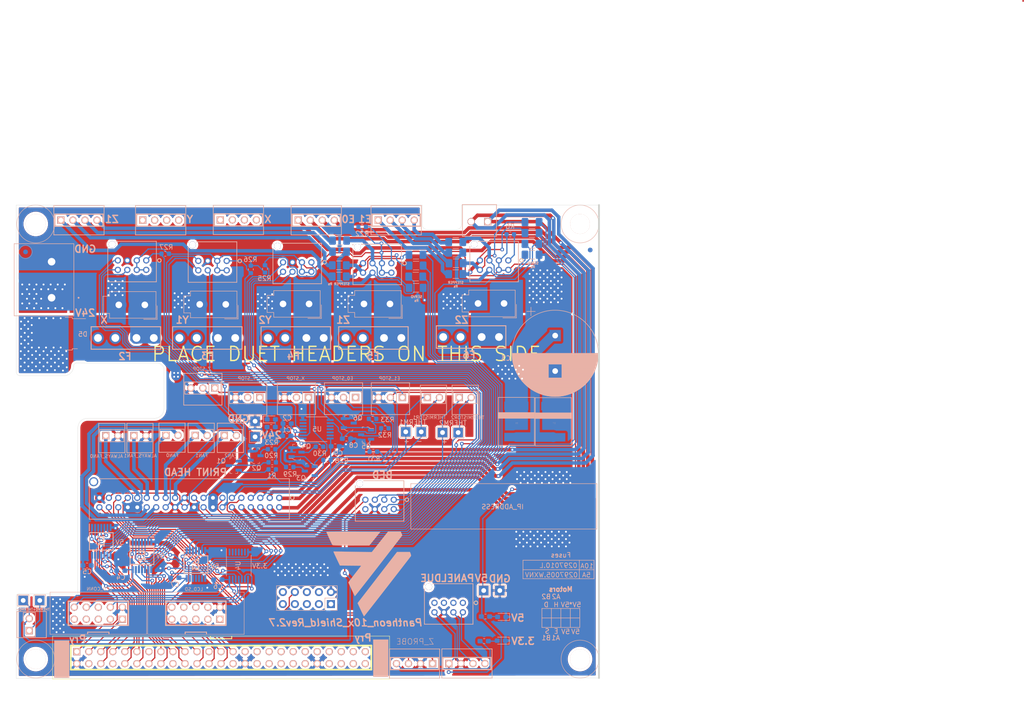
<source format=kicad_pcb>
(kicad_pcb (version 20171130) (host pcbnew "(5.1.6)-1")
  (title_block (title "Duet WIFI") (date 2017-10-21) (rev 1.03) (company "Escher3D, Think3DPrint3D"))
  (layers (0 F.Cu signal) (31 B.Cu signal) (34 B.Paste user) (35 F.Paste user) (36 B.SilkS user) (37 F.SilkS user) (38 B.Mask user) (39 F.Mask user) (44 Edge.Cuts user))
  (net 0 "")
  (net 1 +5V)
  (net 2 ADVREF)
  (net 3 CS3)
  (net 4 CS4)
  (net 5 CS5)
  (net 6 E0-)
  (net 7 E0_STOP)
  (net 8 E1_STOP)
  (net 9 E2_DIR)
  (net 10 E2_EN)
  (net 11 E2_STEP)
  (net 12 E2_STOP)
  (net 13 E3_DIR)
  (net 14 E3_EN)
  (net 15 E3_STEP)
  (net 16 E3_STOP)
  (net 17 E4_DIR)
  (net 18 E4_EN)
  (net 19 E4_STEP)
  (net 20 E4_STOP)
  (net 21 E5_DIR)
  (net 22 E5_EN)
  (net 23 E5_STEP)
  (net 24 E5_STOP)
  (net 25 E6_DIR)
  (net 26 E6_EN)
  (net 27 E6_STEP)
  (net 28 E6_STOP)
  (net 29 ENC_SW)
  (net 30 GND)
  (net 31 HEATER3)
  (net 32 HEATER4)
  (net 33 HEATER5)
  (net 34 HEATER6)
  (net 35 HEATER7)
  (net 36 PB6/TMS)
  (net 37 RESET)
  (net 38 SPI0_CS1)
  (net 39 SPI0_CS2)
  (net 40 SPI0_MISO)
  (net 41 SPI0_MOSI)
  (net 42 SPI0_SCK)
  (net 43 SPI1_MISO)
  (net 44 SPI1_MOSI_BUFF)
  (net 45 SPI1_SCK_BUFF_EXP)
  (net 46 THERMISTOR0)
  (net 47 THERMISTOR1)
  (net 48 THERMISTOR2)
  (net 49 THERMISTOR3)
  (net 50 THERMISTOR4)
  (net 51 THERMISTOR5)
  (net 52 THERMISTOR6)
  (net 53 THERMISTOR7)
  (net 54 TWCK0)
  (net 55 TWD0)
  (net 56 URXD0)
  (net 57 UTXD0)
  (net 58 VSSA)
  (net 59 V_FAN)
  (net 60 X_STOP)
  (net 61 Y_STOP)
  (net 62 Z_PROBE_IN)
  (net 63 Z_PROBE_MOD)
  (net 64 ENN)
  (net 65 +3V3)
  (net 66 E1_B2)
  (net 67 E1_B1)
  (net 68 E1_A1)
  (net 69 E1_A2)
  (net 70 E0_B2)
  (net 71 E0_B1)
  (net 72 E0_A1)
  (net 73 E0_A2)
  (net 74 X_B2)
  (net 75 X_B1)
  (net 76 X_A1)
  (net 77 X_A2)
  (net 78 Y_B2)
  (net 79 Y_B1)
  (net 80 Y_A1)
  (net 81 Y_A2)
  (net 82 Z1_B2)
  (net 83 Z1_B1)
  (net 84 Z1_A1)
  (net 85 Z1_A2)
  (net 86 "Net-(J15-Pad10)")
  (net 87 V_FAN2-)
  (net 88 V_FAN1-)
  (net 89 V_FAN0-)
  (net 90 E2_E_OUT_Y)
  (net 91 E3_S_OUT_Y)
  (net 92 E2_D_OUT_Y)
  (net 93 E2_S_OUT_Y)
  (net 94 E3_D_OUT_Y)
  (net 95 E4_S_OUT_Y)
  (net 96 E4_D_OUT_Y)
  (net 97 E3_E_OUT_Y)
  (net 98 E5_S_OUT_Y)
  (net 99 E5_E_OUT_Y)
  (net 100 E5_D_OUT_Y)
  (net 101 E4_E_OUT_Y)
  (net 102 E6_S_OUT_Y)
  (net 103 E6_E_OUT_Y)
  (net 104 E6_D_OUT_Y)
  (net 105 SPI0_CS)
  (net 106 +24V)
  (net 107 STP_OUT)
  (net 108 DIR_OUT)
  (net 109 E0+)
  (net 110 "Net-(D1-Pad2)")
  (net 111 "Net-(D2-Pad2)")
  (net 112 "Net-(F2-Pad2)")
  (net 113 "Net-(F3-Pad2)")
  (net 114 "Net-(F4-Pad2)")
  (net 115 "Net-(F5-Pad2)")
  (net 116 "Net-(F6-Pad2)")
  (net 117 TOUCH_PROBE_IN)
  (net 118 STOP_10)
  (net 119 STOP_11)
  (net 120 EN_10)
  (net 121 EN_11)
  (net 122 DIR_10)
  (net 123 DIR_11)
  (net 124 STP_!0)
  (net 125 STP_11)
  (net 126 "Net-(J36-Pad5)")
  (net 127 "Net-(J36-Pad7)")
  (net 128 "Net-(J37-Pad7)")
  (net 129 "Net-(J37-Pad5)")
  (net 130 ESTOP_IN)
  (net 131 "Net-(J43-Pad8)")
  (net 132 "Net-(J16-Pad1)")
  (net 133 "Net-(J16-Pad3)")
  (net 134 "Net-(J16-Pad5)")
  (net 135 "Net-(J16-Pad7)")
  (net 136 "Net-(U3-Pad8)")
  (net 137 "Net-(U3-Pad9)")
  (net 138 "Net-(U3-Pad10)")
  (net 139 "Net-(U3-Pad11)")
  (net 140 "Net-(U3-Pad12)")
  (net 141 "Net-(U3-Pad13)")
  (net 142 "Net-(U4-Pad1)")
  (net 143 "Net-(U4-Pad2)")
  (net 144 "Net-(U4-Pad3)")
  (net 145 "Net-(U4-Pad4)")
  (net 146 "Net-(U4-Pad5)")
  (net 147 "Net-(U4-Pad6)")
  (net 148 "Net-(C1-Pad1)")
  (net 149 "Net-(C2-Pad1)")
  (net 150 Motor_24V)
  (net 151 "Net-(D4-Pad2)")
  (net 152 HLFB_Z2)
  (net 153 "Net-(J36-Pad6)")
  (net 154 "Net-(J36-Pad8)")
  (net 155 HLFB_Z1)
  (net 156 "Net-(J37-Pad6)")
  (net 157 "Net-(J37-Pad8)")
  (net 158 HLFB_X)
  (net 159 HLFB_Y1)
  (net 160 "Net-(Q1-Pad2)")
  (net 161 "Net-(Q3-Pad2)")
  (net 162 "Net-(HS1-Pad1)")
  (net 163 "Net-(HS2-Pad1)")
  (net 164 "Net-(Q1-Pad3)")
  (net 165 "Net-(Q2-Pad3)")
  (net 166 "Net-(Q3-Pad3)")
  (net 167 "Net-(Q4-Pad3)")
  (net 168 "Net-(C8-Pad1)")
  (net 169 HLFB_Y2)
  (net 170 "Net-(Q5-Pad3)")
  (net 171 "Net-(Q5-Pad2)")
  (net 172 "Net-(Q6-Pad3)")
  (net 173 "Net-(U5-Pad5)")
  (net 174 "Net-(U5-Pad6)")
  (net 175 "Net-(U5-Pad10)")
  (net 176 "Net-(U5-Pad11)")
  (net 177 "Net-(U5-Pad12)")
  (net 178 "Net-(U5-Pad13)")
  (module footprints:B40B-PUDSS-1LFSN (layer B.Cu) (at 84.300001 89.599999)
    (fp_text reference J42 hide)
    (fp_text value Conn_02x20_Odd_Even hide)
    (pad 41 thru_hole circle (at -39.2 -3.399999 270) (size 1.905 1.905) (drill 1.397) (layers *.Cu *.Mask))
    (pad 40 thru_hole circle (at -38 2.000001) (size 1.3208 1.3208) (drill 0.8128) (layers *.Cu *.Mask) (net 63 Z_PROBE_MOD))
    (pad 39 thru_hole circle (at -38 -0.000001) (size 1.3208 1.3208) (drill 0.8128) (layers *.Cu *.Mask) (net 30 GND))
    (pad 38 thru_hole circle (at -36.000002 2.000001) (size 1.3208 1.3208) (drill 0.8128) (layers *.Cu *.Mask) (net 62 Z_PROBE_IN))
    (pad 37 thru_hole circle (at -36.000002 -0.000001) (size 1.3208 1.3208) (drill 0.8128) (layers *.Cu *.Mask) (net 65 +3V3))
    (pad 36 thru_hole circle (at -34 2.000001) (size 1.3208 1.3208) (drill 0.8128) (layers *.Cu *.Mask) (net 108 DIR_OUT))
    (pad 35 thru_hole circle (at -34 -0.000001) (size 1.3208 1.3208) (drill 0.8128) (layers *.Cu *.Mask) (net 130 ESTOP_IN))
    (pad 34 thru_hole circle (at -31.999999 2.000001) (size 1.3208 1.3208) (drill 0.8128) (layers *.Cu *.Mask) (net 30 GND))
    (pad 33 thru_hole circle (at -31.999999 -0.000001) (size 1.3208 1.3208) (drill 0.8128) (layers *.Cu *.Mask) (net 107 STP_OUT))
    (pad 32 thru_hole circle (at -30.000001 2.000001) (size 1.3208 1.3208) (drill 0.8128) (layers *.Cu *.Mask) (net 30 GND))
    (pad 31 thru_hole circle (at -30.000001 -0.000001) (size 1.3208 1.3208) (drill 0.8128) (layers *.Cu *.Mask) (net 59 V_FAN))
    (pad 30 thru_hole circle (at -28 2.000001) (size 1.3208 1.3208) (drill 0.8128) (layers *.Cu *.Mask) (net 89 V_FAN0-))
    (pad 29 thru_hole circle (at -28 -0.000001) (size 1.3208 1.3208) (drill 0.8128) (layers *.Cu *.Mask) (net 59 V_FAN))
    (pad 28 thru_hole circle (at -26.000001 2.000001) (size 1.3208 1.3208) (drill 0.8128) (layers *.Cu *.Mask) (net 88 V_FAN1-))
    (pad 27 thru_hole circle (at -26.000001 -0.000001) (size 1.3208 1.3208) (drill 0.8128) (layers *.Cu *.Mask) (net 59 V_FAN))
    (pad 26 thru_hole circle (at -24 2.000001) (size 1.3208 1.3208) (drill 0.8128) (layers *.Cu *.Mask) (net 87 V_FAN2-))
    (pad 25 thru_hole circle (at -24 -0.000001) (size 1.3208 1.3208) (drill 0.8128) (layers *.Cu *.Mask) (net 59 V_FAN))
    (pad 24 thru_hole circle (at -21.999999 2.000001) (size 1.3208 1.3208) (drill 0.8128) (layers *.Cu *.Mask) (net 30 GND))
    (pad 23 thru_hole circle (at -21.999999 -0.000001) (size 1.3208 1.3208) (drill 0.8128) (layers *.Cu *.Mask) (net 59 V_FAN))
    (pad 22 thru_hole circle (at -20 2.000001) (size 1.3208 1.3208) (drill 0.8128) (layers *.Cu *.Mask) (net 65 +3V3))
    (pad 21 thru_hole circle (at -20 -0.000001) (size 1.3208 1.3208) (drill 0.8128) (layers *.Cu *.Mask) (net 30 GND))
    (pad 20 thru_hole circle (at -17.999999 2.000001) (size 1.3208 1.3208) (drill 0.8128) (layers *.Cu *.Mask) (net 30 GND))
    (pad 19 thru_hole circle (at -17.999999 -0.000001) (size 1.3208 1.3208) (drill 0.8128) (layers *.Cu *.Mask) (net 16 E3_STOP))
    (pad 18 thru_hole circle (at -16.000001 2.000001) (size 1.3208 1.3208) (drill 0.8128) (layers *.Cu *.Mask) (net 20 E4_STOP))
    (pad 17 thru_hole circle (at -16.000001 -0.000001) (size 1.3208 1.3208) (drill 0.8128) (layers *.Cu *.Mask) (net 65 +3V3))
    (pad 16 thru_hole circle (at -14 2.000001) (size 1.3208 1.3208) (drill 0.8128) (layers *.Cu *.Mask) (net 106 +24V))
    (pad 15 thru_hole circle (at -14 -0.000001) (size 1.3208 1.3208) (drill 0.8128) (layers *.Cu *.Mask) (net 106 +24V))
    (pad 14 thru_hole circle (at -12.000001 2.000001) (size 1.3208 1.3208) (drill 0.8128) (layers *.Cu *.Mask) (net 30 GND))
    (pad 13 thru_hole circle (at -12.000001 -0.000001) (size 1.3208 1.3208) (drill 0.8128) (layers *.Cu *.Mask) (net 24 E5_STOP))
    (pad 12 thru_hole circle (at -10 2.000001) (size 1.3208 1.3208) (drill 0.8128) (layers *.Cu *.Mask) (net 73 E0_A2))
    (pad 11 thru_hole circle (at -10 -0.000001) (size 1.3208 1.3208) (drill 0.8128) (layers *.Cu *.Mask) (net 65 +3V3))
    (pad 10 thru_hole circle (at -7.999999 2.000001) (size 1.3208 1.3208) (drill 0.8128) (layers *.Cu *.Mask) (net 72 E0_A1))
    (pad 9 thru_hole circle (at -7.999999 -0.000001) (size 1.3208 1.3208) (drill 0.8128) (layers *.Cu *.Mask) (net 28 E6_STOP))
    (pad 8 thru_hole circle (at -6.000001 2.000001) (size 1.3208 1.3208) (drill 0.8128) (layers *.Cu *.Mask) (net 71 E0_B1))
    (pad 7 thru_hole circle (at -6.000001 -0.000001) (size 1.3208 1.3208) (drill 0.8128) (layers *.Cu *.Mask) (net 58 VSSA))
    (pad 6 thru_hole circle (at -3.999999 2.000001) (size 1.3208 1.3208) (drill 0.8128) (layers *.Cu *.Mask) (net 70 E0_B2))
    (pad 5 thru_hole circle (at -3.999999 -0.000001) (size 1.3208 1.3208) (drill 0.8128) (layers *.Cu *.Mask) (net 47 THERMISTOR1))
    (pad 4 thru_hole circle (at -2.000001 2.000001) (size 1.3208 1.3208) (drill 0.8128) (layers *.Cu *.Mask) (net 109 E0+))
    (pad 3 thru_hole circle (at -2.000001 -0.000001) (size 1.3208 1.3208) (drill 0.8128) (layers *.Cu *.Mask) (net 6 E0-))
    (pad 2 thru_hole circle (at 0 2.000001) (size 1.3208 1.3208) (drill 0.8128) (layers *.Cu *.Mask) (net 109 E0+))
    (pad 1 thru_hole circle (at 0 -0.000001) (size 1.3208 1.3208) (drill 0.8128) (layers *.Cu *.Mask) (net 6 E0-))
  )
  (module footprints:DO-214AB (layer B.Cu) (at 134.4 73.45 270)
    (fp_text reference D6 (at 0.35 -0.1 180) (layer B.SilkS) (effects (font (size 0.314961 0.314961) (thickness 0.015)) (justify mirror)))
    (fp_text value SMCJ1.5KE27A-TP)
    (pad 1 smd rect (at 3.302 0 270) (size 1.778 5.08) (layers B.Cu B.Paste B.Mask) (net 150 Motor_24V))
    (pad 2 smd rect (at -3.302 0 270) (size 1.778 5.08) (layers B.Cu B.Paste B.Mask) (net 30 GND))
  )
  (module footprints:DO-214AB (layer B.Cu) (at 142.2 73.5 270)
    (fp_text reference D7 (at 0.3 -0.2) (layer B.SilkS) (effects (font (size 0.314961 0.314961) (thickness 0.015)) (justify mirror)))
    (fp_text value SMCJ1.5KE27A-TP)
    (pad 1 smd rect (at 3.302 0 270) (size 1.778 5.08) (layers B.Cu B.Paste B.Mask) (net 150 Motor_24V))
    (pad 2 smd rect (at -3.302 0 270) (size 1.778 5.08) (layers B.Cu B.Paste B.Mask) (net 30 GND))
  )
  (module complib:PIN_ARRAY_25X2 (layer B.Cu) (at 72.0048 123.385)
    (fp_text reference J1 hide)
    (fp_text value EXPANSION hide)
    (pad 50 thru_hole circle (at 30.48 1.27) (size 1.524 1.524) (drill 1) (layers *.Cu *.Mask B.SilkS) (net 5 CS5))
    (pad 49 thru_hole circle (at 30.48 -1.27) (size 1.524 1.524) (drill 1) (layers *.Cu *.Mask B.SilkS) (net 40 SPI0_MISO))
    (pad 48 thru_hole circle (at 27.94 1.27) (size 1.524 1.524) (drill 1) (layers *.Cu *.Mask B.SilkS) (net 41 SPI0_MOSI))
    (pad 47 thru_hole circle (at 27.94 -1.27) (size 1.524 1.524) (drill 1) (layers *.Cu *.Mask B.SilkS) (net 42 SPI0_SCK))
    (pad 46 thru_hole circle (at 25.4 1.27) (size 1.524 1.524) (drill 1) (layers *.Cu *.Mask B.SilkS) (net 54 TWCK0))
    (pad 45 thru_hole circle (at 25.4 -1.27) (size 1.524 1.524) (drill 1) (layers *.Cu *.Mask B.SilkS) (net 55 TWD0))
    (pad 44 thru_hole circle (at 22.86 1.27) (size 1.524 1.524) (drill 1) (layers *.Cu *.Mask B.SilkS) (net 37 RESET))
    (pad 43 thru_hole circle (at 22.86 -1.27) (size 1.524 1.524) (drill 1) (layers *.Cu *.Mask B.SilkS) (net 65 +3V3))
    (pad 42 thru_hole circle (at 20.32 1.27) (size 1.524 1.524) (drill 1) (layers *.Cu *.Mask B.SilkS) (net 30 GND))
    (pad 41 thru_hole circle (at 20.32 -1.27) (size 1.524 1.524) (drill 1) (layers *.Cu *.Mask B.SilkS) (net 2 ADVREF))
    (pad 30 thru_hole circle (at 5.08 1.27) (size 1.524 1.524) (drill 1) (layers *.Cu *.Mask B.SilkS) (net 30 GND))
    (pad 40 thru_hole circle (at 17.78 1.27) (size 1.524 1.524) (drill 1) (layers *.Cu *.Mask B.SilkS) (net 58 VSSA))
    (pad 39 thru_hole circle (at 17.78 -1.27) (size 1.524 1.524) (drill 1) (layers *.Cu *.Mask B.SilkS) (net 53 THERMISTOR7))
    (pad 9 thru_hole circle (at -20.32 -1.27) (size 1.524 1.524) (drill 1) (layers *.Cu *.Mask B.SilkS) (net 16 E3_STOP))
    (pad 7 thru_hole circle (at -22.86 -1.27) (size 1.524 1.524) (drill 1) (layers *.Cu *.Mask B.SilkS) (net 10 E2_EN))
    (pad 5 thru_hole circle (at -25.4 -1.27) (size 1.524 1.524) (drill 1) (layers *.Cu *.Mask B.SilkS) (net 11 E2_STEP))
    (pad 3 thru_hole circle (at -27.94 -1.27) (size 1.524 1.524) (drill 1) (layers *.Cu *.Mask B.SilkS) (net 65 +3V3))
    (pad 37 thru_hole circle (at 15.24 -1.27) (size 1.524 1.524) (drill 1) (layers *.Cu *.Mask B.SilkS) (net 51 THERMISTOR5))
    (pad 35 thru_hole circle (at 12.7 -1.27) (size 1.524 1.524) (drill 1) (layers *.Cu *.Mask B.SilkS) (net 49 THERMISTOR3))
    (pad 38 thru_hole circle (at 15.24 1.27) (size 1.524 1.524) (drill 1) (layers *.Cu *.Mask B.SilkS) (net 52 THERMISTOR6))
    (pad 36 thru_hole circle (at 12.7 1.27) (size 1.524 1.524) (drill 1) (layers *.Cu *.Mask B.SilkS) (net 50 THERMISTOR4))
    (pad 34 thru_hole circle (at 10.16 1.27) (size 1.524 1.524) (drill 1) (layers *.Cu *.Mask B.SilkS) (net 43 SPI1_MISO))
    (pad 32 thru_hole circle (at 7.62 1.27) (size 1.524 1.524) (drill 1) (layers *.Cu *.Mask B.SilkS) (net 45 SPI1_SCK_BUFF_EXP))
    (pad 28 thru_hole circle (at 2.54 1.27) (size 1.524 1.524) (drill 1) (layers *.Cu *.Mask B.SilkS) (net 64 ENN))
    (pad 33 thru_hole circle (at 10.16 -1.27) (size 1.524 1.524) (drill 1) (layers *.Cu *.Mask B.SilkS) (net 44 SPI1_MOSI_BUFF))
    (pad 26 thru_hole circle (at 0 1.27) (size 1.524 1.524) (drill 1) (layers *.Cu *.Mask B.SilkS) (net 25 E6_DIR))
    (pad 24 thru_hole circle (at -2.54 1.27) (size 1.524 1.524) (drill 1) (layers *.Cu *.Mask B.SilkS) (net 28 E6_STOP))
    (pad 31 thru_hole circle (at 7.62 -1.27) (size 1.524 1.524) (drill 1) (layers *.Cu *.Mask B.SilkS) (net 35 HEATER7))
    (pad 22 thru_hole circle (at -5.08 1.27) (size 1.524 1.524) (drill 1) (layers *.Cu *.Mask B.SilkS) (net 22 E5_EN))
    (pad 29 thru_hole circle (at 5.08 -1.27) (size 1.524 1.524) (drill 1) (layers *.Cu *.Mask B.SilkS) (net 36 PB6/TMS))
    (pad 20 thru_hole circle (at -7.62 1.27) (size 1.524 1.524) (drill 1) (layers *.Cu *.Mask B.SilkS) (net 23 E5_STEP))
    (pad 27 thru_hole circle (at 2.54 -1.27) (size 1.524 1.524) (drill 1) (layers *.Cu *.Mask B.SilkS) (net 26 E6_EN))
    (pad 18 thru_hole circle (at -10.16 1.27) (size 1.524 1.524) (drill 1) (layers *.Cu *.Mask B.SilkS) (net 33 HEATER5))
    (pad 25 thru_hole circle (at 0 -1.27) (size 1.524 1.524) (drill 1) (layers *.Cu *.Mask B.SilkS) (net 27 E6_STEP))
    (pad 16 thru_hole circle (at -12.7 1.27) (size 1.524 1.524) (drill 1) (layers *.Cu *.Mask B.SilkS) (net 17 E4_DIR))
    (pad 23 thru_hole circle (at -2.54 -1.27) (size 1.524 1.524) (drill 1) (layers *.Cu *.Mask B.SilkS) (net 34 HEATER6))
    (pad 14 thru_hole circle (at -15.24 1.27) (size 1.524 1.524) (drill 1) (layers *.Cu *.Mask B.SilkS) (net 20 E4_STOP))
    (pad 21 thru_hole circle (at -5.08 -1.27) (size 1.524 1.524) (drill 1) (layers *.Cu *.Mask B.SilkS) (net 21 E5_DIR))
    (pad 12 thru_hole circle (at -17.78 1.27) (size 1.524 1.524) (drill 1) (layers *.Cu *.Mask B.SilkS) (net 14 E3_EN))
    (pad 19 thru_hole circle (at -7.62 -1.27) (size 1.524 1.524) (drill 1) (layers *.Cu *.Mask B.SilkS) (net 24 E5_STOP))
    (pad 10 thru_hole circle (at -20.32 1.27) (size 1.524 1.524) (drill 1) (layers *.Cu *.Mask B.SilkS) (net 15 E3_STEP))
    (pad 17 thru_hole circle (at -10.16 -1.27) (size 1.524 1.524) (drill 1) (layers *.Cu *.Mask B.SilkS) (net 18 E4_EN))
    (pad 8 thru_hole circle (at -22.86 1.27) (size 1.524 1.524) (drill 1) (layers *.Cu *.Mask B.SilkS) (net 31 HEATER3))
    (pad 15 thru_hole circle (at -12.7 -1.27) (size 1.524 1.524) (drill 1) (layers *.Cu *.Mask B.SilkS) (net 19 E4_STEP))
    (pad 6 thru_hole circle (at -25.4 1.27) (size 1.524 1.524) (drill 1) (layers *.Cu *.Mask B.SilkS) (net 9 E2_DIR))
    (pad 13 thru_hole circle (at -15.24 -1.27) (size 1.524 1.524) (drill 1) (layers *.Cu *.Mask B.SilkS) (net 32 HEATER4))
    (pad 4 thru_hole circle (at -27.94 1.27) (size 1.524 1.524) (drill 1) (layers *.Cu *.Mask B.SilkS) (net 12 E2_STOP))
    (pad 11 thru_hole circle (at -17.78 -1.27) (size 1.524 1.524) (drill 1) (layers *.Cu *.Mask B.SilkS) (net 13 E3_DIR))
    (pad 2 thru_hole circle (at -30.48 1.27) (size 1.524 1.524) (drill 1) (layers *.Cu *.Mask B.SilkS) (net 30 GND))
    (pad 1 thru_hole rect (at -30.48 -1.27) (size 1.524 1.524) (drill 1) (layers *.Cu *.Mask B.SilkS) (net 1 +5V))
  )
  (module SamacSys_Parts:3544-2 (layer B.Cu) (at 124.835 55.6)
    (fp_text reference F6 hide)
    (fp_text value 10A hide)
    (pad 2 thru_hole circle (at 5.895 0) (size 2.5 2.5) (drill 1.65) (layers *.Cu *.Mask) (net 116 "Net-(F6-Pad2)"))
    (pad 2 thru_hole circle (at 2.235 0) (size 2.5 2.5) (drill 1.65) (layers *.Cu *.Mask) (net 116 "Net-(F6-Pad2)"))
    (pad 1 thru_hole circle (at -2.235 0) (size 2.5 2.5) (drill 1.65) (layers *.Cu *.Mask) (net 150 Motor_24V))
    (pad 1 thru_hole circle (at -5.895 0) (size 2.5 2.5) (drill 1.65) (layers *.Cu *.Mask) (net 150 Motor_24V))
  )
  (module SamacSys_Parts:3544-2 (layer B.Cu) (at 104.2 55.8)
    (fp_text reference F5 hide)
    (fp_text value 10A hide)
    (pad 2 thru_hole circle (at 5.895 0) (size 2.5 2.5) (drill 1.65) (layers *.Cu *.Mask) (net 115 "Net-(F5-Pad2)"))
    (pad 2 thru_hole circle (at 2.235 0) (size 2.5 2.5) (drill 1.65) (layers *.Cu *.Mask) (net 115 "Net-(F5-Pad2)"))
    (pad 1 thru_hole circle (at -2.235 0) (size 2.5 2.5) (drill 1.65) (layers *.Cu *.Mask) (net 150 Motor_24V))
    (pad 1 thru_hole circle (at -5.895 0) (size 2.5 2.5) (drill 1.65) (layers *.Cu *.Mask) (net 150 Motor_24V))
  )
  (module SamacSys_Parts:3544-2 (layer B.Cu) (at 87.8 55.8)
    (fp_text reference F4 hide)
    (fp_text value 10A hide)
    (pad 2 thru_hole circle (at 5.895 0) (size 2.5 2.5) (drill 1.65) (layers *.Cu *.Mask) (net 114 "Net-(F4-Pad2)"))
    (pad 2 thru_hole circle (at 2.235 0) (size 2.5 2.5) (drill 1.65) (layers *.Cu *.Mask) (net 114 "Net-(F4-Pad2)"))
    (pad 1 thru_hole circle (at -2.235 0) (size 2.5 2.5) (drill 1.65) (layers *.Cu *.Mask) (net 150 Motor_24V))
    (pad 1 thru_hole circle (at -5.895 0) (size 2.5 2.5) (drill 1.65) (layers *.Cu *.Mask) (net 150 Motor_24V))
  )
  (module SamacSys_Parts:3544-2 (layer B.Cu) (at 69.1 55.8)
    (fp_text reference F3 hide)
    (fp_text value 10A hide)
    (pad 2 thru_hole circle (at 5.895 0) (size 2.5 2.5) (drill 1.65) (layers *.Cu *.Mask) (net 113 "Net-(F3-Pad2)"))
    (pad 2 thru_hole circle (at 2.235 0) (size 2.5 2.5) (drill 1.65) (layers *.Cu *.Mask) (net 113 "Net-(F3-Pad2)"))
    (pad 1 thru_hole circle (at -2.235 0) (size 2.5 2.5) (drill 1.65) (layers *.Cu *.Mask) (net 150 Motor_24V))
    (pad 1 thru_hole circle (at -5.895 0) (size 2.5 2.5) (drill 1.65) (layers *.Cu *.Mask) (net 150 Motor_24V))
  )
  (module SamacSys_Parts:3544-2 (layer B.Cu) (at 51.9 55.8)
    (fp_text reference F2 hide)
    (fp_text value 10A hide)
    (pad 2 thru_hole circle (at 5.895 0) (size 2.5 2.5) (drill 1.65) (layers *.Cu *.Mask) (net 112 "Net-(F2-Pad2)"))
    (pad 2 thru_hole circle (at 2.235 0) (size 2.5 2.5) (drill 1.65) (layers *.Cu *.Mask) (net 112 "Net-(F2-Pad2)"))
    (pad 1 thru_hole circle (at -2.235 0) (size 2.5 2.5) (drill 1.65) (layers *.Cu *.Mask) (net 150 Motor_24V))
    (pad 1 thru_hole circle (at -5.895 0) (size 2.5 2.5) (drill 1.65) (layers *.Cu *.Mask) (net 150 Motor_24V))
  )
  (module footprints:CUI_TB005-762-02BE (layer B.Cu) (at 36.2 47.3 90)
    (fp_text reference J29 hide)
    (fp_text value Conn_01x02 hide)
    (pad 2 thru_hole circle (at 7.62 0 90) (size 2.4 2.4) (drill 1.6) (layers *.Cu *.Mask) (net 30 GND))
    (pad 1 thru_hole rect (at 0 0 90) (size 2.4 2.4) (drill 1.6) (layers *.Cu *.Mask) (net 106 +24V))
  )
  (module footprints:B08B-PUDSS-1LFSN (layer B.Cu) (at 132.7 39.4)
    (fp_text reference J36 hide)
    (fp_text value Z1 hide)
    (pad 9 thru_hole circle (at -7.199998 -3.399999) (size 1.397 1.397) (drill 1.397) (layers *.Cu *.Mask))
    (pad 8 thru_hole circle (at -5.999998 2.000001) (size 1.3208 1.3208) (drill 0.8128) (layers *.Cu *.Mask) (net 154 "Net-(J36-Pad8)"))
    (pad 7 thru_hole circle (at -5.999998 -0.000001) (size 1.3208 1.3208) (drill 0.8128) (layers *.Cu *.Mask) (net 127 "Net-(J36-Pad7)"))
    (pad 6 thru_hole circle (at -4 2.000001) (size 1.3208 1.3208) (drill 0.8128) (layers *.Cu *.Mask) (net 153 "Net-(J36-Pad6)"))
    (pad 5 thru_hole circle (at -4 -0.000001) (size 1.3208 1.3208) (drill 0.8128) (layers *.Cu *.Mask) (net 126 "Net-(J36-Pad5)"))
    (pad 4 thru_hole circle (at -1.999999 2.000001) (size 1.3208 1.3208) (drill 0.8128) (layers *.Cu *.Mask) (net 1 +5V))
    (pad 3 thru_hole circle (at -1.999999 -0.000001) (size 1.3208 1.3208) (drill 0.8128) (layers *.Cu *.Mask) (net 1 +5V))
    (pad 2 thru_hole circle (at 0 2.000001) (size 1.3208 1.3208) (drill 0.8128) (layers *.Cu *.Mask) (net 1 +5V))
    (pad 1 thru_hole circle (at 0 -0.000001) (size 1.3208 1.3208) (drill 0.8128) (layers *.Cu *.Mask) (net 152 HLFB_Z2))
  )
  (module footprints:B08B-PUDSS-1LFSN (layer B.Cu) (at 108 40)
    (fp_text reference J37 hide)
    (fp_text value Z1 hide)
    (pad 9 thru_hole circle (at -7.199998 -3.399999) (size 1.397 1.397) (drill 1.397) (layers *.Cu *.Mask))
    (pad 8 thru_hole circle (at -5.999998 2.000001) (size 1.3208 1.3208) (drill 0.8128) (layers *.Cu *.Mask) (net 157 "Net-(J37-Pad8)"))
    (pad 7 thru_hole circle (at -5.999998 -0.000001) (size 1.3208 1.3208) (drill 0.8128) (layers *.Cu *.Mask) (net 128 "Net-(J37-Pad7)"))
    (pad 6 thru_hole circle (at -4 2.000001) (size 1.3208 1.3208) (drill 0.8128) (layers *.Cu *.Mask) (net 156 "Net-(J37-Pad6)"))
    (pad 5 thru_hole circle (at -4 -0.000001) (size 1.3208 1.3208) (drill 0.8128) (layers *.Cu *.Mask) (net 129 "Net-(J37-Pad5)"))
    (pad 4 thru_hole circle (at -1.999999 2.000001) (size 1.3208 1.3208) (drill 0.8128) (layers *.Cu *.Mask) (net 1 +5V))
    (pad 3 thru_hole circle (at -1.999999 -0.000001) (size 1.3208 1.3208) (drill 0.8128) (layers *.Cu *.Mask) (net 1 +5V))
    (pad 2 thru_hole circle (at 0 2.000001) (size 1.3208 1.3208) (drill 0.8128) (layers *.Cu *.Mask) (net 1 +5V))
    (pad 1 thru_hole circle (at 0 -0.000001) (size 1.3208 1.3208) (drill 0.8128) (layers *.Cu *.Mask) (net 155 HLFB_Z1))
  )
  (module footprints:B08B-PUDSS-1LFSN (layer B.Cu) (at 56.2 39.4)
    (fp_text reference J39 hide)
    (fp_text value X hide)
    (pad 9 thru_hole circle (at -7.199998 -3.399999) (size 1.397 1.397) (drill 1.397) (layers *.Cu *.Mask))
    (pad 8 thru_hole circle (at -5.999998 2.000001) (size 1.3208 1.3208) (drill 0.8128) (layers *.Cu *.Mask) (net 90 E2_E_OUT_Y))
    (pad 7 thru_hole circle (at -5.999998 -0.000001) (size 1.3208 1.3208) (drill 0.8128) (layers *.Cu *.Mask) (net 92 E2_D_OUT_Y))
    (pad 6 thru_hole circle (at -4 2.000001) (size 1.3208 1.3208) (drill 0.8128) (layers *.Cu *.Mask) (net 93 E2_S_OUT_Y))
    (pad 5 thru_hole circle (at -4 -0.000001) (size 1.3208 1.3208) (drill 0.8128) (layers *.Cu *.Mask) (net 30 GND))
    (pad 4 thru_hole circle (at -1.999999 2.000001) (size 1.3208 1.3208) (drill 0.8128) (layers *.Cu *.Mask) (net 1 +5V))
    (pad 3 thru_hole circle (at -1.999999 -0.000001) (size 1.3208 1.3208) (drill 0.8128) (layers *.Cu *.Mask) (net 1 +5V))
    (pad 2 thru_hole circle (at 0 2.000001) (size 1.3208 1.3208) (drill 0.8128) (layers *.Cu *.Mask) (net 1 +5V))
    (pad 1 thru_hole circle (at 0 -0.000001) (size 1.3208 1.3208) (drill 0.8128) (layers *.Cu *.Mask) (net 158 HLFB_X))
  )
  (module footprints:B08B-PUDSS-1LFSN (layer B.Cu) (at 91.1 39.799999)
    (fp_text reference J40 hide)
    (fp_text value Y2 hide)
    (pad 9 thru_hole circle (at -7.199998 -3.399999) (size 1.397 1.397) (drill 1.397) (layers *.Cu *.Mask))
    (pad 8 thru_hole circle (at -5.999998 2.000001) (size 1.3208 1.3208) (drill 0.8128) (layers *.Cu *.Mask) (net 101 E4_E_OUT_Y))
    (pad 7 thru_hole circle (at -5.999998 -0.000001) (size 1.3208 1.3208) (drill 0.8128) (layers *.Cu *.Mask) (net 96 E4_D_OUT_Y))
    (pad 6 thru_hole circle (at -4 2.000001) (size 1.3208 1.3208) (drill 0.8128) (layers *.Cu *.Mask) (net 95 E4_S_OUT_Y))
    (pad 5 thru_hole circle (at -4 -0.000001) (size 1.3208 1.3208) (drill 0.8128) (layers *.Cu *.Mask) (net 30 GND))
    (pad 4 thru_hole circle (at -1.999999 2.000001) (size 1.3208 1.3208) (drill 0.8128) (layers *.Cu *.Mask) (net 1 +5V))
    (pad 3 thru_hole circle (at -1.999999 -0.000001) (size 1.3208 1.3208) (drill 0.8128) (layers *.Cu *.Mask) (net 1 +5V))
    (pad 2 thru_hole circle (at 0 2.000001) (size 1.3208 1.3208) (drill 0.8128) (layers *.Cu *.Mask) (net 1 +5V))
    (pad 1 thru_hole circle (at 0 -0.000001) (size 1.3208 1.3208) (drill 0.8128) (layers *.Cu *.Mask) (net 169 HLFB_Y2))
  )
  (module footprints:B08B-PUDSS-1LFSN (layer B.Cu) (at 73.2 39.500001)
    (fp_text reference J41 hide)
    (fp_text value Y1 hide)
    (pad 9 thru_hole circle (at -7.199998 -3.399999) (size 1.397 1.397) (drill 1.397) (layers *.Cu *.Mask))
    (pad 8 thru_hole circle (at -5.999998 2.000001) (size 1.3208 1.3208) (drill 0.8128) (layers *.Cu *.Mask) (net 97 E3_E_OUT_Y))
    (pad 7 thru_hole circle (at -5.999998 -0.000001) (size 1.3208 1.3208) (drill 0.8128) (layers *.Cu *.Mask) (net 94 E3_D_OUT_Y))
    (pad 6 thru_hole circle (at -4 2.000001) (size 1.3208 1.3208) (drill 0.8128) (layers *.Cu *.Mask) (net 91 E3_S_OUT_Y))
    (pad 5 thru_hole circle (at -4 -0.000001) (size 1.3208 1.3208) (drill 0.8128) (layers *.Cu *.Mask) (net 30 GND))
    (pad 4 thru_hole circle (at -1.999999 2.000001) (size 1.3208 1.3208) (drill 0.8128) (layers *.Cu *.Mask) (net 1 +5V))
    (pad 3 thru_hole circle (at -1.999999 -0.000001) (size 1.3208 1.3208) (drill 0.8128) (layers *.Cu *.Mask) (net 1 +5V))
    (pad 2 thru_hole circle (at 0 2.000001) (size 1.3208 1.3208) (drill 0.8128) (layers *.Cu *.Mask) (net 1 +5V))
    (pad 1 thru_hole circle (at 0 -0.000001) (size 1.3208 1.3208) (drill 0.8128) (layers *.Cu *.Mask) (net 159 HLFB_Y1))
  )
  (module footprints:B08B-PUDSS-1LFSN (layer B.Cu) (at 123.1 111.8)
    (fp_text reference J16 hide)
    (fp_text value PANEL_DUE_OUT hide)
    (pad 9 thru_hole circle (at -7.199998 -3.399999) (size 1.397 1.397) (drill 1.397) (layers *.Cu *.Mask))
    (pad 8 thru_hole circle (at -5.999998 2.000001) (size 1.3208 1.3208) (drill 0.8128) (layers *.Cu *.Mask) (net 1 +5V))
    (pad 7 thru_hole circle (at -5.999998 -0.000001) (size 1.3208 1.3208) (drill 0.8128) (layers *.Cu *.Mask) (net 135 "Net-(J16-Pad7)"))
    (pad 6 thru_hole circle (at -4 2.000001) (size 1.3208 1.3208) (drill 0.8128) (layers *.Cu *.Mask) (net 30 GND))
    (pad 5 thru_hole circle (at -4 -0.000001) (size 1.3208 1.3208) (drill 0.8128) (layers *.Cu *.Mask) (net 134 "Net-(J16-Pad5)"))
    (pad 4 thru_hole circle (at -1.999999 2.000001) (size 1.3208 1.3208) (drill 0.8128) (layers *.Cu *.Mask) (net 56 URXD0))
    (pad 3 thru_hole circle (at -1.999999 -0.000001) (size 1.3208 1.3208) (drill 0.8128) (layers *.Cu *.Mask) (net 133 "Net-(J16-Pad3)"))
    (pad 2 thru_hole circle (at 0 2.000001) (size 1.3208 1.3208) (drill 0.8128) (layers *.Cu *.Mask) (net 57 UTXD0))
    (pad 1 thru_hole circle (at 0 -0.000001) (size 1.3208 1.3208) (drill 0.8128) (layers *.Cu *.Mask) (net 132 "Net-(J16-Pad1)"))
  )
  (module footprints:B08B-PUDSS-1LFSN (layer B.Cu) (at 108.5 89.999999)
    (fp_text reference J43 hide)
    (fp_text value Bed_Connections hide)
    (pad 9 thru_hole circle (at -7.199998 -3.399999) (size 1.397 1.397) (drill 1.397) (layers *.Cu *.Mask))
    (pad 8 thru_hole circle (at -5.999998 2.000001) (size 1.3208 1.3208) (drill 0.8128) (layers *.Cu *.Mask) (net 131 "Net-(J43-Pad8)"))
    (pad 7 thru_hole circle (at -5.999998 -0.000001) (size 1.3208 1.3208) (drill 0.8128) (layers *.Cu *.Mask) (net 46 THERMISTOR0))
    (pad 6 thru_hole circle (at -4 2.000001) (size 1.3208 1.3208) (drill 0.8128) (layers *.Cu *.Mask) (net 30 GND))
    (pad 5 thru_hole circle (at -4 -0.000001) (size 1.3208 1.3208) (drill 0.8128) (layers *.Cu *.Mask) (net 58 VSSA))
    (pad 4 thru_hole circle (at -1.999999 2.000001) (size 1.3208 1.3208) (drill 0.8128) (layers *.Cu *.Mask) (net 65 +3V3))
    (pad 3 thru_hole circle (at -1.999999 -0.000001) (size 1.3208 1.3208) (drill 0.8128) (layers *.Cu *.Mask) (net 58 VSSA))
    (pad 2 thru_hole circle (at 0 2.000001) (size 1.3208 1.3208) (drill 0.8128) (layers *.Cu *.Mask) (net 117 TOUCH_PROBE_IN))
    (pad 1 thru_hole circle (at 0 -0.000001) (size 1.3208 1.3208) (drill 0.8128) (layers *.Cu *.Mask) (net 48 THERMISTOR2))
  )
  (module complib:IDC_PIN_ARRAY_5x2 (layer B.Cu) (at 46.076 113.998 180)
    (fp_text reference J18 hide)
    (fp_text value LCD_CONN (at -0.22936 5.13156 180) (layer B.SilkS) (effects (font (size 0.7 0.7) (thickness 0.1)) (justify mirror)))
    (pad 10 thru_hole circle (at 5.08 1.27 180) (size 1.524 1.524) (drill 1) (layers *.Cu *.Mask B.SilkS) (net 125 STP_11))
    (pad 9 thru_hole circle (at 5.08 -1.27 180) (size 1.524 1.524) (drill 1) (layers *.Cu *.Mask B.SilkS) (net 124 STP_!0))
    (pad 8 thru_hole circle (at 2.54 1.27 180) (size 1.524 1.524) (drill 1) (layers *.Cu *.Mask B.SilkS) (net 123 DIR_11))
    (pad 7 thru_hole circle (at 2.54 -1.27 180) (size 1.524 1.524) (drill 1) (layers *.Cu *.Mask B.SilkS) (net 122 DIR_10))
    (pad 6 thru_hole circle (at 0 1.27 180) (size 1.524 1.524) (drill 1) (layers *.Cu *.Mask B.SilkS) (net 121 EN_11))
    (pad 5 thru_hole circle (at 0 -1.27 180) (size 1.524 1.524) (drill 1) (layers *.Cu *.Mask B.SilkS) (net 120 EN_10))
    (pad 4 thru_hole circle (at -2.54 1.27 180) (size 1.524 1.524) (drill 1) (layers *.Cu *.Mask B.SilkS) (net 119 STOP_11))
    (pad 3 thru_hole circle (at -2.54 -1.27 180) (size 1.524 1.524) (drill 1) (layers *.Cu *.Mask B.SilkS) (net 118 STOP_10))
    (pad 2 thru_hole circle (at -5.08 1.27 180) (size 1.524 1.524) (drill 1) (layers *.Cu *.Mask B.SilkS) (net 30 GND))
    (pad 1 thru_hole rect (at -5.08 -1.27 180) (size 1.524 1.524) (drill 1) (layers *.Cu *.Mask B.SilkS) (net 65 +3V3))
  )
  (module complib:IDC_PIN_ARRAY_5x2 (layer B.Cu) (at 66.6846 113.998 180)
    (fp_text reference J19 hide)
    (fp_text value LCD_SD (at 0.43008 5.07568 180) (layer B.SilkS) (effects (font (size 0.7 0.7) (thickness 0.1)) (justify mirror)))
    (pad 10 thru_hole circle (at 5.08 1.27 180) (size 1.524 1.524) (drill 1) (layers *.Cu *.Mask B.SilkS) (net 57 UTXD0))
    (pad 9 thru_hole circle (at 5.08 -1.27 180) (size 1.524 1.524) (drill 1) (layers *.Cu *.Mask B.SilkS) (net 56 URXD0))
    (pad 8 thru_hole circle (at 2.54 1.27 180) (size 1.524 1.524) (drill 1) (layers *.Cu *.Mask B.SilkS) (net 65 +3V3))
    (pad 7 thru_hole circle (at 2.54 -1.27 180) (size 1.524 1.524) (drill 1) (layers *.Cu *.Mask B.SilkS) (net 29 ENC_SW))
    (pad 6 thru_hole circle (at 0 1.27 180) (size 1.524 1.524) (drill 1) (layers *.Cu *.Mask B.SilkS) (net 40 SPI0_MISO))
    (pad 5 thru_hole circle (at 0 -1.27 180) (size 1.524 1.524) (drill 1) (layers *.Cu *.Mask B.SilkS) (net 41 SPI0_MOSI))
    (pad 4 thru_hole circle (at -2.54 1.27 180) (size 1.524 1.524) (drill 1) (layers *.Cu *.Mask B.SilkS) (net 42 SPI0_SCK))
    (pad 3 thru_hole circle (at -2.54 -1.27 180) (size 1.524 1.524) (drill 1) (layers *.Cu *.Mask B.SilkS) (net 105 SPI0_CS))
    (pad 2 thru_hole circle (at -5.08 1.27 180) (size 1.524 1.524) (drill 1) (layers *.Cu *.Mask B.SilkS) (net 30 GND))
    (pad 1 thru_hole rect (at -5.08 -1.27 180) (size 1.524 1.524) (drill 1) (layers *.Cu *.Mask B.SilkS) (net 1 +5V))
  )
  (module complib:PIN_ARRAY_4x1 (layer B.Cu) (at 109.00406 30.89606)
    (fp_text reference J3 hide)
    (fp_text value E1_Motor hide)
    (pad 1 thru_hole rect (at -3.81 0) (size 1.524 1.524) (drill 1) (layers *.Cu *.Mask B.SilkS) (net 66 E1_B2))
    (pad 2 thru_hole circle (at -1.27 0) (size 1.524 1.524) (drill 1) (layers *.Cu *.Mask B.SilkS) (net 67 E1_B1))
    (pad 3 thru_hole circle (at 1.27 0) (size 1.524 1.524) (drill 1) (layers *.Cu *.Mask B.SilkS) (net 68 E1_A1))
    (pad 4 thru_hole circle (at 3.81 0) (size 1.524 1.524) (drill 1) (layers *.Cu *.Mask B.SilkS) (net 69 E1_A2))
  )
  (module complib:PIN_ARRAY_4x1 (layer B.Cu) (at 123.96 124.635)
    (fp_text reference J14 hide)
    (fp_text value PANELDUE hide)
    (pad 1 thru_hole rect (at -3.81 0) (size 1.524 1.524) (drill 1) (layers *.Cu *.Mask B.SilkS) (net 1 +5V))
    (pad 2 thru_hole circle (at -1.27 0) (size 1.524 1.524) (drill 1) (layers *.Cu *.Mask B.SilkS) (net 30 GND))
    (pad 3 thru_hole circle (at 1.27 0) (size 1.524 1.524) (drill 1) (layers *.Cu *.Mask B.SilkS) (net 56 URXD0))
    (pad 4 thru_hole circle (at 3.81 0) (size 1.524 1.524) (drill 1) (layers *.Cu *.Mask B.SilkS) (net 57 UTXD0))
  )
  (module complib:PIN_ARRAY_4x1 (layer B.Cu) (at 92.12118 30.90606)
    (fp_text reference J5 hide)
    (fp_text value E0_motor hide)
    (pad 1 thru_hole rect (at -3.81 0) (size 1.524 1.524) (drill 1) (layers *.Cu *.Mask B.SilkS) (net 70 E0_B2))
    (pad 2 thru_hole circle (at -1.27 0) (size 1.524 1.524) (drill 1) (layers *.Cu *.Mask B.SilkS) (net 71 E0_B1))
    (pad 3 thru_hole circle (at 1.27 0) (size 1.524 1.524) (drill 1) (layers *.Cu *.Mask B.SilkS) (net 72 E0_A1))
    (pad 4 thru_hole circle (at 3.81 0) (size 1.524 1.524) (drill 1) (layers *.Cu *.Mask B.SilkS) (net 73 E0_A2))
  )
  (module complib:PIN_ARRAY_4x1 (layer B.Cu) (at 75.66942 30.8378)
    (fp_text reference J7 hide)
    (fp_text value X_motor hide)
    (pad 1 thru_hole rect (at -3.81 0) (size 1.524 1.524) (drill 1) (layers *.Cu *.Mask B.SilkS) (net 74 X_B2))
    (pad 2 thru_hole circle (at -1.27 0) (size 1.524 1.524) (drill 1) (layers *.Cu *.Mask B.SilkS) (net 75 X_B1))
    (pad 3 thru_hole circle (at 1.27 0) (size 1.524 1.524) (drill 1) (layers *.Cu *.Mask B.SilkS) (net 76 X_A1))
    (pad 4 thru_hole circle (at 3.81 0) (size 1.524 1.524) (drill 1) (layers *.Cu *.Mask B.SilkS) (net 77 X_A2))
  )
  (module complib:PIN_ARRAY_4x1 (layer B.Cu) (at 59.24412 30.89606)
    (fp_text reference J8 hide)
    (fp_text value Y_motor hide)
    (pad 1 thru_hole rect (at -3.81 0) (size 1.524 1.524) (drill 1) (layers *.Cu *.Mask B.SilkS) (net 78 Y_B2))
    (pad 2 thru_hole circle (at -1.27 0) (size 1.524 1.524) (drill 1) (layers *.Cu *.Mask B.SilkS) (net 79 Y_B1))
    (pad 3 thru_hole circle (at 1.27 0) (size 1.524 1.524) (drill 1) (layers *.Cu *.Mask B.SilkS) (net 80 Y_A1))
    (pad 4 thru_hole circle (at 3.81 0) (size 1.524 1.524) (drill 1) (layers *.Cu *.Mask B.SilkS) (net 81 Y_A2))
  )
  (module complib:PIN_ARRAY_4x1 (layer B.Cu) (at 41.98228 30.89606)
    (fp_text reference J10 hide)
    (fp_text value Z1_Motor hide)
    (pad 1 thru_hole rect (at -3.81 0) (size 1.524 1.524) (drill 1) (layers *.Cu *.Mask B.SilkS) (net 82 Z1_B2))
    (pad 2 thru_hole circle (at -1.27 0) (size 1.524 1.524) (drill 1) (layers *.Cu *.Mask B.SilkS) (net 83 Z1_B1))
    (pad 3 thru_hole circle (at 1.27 0) (size 1.524 1.524) (drill 1) (layers *.Cu *.Mask B.SilkS) (net 84 Z1_A1))
    (pad 4 thru_hole circle (at 3.81 0) (size 1.524 1.524) (drill 1) (layers *.Cu *.Mask B.SilkS) (net 85 Z1_A2))
  )
  (module complib:PIN_ARRAY_4x1 (layer B.Cu) (at 112.88 124.645 180)
    (fp_text reference J22 hide)
    (fp_text value Z_PROBE (at -0.12406 4.645) (layer B.SilkS) (effects (font (size 1.2 1.2) (thickness 0.1)) (justify mirror)))
    (pad 1 thru_hole rect (at -3.81 0 180) (size 1.524 1.524) (drill 1) (layers *.Cu *.Mask B.SilkS) (net 62 Z_PROBE_IN))
    (pad 2 thru_hole circle (at -1.27 0 180) (size 1.524 1.524) (drill 1) (layers *.Cu *.Mask B.SilkS) (net 30 GND))
    (pad 3 thru_hole circle (at 1.27 0 180) (size 1.524 1.524) (drill 1) (layers *.Cu *.Mask B.SilkS) (net 63 Z_PROBE_MOD))
    (pad 4 thru_hole circle (at 3.81 0 180) (size 1.524 1.524) (drill 1) (layers *.Cu *.Mask B.SilkS) (net 65 +3V3))
  )
  (module complib:PIN_ARRAY_3X1 (layer B.Cu) (at 77.63 68.389 180)
    (fp_text reference J9 hide)
    (fp_text value Y_STOP (at 0.19812 4.04368) (layer B.SilkS) (effects (font (size 0.7 0.7) (thickness 0.1)) (justify mirror)))
    (pad 3 thru_hole circle (at 2.54 0 180) (size 1.524 1.524) (drill 1) (layers *.Cu *.Mask B.SilkS) (net 30 GND))
    (pad 2 thru_hole circle (at 0 0 180) (size 1.524 1.524) (drill 1) (layers *.Cu *.Mask B.SilkS) (net 65 +3V3))
    (pad 1 thru_hole rect (at -2.54 0 180) (size 1.524 1.524) (drill 1) (layers *.Cu *.Mask B.SilkS) (net 61 Y_STOP))
  )
  (module complib:PIN_ARRAY_3X1 (layer B.Cu) (at 68.16 66.389 180)
    (fp_text reference J12 hide)
    (fp_text value Z_STOP (at 0.19812 4.04368) (layer B.SilkS) (effects (font (size 0.7 0.7) (thickness 0.1)) (justify mirror)))
    (pad 3 thru_hole circle (at 2.54 0 180) (size 1.524 1.524) (drill 1) (layers *.Cu *.Mask B.SilkS) (net 30 GND))
    (pad 2 thru_hole circle (at 0 0 180) (size 1.524 1.524) (drill 1) (layers *.Cu *.Mask B.SilkS) (net 65 +3V3))
    (pad 1 thru_hole rect (at -2.54 0 180) (size 1.524 1.524) (drill 1) (layers *.Cu *.Mask B.SilkS) (net 117 TOUCH_PROBE_IN))
  )
  (module complib:PIN_ARRAY_3X1 (layer B.Cu) (at 107.79 68.389 180)
    (fp_text reference J2 hide)
    (fp_text value E1_STOP (at 0.19812 4.04368) (layer B.SilkS) (effects (font (size 0.7 0.7) (thickness 0.1)) (justify mirror)))
    (pad 3 thru_hole circle (at 2.54 0 180) (size 1.524 1.524) (drill 1) (layers *.Cu *.Mask B.SilkS) (net 30 GND))
    (pad 2 thru_hole circle (at 0 0 180) (size 1.524 1.524) (drill 1) (layers *.Cu *.Mask B.SilkS) (net 65 +3V3))
    (pad 1 thru_hole rect (at -2.54 0 180) (size 1.524 1.524) (drill 1) (layers *.Cu *.Mask B.SilkS) (net 8 E1_STOP))
  )
  (module complib:PIN_ARRAY_3X1 (layer B.Cu) (at 97.88 68.389 180)
    (fp_text reference J4 hide)
    (fp_text value E0_STOP (at 0.19812 4.04368) (layer B.SilkS) (effects (font (size 0.7 0.7) (thickness 0.1)) (justify mirror)))
    (pad 3 thru_hole circle (at 2.54 0 180) (size 1.524 1.524) (drill 1) (layers *.Cu *.Mask B.SilkS) (net 30 GND))
    (pad 2 thru_hole circle (at 0 0 180) (size 1.524 1.524) (drill 1) (layers *.Cu *.Mask B.SilkS) (net 65 +3V3))
    (pad 1 thru_hole rect (at -2.54 0 180) (size 1.524 1.524) (drill 1) (layers *.Cu *.Mask B.SilkS) (net 7 E0_STOP))
  )
  (module complib:PIN_ARRAY_3X1 (layer B.Cu) (at 87.94 68.389 180)
    (fp_text reference J6 hide)
    (fp_text value X_STOP (at 0.19812 4.04368) (layer B.SilkS) (effects (font (size 0.7 0.7) (thickness 0.1)) (justify mirror)))
    (pad 3 thru_hole circle (at 2.54 0 180) (size 1.524 1.524) (drill 1) (layers *.Cu *.Mask B.SilkS) (net 30 GND))
    (pad 2 thru_hole circle (at 0 0 180) (size 1.524 1.524) (drill 1) (layers *.Cu *.Mask B.SilkS) (net 65 +3V3))
    (pad 1 thru_hole rect (at -2.54 0 180) (size 1.524 1.524) (drill 1) (layers *.Cu *.Mask B.SilkS) (net 60 X_STOP))
  )
  (module complib:PIN_ARRAY_2X1 (layer B.Cu) (at 31.49 116.405 90)
    (fp_text reference J28 hide)
    (fp_text value THERMISTOR0 hide)
    (pad 2 thru_hole circle (at 1.27 0 90) (size 1.524 1.524) (drill 1) (layers *.Cu *.Mask B.SilkS) (net 46 THERMISTOR0))
    (pad 1 thru_hole rect (at -1.27 0 90) (size 1.524 1.524) (drill 1) (layers *.Cu *.Mask B.SilkS) (net 58 VSSA))
  )
  (module complib:PIN_ARRAY_2X1 (layer B.Cu) (at 48.9251 76.4532)
    (fp_text reference J27 hide)
    (fp_text value ALWAYS_FAN0 (at -1.1251 4.3468) (layer B.SilkS) (effects (font (size 0.7 0.7) (thickness 0.1)) (justify mirror)))
    (pad 2 thru_hole circle (at 1.27 0) (size 1.524 1.524) (drill 1) (layers *.Cu *.Mask B.SilkS) (net 30 GND))
    (pad 1 thru_hole rect (at -1.27 0) (size 1.524 1.524) (drill 1) (layers *.Cu *.Mask B.SilkS) (net 59 V_FAN))
  )
  (module complib:PIN_ARRAY_2X1 (layer B.Cu) (at 54.8687 76.4532)
    (fp_text reference J26 hide)
    (fp_text value ALWAYS_FAN1 (at 0.0635 4.2418) (layer B.SilkS) (effects (font (size 0.7 0.7) (thickness 0.1)) (justify mirror)))
    (pad 2 thru_hole circle (at 1.27 0) (size 1.524 1.524) (drill 1) (layers *.Cu *.Mask B.SilkS) (net 30 GND))
    (pad 1 thru_hole rect (at -1.27 0) (size 1.524 1.524) (drill 1) (layers *.Cu *.Mask B.SilkS) (net 59 V_FAN))
  )
  (module complib:PIN_ARRAY_2X1 (layer B.Cu) (at 61.6378 76.377)
    (fp_text reference J25 hide)
    (fp_text value FAN0 (at 0.0635 4.2418) (layer B.SilkS) (effects (font (size 0.7 0.7) (thickness 0.1)) (justify mirror)))
    (pad 2 thru_hole circle (at 1.27 0) (size 1.524 1.524) (drill 1) (layers *.Cu *.Mask B.SilkS) (net 89 V_FAN0-))
    (pad 1 thru_hole rect (at -1.27 0) (size 1.524 1.524) (drill 1) (layers *.Cu *.Mask B.SilkS) (net 59 V_FAN))
  )
  (module complib:PIN_ARRAY_2X1 (layer B.Cu) (at 116.88 68.389)
    (fp_text reference J24 hide)
    (fp_text value THERMISTOR1 (at -0.88 4.211) (layer B.SilkS) (effects (font (size 0.7 0.7) (thickness 0.1)) (justify mirror)))
    (pad 2 thru_hole circle (at 1.27 0) (size 1.524 1.524) (drill 1) (layers *.Cu *.Mask B.SilkS) (net 47 THERMISTOR1))
    (pad 1 thru_hole rect (at -1.27 0) (size 1.524 1.524) (drill 1) (layers *.Cu *.Mask B.SilkS) (net 58 VSSA))
  )
  (module complib:PIN_ARRAY_2X1 (layer B.Cu) (at 67.81 76.4151)
    (fp_text reference J23 hide)
    (fp_text value FAN1 (at 0.0635 4.2418) (layer B.SilkS) (effects (font (size 0.7 0.7) (thickness 0.1)) (justify mirror)))
    (pad 2 thru_hole circle (at 1.27 0) (size 1.524 1.524) (drill 1) (layers *.Cu *.Mask B.SilkS) (net 88 V_FAN1-))
    (pad 1 thru_hole rect (at -1.27 0) (size 1.524 1.524) (drill 1) (layers *.Cu *.Mask B.SilkS) (net 59 V_FAN))
  )
  (module complib:PIN_ARRAY_2X1 (layer B.Cu) (at 123.59756 68.389)
    (fp_text reference J21 hide)
    (fp_text value THERMISTOR2 (at 0.50244 4.2418) (layer B.SilkS) (effects (font (size 0.7 0.7) (thickness 0.1)) (justify mirror)))
    (pad 2 thru_hole circle (at 1.27 0) (size 1.524 1.524) (drill 1) (layers *.Cu *.Mask B.SilkS) (net 48 THERMISTOR2))
    (pad 1 thru_hole rect (at -1.27 0) (size 1.524 1.524) (drill 1) (layers *.Cu *.Mask B.SilkS) (net 58 VSSA))
  )
  (module complib:PIN_ARRAY_2X1 (layer B.Cu) (at 73.9822 76.4151)
    (fp_text reference J20 hide)
    (fp_text value FAN2 (at 0.0635 4.2418) (layer B.SilkS) (effects (font (size 0.7 0.7) (thickness 0.1)) (justify mirror)))
    (pad 2 thru_hole circle (at 1.27 0) (size 1.524 1.524) (drill 1) (layers *.Cu *.Mask B.SilkS) (net 87 V_FAN2-))
    (pad 1 thru_hole rect (at -1.27 0) (size 1.524 1.524) (drill 1) (layers *.Cu *.Mask B.SilkS) (net 59 V_FAN))
  )
  (module Package_TO_SOT_SMD:TO-252-3_TabPin4 (layer B.Cu) (at 38.1 54.9 180)
    (fp_text reference D5 (at -4.7 -0.1 180) (layer B.SilkS) (effects (justify mirror)))
    (fp_text value V35PW10HM3/I)
    (pad 2 smd rect (at -4.2 2.28 180) (size 2.2 1.2) (layers B.Cu B.Paste B.Mask) (net 106 +24V))
    (pad 2 smd rect (at -4.2 -2.28 180) (size 2.2 1.2) (layers B.Cu B.Paste B.Mask) (net 106 +24V))
    (pad 1 smd rect (at 2.1 0 180) (size 6.4 5.8) (layers B.Cu B.Mask) (net 150 Motor_24V))
  )
  (module complib:3.5MM_2X1 (layer B.Cu) (at 126.6 31.2 180)
    (fp_text reference J17 hide)
    (fp_text value Extruder_Heater hide)
    (pad 2 thru_hole circle (at 1.75 0 180) (size 1.524 1.524) (drill 1.19888) (layers *.Cu *.Mask B.SilkS) (net 6 E0-))
    (pad 1 thru_hole rect (at -1.75 0 180) (size 1.524 1.524) (drill 1.19888) (layers *.Cu *.Mask B.SilkS) (net 109 E0+))
  )
  (module complib:Fixing_M4 (layer B.Cu) (at 32.85352 123.69496 270)
    (fp_text reference M7 hide)
    (fp_text value MOUNTING hide)
    (pad "" np_thru_hole circle (at 0 0 270) (size 4.20116 4.20116) (drill 4.20116) (layers *.Cu *.Mask B.SilkS))
  )
  (module complib:Fixing_M4 (layer B.Cu) (at 147.85202 31.69616 270)
    (fp_text reference M6 hide)
    (fp_text value MOUNTING hide)
    (pad "" np_thru_hole circle (at 0 0 270) (size 4.20116 4.20116) (drill 4.20116) (layers *.Cu *.Mask B.SilkS))
  )
  (module complib:Fixing_M4 (layer B.Cu) (at 32.85352 31.69616 270)
    (fp_text reference M5 hide)
    (fp_text value MOUNTING hide)
    (pad "" np_thru_hole circle (at 0 0 270) (size 4.20116 4.20116) (drill 4.20116) (layers *.Cu *.Mask B.SilkS))
  )
  (module complib:Fixing_M4 (layer B.Cu) (at 147.85202 123.69496 270)
    (fp_text reference M4 hide)
    (fp_text value MOUNTING hide)
    (pad "" np_thru_hole circle (at 0 0 270) (size 4.20116 4.20116) (drill 4.20116) (layers *.Cu *.Mask B.SilkS))
  )
  (module Connector_PinHeader_2.54mm:PinHeader_2x05_P2.54mm_Vertical (layer B.Cu) (at 95.22 112.065 90)
    (fp_text reference J15 hide)
    (fp_text value ESP_COMM)
    (pad 10 thru_hole oval (at 2.54 -10.16 90) (size 1.7 1.7) (drill 1) (layers *.Cu *.Mask) (net 86 "Net-(J15-Pad10)"))
    (pad 9 thru_hole oval (at 0 -10.16 90) (size 1.7 1.7) (drill 1) (layers *.Cu *.Mask) (net 4 CS4))
    (pad 8 thru_hole oval (at 2.54 -7.62 90) (size 1.7 1.7) (drill 1) (layers *.Cu *.Mask) (net 65 +3V3))
    (pad 7 thru_hole oval (at 0 -7.62 90) (size 1.7 1.7) (drill 1) (layers *.Cu *.Mask) (net 3 CS3))
    (pad 6 thru_hole oval (at 2.54 -5.08 90) (size 1.7 1.7) (drill 1) (layers *.Cu *.Mask) (net 40 SPI0_MISO))
    (pad 5 thru_hole oval (at 0 -5.08 90) (size 1.7 1.7) (drill 1) (layers *.Cu *.Mask) (net 41 SPI0_MOSI))
    (pad 4 thru_hole oval (at 2.54 -2.54 90) (size 1.7 1.7) (drill 1) (layers *.Cu *.Mask) (net 42 SPI0_SCK))
    (pad 3 thru_hole oval (at 0 -2.54 90) (size 1.7 1.7) (drill 1) (layers *.Cu *.Mask) (net 38 SPI0_CS1))
    (pad 2 thru_hole oval (at 2.54 0 90) (size 1.7 1.7) (drill 1) (layers *.Cu *.Mask) (net 30 GND))
    (pad 1 thru_hole rect (at 0 0 90) (size 1.7 1.7) (drill 1) (layers *.Cu *.Mask) (net 39 SPI0_CS2))
  )
  (module complib:Fiducial_1mm_Dia_2.54mm_Outer_CopperTop (layer B.Cu) (at 30.7 37.6 270)
    (fp_text reference M3 hide)
    (fp_text value FID hide)
    (pad ~ smd circle (at 0 0 270) (size 1 1) (layers B.Cu B.Mask) (clearance 0.77))
  )
  (module LED_SMD:LED_0603_1608Metric_Pad1.05x0.95mm_HandSolder (layer B.Cu) (at 131.310001 114.774999 180)
    (fp_text reference D1 hide)
    (fp_text value LED)
    (pad 2 smd roundrect (at 0.875 0 180) (size 1.05 0.95) (layers B.Cu B.Paste B.Mask) (net 110 "Net-(D1-Pad2)"))
    (pad 1 smd roundrect (at -0.875 0 180) (size 1.05 0.95) (layers B.Cu B.Paste B.Mask) (net 30 GND))
  )
  (module LED_SMD:LED_0603_1608Metric_Pad1.05x0.95mm_HandSolder (layer B.Cu) (at 131.225 119.8 180)
    (fp_text reference D2 hide)
    (fp_text value LED)
    (pad 1 smd roundrect (at -0.875 0 180) (size 1.05 0.95) (layers B.Cu B.Paste B.Mask) (net 30 GND))
    (pad 2 smd roundrect (at 0.875 0 180) (size 1.05 0.95) (layers B.Cu B.Paste B.Mask) (net 111 "Net-(D2-Pad2)"))
  )
  (module Resistor_SMD:R_1206_3216Metric_Pad1.42x1.75mm_HandSolder (layer B.Cu) (at 97.05 35.21 180)
    (fp_text reference R8 hide)
    (fp_text value 0R0)
    (pad 1 smd roundrect (at -1.4875 0 180) (size 1.425 1.75) (layers B.Cu B.Paste B.Mask) (roundrect_rratio 0.175439) (net 129 "Net-(J37-Pad5)"))
    (pad 2 smd roundrect (at 1.4875 0 180) (size 1.425 1.75) (layers B.Cu B.Paste B.Mask) (roundrect_rratio 0.175439) (net 85 Z1_A2))
  )
  (module Resistor_SMD:R_1206_3216Metric_Pad1.42x1.75mm_HandSolder (layer B.Cu) (at 97.0375 37.57 180)
    (fp_text reference R9 hide)
    (fp_text value 0R0)
    (pad 2 smd roundrect (at 1.4875 0 180) (size 1.425 1.75) (layers B.Cu B.Paste B.Mask) (roundrect_rratio 0.175439) (net 84 Z1_A1))
    (pad 1 smd roundrect (at -1.4875 0 180) (size 1.425 1.75) (layers B.Cu B.Paste B.Mask) (roundrect_rratio 0.175439) (net 156 "Net-(J37-Pad6)"))
  )
  (module Resistor_SMD:R_1206_3216Metric_Pad1.42x1.75mm_HandSolder (layer B.Cu) (at 113.1375 42.825)
    (fp_text reference R10 hide)
    (fp_text value 0R0)
    (pad 1 smd roundrect (at -1.4875 0) (size 1.425 1.75) (layers B.Cu B.Paste B.Mask) (roundrect_rratio 0.175439) (net 156 "Net-(J37-Pad6)"))
    (pad 2 smd roundrect (at 1.4875 0) (size 1.425 1.75) (layers B.Cu B.Paste B.Mask) (roundrect_rratio 0.175439) (net 98 E5_S_OUT_Y))
  )
  (module Resistor_SMD:R_1206_3216Metric_Pad1.42x1.75mm_HandSolder (layer B.Cu) (at 96.9925 40.44 180)
    (fp_text reference R11 hide)
    (fp_text value 0R0)
    (pad 2 smd roundrect (at 1.4875 0 180) (size 1.425 1.75) (layers B.Cu B.Paste B.Mask) (roundrect_rratio 0.175439) (net 83 Z1_B1))
    (pad 1 smd roundrect (at -1.4875 0 180) (size 1.425 1.75) (layers B.Cu B.Paste B.Mask) (roundrect_rratio 0.175439) (net 157 "Net-(J37-Pad8)"))
  )
  (module Resistor_SMD:R_1206_3216Metric_Pad1.42x1.75mm_HandSolder (layer B.Cu) (at 113.2125 40.5)
    (fp_text reference R12 hide)
    (fp_text value 0R0)
    (pad 1 smd roundrect (at -1.4875 0) (size 1.425 1.75) (layers B.Cu B.Paste B.Mask) (roundrect_rratio 0.175439) (net 128 "Net-(J37-Pad7)"))
    (pad 2 smd roundrect (at 1.4875 0) (size 1.425 1.75) (layers B.Cu B.Paste B.Mask) (roundrect_rratio 0.175439) (net 100 E5_D_OUT_Y))
  )
  (module Resistor_SMD:R_1206_3216Metric_Pad1.42x1.75mm_HandSolder (layer B.Cu) (at 96.9825 42.81 180)
    (fp_text reference R13 hide)
    (fp_text value 0R0)
    (pad 2 smd roundrect (at 1.4875 0 180) (size 1.425 1.75) (layers B.Cu B.Paste B.Mask) (roundrect_rratio 0.175439) (net 82 Z1_B2))
    (pad 1 smd roundrect (at -1.4875 0 180) (size 1.425 1.75) (layers B.Cu B.Paste B.Mask) (roundrect_rratio 0.175439) (net 128 "Net-(J37-Pad7)"))
  )
  (module Resistor_SMD:R_1206_3216Metric_Pad1.42x1.75mm_HandSolder (layer B.Cu) (at 113.1875 38.2)
    (fp_text reference R14 hide)
    (fp_text value 0R0)
    (pad 1 smd roundrect (at -1.4875 0) (size 1.425 1.75) (layers B.Cu B.Paste B.Mask) (roundrect_rratio 0.175439) (net 157 "Net-(J37-Pad8)"))
    (pad 2 smd roundrect (at 1.4875 0) (size 1.425 1.75) (layers B.Cu B.Paste B.Mask) (roundrect_rratio 0.175439) (net 99 E5_E_OUT_Y))
  )
  (module Resistor_SMD:R_0603_1608Metric_Pad1.05x0.95mm_HandSolder (layer B.Cu) (at 127.875 114.7)
    (fp_text reference R15 hide)
    (fp_text value 220R)
    (pad 2 smd roundrect (at 0.875 0) (size 1.05 0.95) (layers B.Cu B.Paste B.Mask) (net 110 "Net-(D1-Pad2)"))
    (pad 1 smd roundrect (at -0.875 0) (size 1.05 0.95) (layers B.Cu B.Paste B.Mask) (net 1 +5V))
  )
  (module Resistor_SMD:R_0603_1608Metric_Pad1.05x0.95mm_HandSolder (layer B.Cu) (at 127.6 119.9)
    (fp_text reference R16 hide)
    (fp_text value 150R)
    (pad 1 smd roundrect (at -0.875 0) (size 1.05 0.95) (layers B.Cu B.Paste B.Mask) (net 65 +3V3))
    (pad 2 smd roundrect (at 0.875 0) (size 1.05 0.95) (layers B.Cu B.Paste B.Mask) (net 111 "Net-(D2-Pad2)"))
  )
  (module TestPoint:TestPoint_THTPad_2.0x2.0mm_Drill1.0mm (layer B.Cu) (at 79.2 76.7)
    (fp_text reference TP1 hide)
    (fp_text value 24V)
    (pad 1 thru_hole rect (at 0 0) (size 2 2) (drill 1) (layers *.Cu *.Mask) (net 106 +24V))
  )
  (module TestPoint:TestPoint_THTPad_2.0x2.0mm_Drill1.0mm (layer B.Cu) (at 79.2 73.4)
    (fp_text reference TP2 hide)
    (fp_text value GND)
    (pad 1 thru_hole rect (at 0 0) (size 2 2) (drill 1) (layers *.Cu *.Mask) (net 30 GND))
  )
  (module TestPoint:TestPoint_THTPad_2.0x2.0mm_Drill1.0mm (layer B.Cu) (at 33.7 111.3)
    (fp_text reference TP3 hide)
    (fp_text value Therm0+)
    (pad 1 thru_hole rect (at 0 0) (size 2 2) (drill 1) (layers *.Cu *.Mask) (net 58 VSSA))
  )
  (module TestPoint:TestPoint_THTPad_2.0x2.0mm_Drill1.0mm (layer B.Cu) (at 30.2 111.3)
    (fp_text reference TP4 hide)
    (fp_text value Therm0-)
    (pad 1 thru_hole rect (at 0 0) (size 2 2) (drill 1) (layers *.Cu *.Mask) (net 46 THERMISTOR0))
  )
  (module TestPoint:TestPoint_THTPad_2.0x2.0mm_Drill1.0mm (layer B.Cu) (at 127.5 109.2)
    (fp_text reference TP5 hide)
    (fp_text value 5V)
    (pad 1 thru_hole rect (at 0 0) (size 2 2) (drill 1) (layers *.Cu *.Mask) (net 1 +5V))
  )
  (module TestPoint:TestPoint_THTPad_2.0x2.0mm_Drill1.0mm (layer B.Cu) (at 118.8 75.8)
    (fp_text reference TP6 hide)
    (fp_text value Therm1+)
    (pad 1 thru_hole rect (at 0 0) (size 2 2) (drill 1) (layers *.Cu *.Mask) (net 58 VSSA))
  )
  (module TestPoint:TestPoint_THTPad_2.0x2.0mm_Drill1.0mm (layer B.Cu) (at 114.3 75.65)
    (fp_text reference TP7 hide)
    (fp_text value Therm1-)
    (pad 1 thru_hole rect (at 0 0) (size 2 2) (drill 1) (layers *.Cu *.Mask) (net 47 THERMISTOR1))
  )
  (module TestPoint:TestPoint_THTPad_2.0x2.0mm_Drill1.0mm (layer B.Cu) (at 111.03 75.65)
    (fp_text reference TP8 hide)
    (fp_text value Therm2+)
    (pad 1 thru_hole rect (at 0 0) (size 2 2) (drill 1) (layers *.Cu *.Mask) (net 58 VSSA))
  )
  (module TestPoint:TestPoint_THTPad_2.0x2.0mm_Drill1.0mm (layer B.Cu) (at 122.1 75.8)
    (fp_text reference TP9 hide)
    (fp_text value Therm2-)
    (pad 1 thru_hole rect (at 0 0) (size 2 2) (drill 1) (layers *.Cu *.Mask) (net 48 THERMISTOR2))
  )
  (module TestPoint:TestPoint_THTPad_2.0x2.0mm_Drill1.0mm (layer B.Cu) (at 130.9 109.2)
    (fp_text reference TP10 hide)
    (fp_text value GND)
    (pad 1 thru_hole rect (at 0 0) (size 2 2) (drill 1) (layers *.Cu *.Mask) (net 30 GND))
  )
  (module Package_SO:TSSOP-14_4.4x5mm_P0.65mm (layer B.Cu) (at 75.75 103.9375 270)
    (fp_text reference U4 (at 0 0.15 270) (layer B.SilkS) (effects (justify mirror)))
    (fp_text value MC74VHCT50ADTR2G)
    (pad 14 smd roundrect (at 2.8625 1.95 270) (size 1.475 0.4) (layers B.Cu B.Paste B.Mask) (net 65 +3V3))
    (pad 13 smd roundrect (at 2.8625 1.3 270) (size 1.475 0.4) (layers B.Cu B.Paste B.Mask) (net 125 STP_11))
    (pad 12 smd roundrect (at 2.8625 0.65 270) (size 1.475 0.4) (layers B.Cu B.Paste B.Mask) (net 107 STP_OUT))
    (pad 11 smd roundrect (at 2.8625 0 270) (size 1.475 0.4) (layers B.Cu B.Paste B.Mask) (net 123 DIR_11))
    (pad 10 smd roundrect (at 2.8625 -0.65 270) (size 1.475 0.4) (layers B.Cu B.Paste B.Mask) (net 108 DIR_OUT))
    (pad 9 smd roundrect (at 2.8625 -1.3 270) (size 1.475 0.4) (layers B.Cu B.Paste B.Mask) (net 130 ESTOP_IN))
    (pad 8 smd roundrect (at 2.8625 -1.95 270) (size 1.475 0.4) (layers B.Cu B.Paste B.Mask) (net 119 STOP_11))
    (pad 7 smd roundrect (at -2.8625 -1.95 270) (size 1.475 0.4) (layers B.Cu B.Paste B.Mask) (net 30 GND))
    (pad 6 smd roundrect (at -2.8625 -1.3 270) (size 1.475 0.4) (layers B.Cu B.Paste B.Mask) (net 147 "Net-(U4-Pad6)"))
    (pad 5 smd roundrect (at -2.8625 -0.65 270) (size 1.475 0.4) (layers B.Cu B.Paste B.Mask) (net 146 "Net-(U4-Pad5)"))
    (pad 4 smd roundrect (at -2.8625 0 270) (size 1.475 0.4) (layers B.Cu B.Paste B.Mask) (net 145 "Net-(U4-Pad4)"))
    (pad 3 smd roundrect (at -2.8625 0.65 270) (size 1.475 0.4) (layers B.Cu B.Paste B.Mask) (net 144 "Net-(U4-Pad3)"))
    (pad 2 smd roundrect (at -2.8625 1.3 270) (size 1.475 0.4) (layers B.Cu B.Paste B.Mask) (net 143 "Net-(U4-Pad2)"))
    (pad 1 smd roundrect (at -2.8625 1.95 270) (size 1.475 0.4) (layers B.Cu B.Paste B.Mask) (net 142 "Net-(U4-Pad1)"))
  )
  (module Capacitor_THT:CP_Radial_D18.0mm_P7.50mm (layer B.Cu) (at 142.6 55.3 270)
    (fp_text reference C3 (at 4.8 10.4 180) (layer B.SilkS) (effects (justify mirror)))
    (fp_text value 3300)
    (pad 1 thru_hole rect (at 0 0 270) (size 2.4 2.4) (drill 1.2) (layers *.Cu *.Mask) (net 150 Motor_24V))
    (pad 2 thru_hole circle (at 7.5 0 270) (size 2.4 2.4) (drill 1.2) (layers *.Cu *.Mask) (net 30 GND))
  )
  (module SOP65P640X120-14N (layer B.Cu) (at 46.7 98.8 270)
    (fp_text reference U1 (at 0 0 90) (layer B.SilkS) (effects (font (size 1.27 1.27) (thickness 0.254)) (justify mirror)))
    (fp_text value SN74HCT04PWR hide)
    (pad 1 smd rect (at -2.938 1.95 180) (size 0.45 1.475) (layers B.Cu B.Paste B.Mask) (net 11 E2_STEP))
    (pad 2 smd rect (at -2.938 1.3 180) (size 0.45 1.475) (layers B.Cu B.Paste B.Mask) (net 93 E2_S_OUT_Y))
    (pad 3 smd rect (at -2.938 0.65 180) (size 0.45 1.475) (layers B.Cu B.Paste B.Mask) (net 10 E2_EN))
    (pad 4 smd rect (at -2.938 0 180) (size 0.45 1.475) (layers B.Cu B.Paste B.Mask) (net 90 E2_E_OUT_Y))
    (pad 5 smd rect (at -2.938 -0.65 180) (size 0.45 1.475) (layers B.Cu B.Paste B.Mask) (net 9 E2_DIR))
    (pad 6 smd rect (at -2.938 -1.3 180) (size 0.45 1.475) (layers B.Cu B.Paste B.Mask) (net 92 E2_D_OUT_Y))
    (pad 7 smd rect (at -2.938 -1.95 180) (size 0.45 1.475) (layers B.Cu B.Paste B.Mask) (net 30 GND))
    (pad 8 smd rect (at 2.938 -1.95 180) (size 0.45 1.475) (layers B.Cu B.Paste B.Mask) (net 91 E3_S_OUT_Y))
    (pad 9 smd rect (at 2.938 -1.3 180) (size 0.45 1.475) (layers B.Cu B.Paste B.Mask) (net 15 E3_STEP))
    (pad 10 smd rect (at 2.938 -0.65 180) (size 0.45 1.475) (layers B.Cu B.Paste B.Mask) (net 97 E3_E_OUT_Y))
    (pad 11 smd rect (at 2.938 0 180) (size 0.45 1.475) (layers B.Cu B.Paste B.Mask) (net 14 E3_EN))
    (pad 12 smd rect (at 2.938 0.65 180) (size 0.45 1.475) (layers B.Cu B.Paste B.Mask) (net 94 E3_D_OUT_Y))
    (pad 13 smd rect (at 2.938 1.3 180) (size 0.45 1.475) (layers B.Cu B.Paste B.Mask) (net 13 E3_DIR))
    (pad 14 smd rect (at 2.938 1.95 180) (size 0.45 1.475) (layers B.Cu B.Paste B.Mask) (net 1 +5V))
  )
  (module SOP65P640X120-14N (layer B.Cu) (at 55.3 101.838 270)
    (fp_text reference U2 (at 0 0 90) (layer B.SilkS) (effects (font (size 1.27 1.27) (thickness 0.254)) (justify mirror)))
    (fp_text value SN74HCT04PWR hide)
    (pad 1 smd rect (at -2.938 1.95 180) (size 0.45 1.475) (layers B.Cu B.Paste B.Mask) (net 19 E4_STEP))
    (pad 2 smd rect (at -2.938 1.3 180) (size 0.45 1.475) (layers B.Cu B.Paste B.Mask) (net 95 E4_S_OUT_Y))
    (pad 3 smd rect (at -2.938 0.65 180) (size 0.45 1.475) (layers B.Cu B.Paste B.Mask) (net 18 E4_EN))
    (pad 4 smd rect (at -2.938 0 180) (size 0.45 1.475) (layers B.Cu B.Paste B.Mask) (net 101 E4_E_OUT_Y))
    (pad 5 smd rect (at -2.938 -0.65 180) (size 0.45 1.475) (layers B.Cu B.Paste B.Mask) (net 17 E4_DIR))
    (pad 6 smd rect (at -2.938 -1.3 180) (size 0.45 1.475) (layers B.Cu B.Paste B.Mask) (net 96 E4_D_OUT_Y))
    (pad 7 smd rect (at -2.938 -1.95 180) (size 0.45 1.475) (layers B.Cu B.Paste B.Mask) (net 30 GND))
    (pad 8 smd rect (at 2.938 -1.95 180) (size 0.45 1.475) (layers B.Cu B.Paste B.Mask) (net 99 E5_E_OUT_Y))
    (pad 9 smd rect (at 2.938 -1.3 180) (size 0.45 1.475) (layers B.Cu B.Paste B.Mask) (net 22 E5_EN))
    (pad 10 smd rect (at 2.938 -0.65 180) (size 0.45 1.475) (layers B.Cu B.Paste B.Mask) (net 100 E5_D_OUT_Y))
    (pad 11 smd rect (at 2.938 0 180) (size 0.45 1.475) (layers B.Cu B.Paste B.Mask) (net 21 E5_DIR))
    (pad 12 smd rect (at 2.938 0.65 180) (size 0.45 1.475) (layers B.Cu B.Paste B.Mask) (net 98 E5_S_OUT_Y))
    (pad 13 smd rect (at 2.938 1.3 180) (size 0.45 1.475) (layers B.Cu B.Paste B.Mask) (net 23 E5_STEP))
    (pad 14 smd rect (at 2.938 1.95 180) (size 0.45 1.475) (layers B.Cu B.Paste B.Mask) (net 1 +5V))
  )
  (module SOP65P640X120-14N (layer B.Cu) (at 66.7 103.7 270)
    (fp_text reference U3 (at 0 0 90) (layer B.SilkS) (effects (font (size 1.27 1.27) (thickness 0.254)) (justify mirror)))
    (fp_text value SN74HCT04PWR hide)
    (pad 1 smd rect (at -2.938 1.95 180) (size 0.45 1.475) (layers B.Cu B.Paste B.Mask) (net 27 E6_STEP))
    (pad 2 smd rect (at -2.938 1.3 180) (size 0.45 1.475) (layers B.Cu B.Paste B.Mask) (net 102 E6_S_OUT_Y))
    (pad 3 smd rect (at -2.938 0.65 180) (size 0.45 1.475) (layers B.Cu B.Paste B.Mask) (net 25 E6_DIR))
    (pad 4 smd rect (at -2.938 0 180) (size 0.45 1.475) (layers B.Cu B.Paste B.Mask) (net 104 E6_D_OUT_Y))
    (pad 5 smd rect (at -2.938 -0.65 180) (size 0.45 1.475) (layers B.Cu B.Paste B.Mask) (net 26 E6_EN))
    (pad 6 smd rect (at -2.938 -1.3 180) (size 0.45 1.475) (layers B.Cu B.Paste B.Mask) (net 103 E6_E_OUT_Y))
    (pad 7 smd rect (at -2.938 -1.95 180) (size 0.45 1.475) (layers B.Cu B.Paste B.Mask) (net 30 GND))
    (pad 8 smd rect (at 2.938 -1.95 180) (size 0.45 1.475) (layers B.Cu B.Paste B.Mask) (net 136 "Net-(U3-Pad8)"))
    (pad 9 smd rect (at 2.938 -1.3 180) (size 0.45 1.475) (layers B.Cu B.Paste B.Mask) (net 137 "Net-(U3-Pad9)"))
    (pad 10 smd rect (at 2.938 -0.65 180) (size 0.45 1.475) (layers B.Cu B.Paste B.Mask) (net 138 "Net-(U3-Pad10)"))
    (pad 11 smd rect (at 2.938 0 180) (size 0.45 1.475) (layers B.Cu B.Paste B.Mask) (net 139 "Net-(U3-Pad11)"))
    (pad 12 smd rect (at 2.938 0.65 180) (size 0.45 1.475) (layers B.Cu B.Paste B.Mask) (net 140 "Net-(U3-Pad12)"))
    (pad 13 smd rect (at 2.938 1.3 180) (size 0.45 1.475) (layers B.Cu B.Paste B.Mask) (net 141 "Net-(U3-Pad13)"))
    (pad 14 smd rect (at 2.938 1.95 180) (size 0.45 1.475) (layers B.Cu B.Paste B.Mask) (net 1 +5V))
  )
  (module LED_SMD:LED_0603_1608Metric_Pad1.05x0.95mm_HandSolder (layer B.Cu) (at 82.625 73.025)
    (fp_text reference D4 hide)
    (fp_text value LED)
    (pad 2 smd roundrect (at 0.875 0) (size 1.05 0.95) (layers B.Cu B.Paste B.Mask) (net 151 "Net-(D4-Pad2)"))
    (pad 1 smd roundrect (at -0.875 0) (size 1.05 0.95) (layers B.Cu B.Paste B.Mask) (net 30 GND))
  )
  (module Resistor_SMD:R_1206_3216Metric_Pad1.42x1.75mm_HandSolder (layer B.Cu) (at 121.6 35.5 180)
    (fp_text reference R2 hide)
    (fp_text value 0R0)
    (pad 2 smd roundrect (at 1.4875 0 180) (size 1.425 1.75) (layers B.Cu B.Paste B.Mask) (roundrect_rratio 0.175439) (net 69 E1_A2))
    (pad 1 smd roundrect (at -1.4875 0 180) (size 1.425 1.75) (layers B.Cu B.Paste B.Mask) (roundrect_rratio 0.175439) (net 126 "Net-(J36-Pad5)"))
  )
  (module Resistor_SMD:R_1206_3216Metric_Pad1.42x1.75mm_HandSolder (layer B.Cu) (at 137.7125 38.2)
    (fp_text reference R3 hide)
    (fp_text value 0R0)
    (pad 1 smd roundrect (at -1.4875 0) (size 1.425 1.75) (layers B.Cu B.Paste B.Mask) (roundrect_rratio 0.175439) (net 126 "Net-(J36-Pad5)"))
    (pad 2 smd roundrect (at 1.4875 0) (size 1.425 1.75) (layers B.Cu B.Paste B.Mask) (roundrect_rratio 0.175439) (net 30 GND))
  )
  (module Resistor_SMD:R_1206_3216Metric_Pad1.42x1.75mm_HandSolder (layer B.Cu) (at 137.7125 33.6)
    (fp_text reference R4 hide)
    (fp_text value 0R0)
    (pad 2 smd roundrect (at 1.4875 0) (size 1.425 1.75) (layers B.Cu B.Paste B.Mask) (roundrect_rratio 0.175439) (net 104 E6_D_OUT_Y))
    (pad 1 smd roundrect (at -1.4875 0) (size 1.425 1.75) (layers B.Cu B.Paste B.Mask) (roundrect_rratio 0.175439) (net 127 "Net-(J36-Pad7)"))
  )
  (module Resistor_SMD:R_1206_3216Metric_Pad1.42x1.75mm_HandSolder (layer B.Cu) (at 121.5875 42.3 180)
    (fp_text reference R5 hide)
    (fp_text value 0R0)
    (pad 1 smd roundrect (at -1.4875 0 180) (size 1.425 1.75) (layers B.Cu B.Paste B.Mask) (roundrect_rratio 0.175439) (net 127 "Net-(J36-Pad7)"))
    (pad 2 smd roundrect (at 1.4875 0 180) (size 1.425 1.75) (layers B.Cu B.Paste B.Mask) (roundrect_rratio 0.175439) (net 66 E1_B2))
  )
  (module Resistor_SMD:R_0603_1608Metric (layer B.Cu) (at 133.1125 33.9)
    (fp_text reference R6 (at -0.0125 -1.7) (layer B.SilkS) (effects (justify mirror)))
    (fp_text value 1K0)
    (pad 2 smd roundrect (at 0.7875 0) (size 0.875 0.95) (layers B.Cu B.Paste B.Mask) (net 152 HLFB_Z2))
    (pad 1 smd roundrect (at -0.7875 0) (size 0.875 0.95) (layers B.Cu B.Paste B.Mask) (net 1 +5V))
  )
  (module Resistor_SMD:R_1206_3216Metric_Pad1.42x1.75mm_HandSolder (layer B.Cu) (at 121.6 37.75 180)
    (fp_text reference R7 hide)
    (fp_text value 0R0)
    (pad 1 smd roundrect (at -1.4875 0 180) (size 1.425 1.75) (layers B.Cu B.Paste B.Mask) (roundrect_rratio 0.175439) (net 153 "Net-(J36-Pad6)"))
    (pad 2 smd roundrect (at 1.4875 0 180) (size 1.425 1.75) (layers B.Cu B.Paste B.Mask) (roundrect_rratio 0.175439) (net 68 E1_A1))
  )
  (module Resistor_SMD:R_1206_3216Metric_Pad1.42x1.75mm_HandSolder (layer B.Cu) (at 137.7 35.9)
    (fp_text reference R17 hide)
    (fp_text value 0R0)
    (pad 2 smd roundrect (at 1.4875 0) (size 1.425 1.75) (layers B.Cu B.Paste B.Mask) (roundrect_rratio 0.175439) (net 102 E6_S_OUT_Y))
    (pad 1 smd roundrect (at -1.4875 0) (size 1.425 1.75) (layers B.Cu B.Paste B.Mask) (roundrect_rratio 0.175439) (net 153 "Net-(J36-Pad6)"))
  )
  (module Resistor_SMD:R_1206_3216Metric_Pad1.42x1.75mm_HandSolder (layer B.Cu) (at 137.7125 31.3)
    (fp_text reference R18 hide)
    (fp_text value 0R0)
    (pad 2 smd roundrect (at 1.4875 0) (size 1.425 1.75) (layers B.Cu B.Paste B.Mask) (roundrect_rratio 0.175439) (net 103 E6_E_OUT_Y))
    (pad 1 smd roundrect (at -1.4875 0) (size 1.425 1.75) (layers B.Cu B.Paste B.Mask) (roundrect_rratio 0.175439) (net 154 "Net-(J36-Pad8)"))
  )
  (module Resistor_SMD:R_1206_3216Metric_Pad1.42x1.75mm_HandSolder (layer B.Cu) (at 121.65 40 180)
    (fp_text reference R19 hide)
    (fp_text value 0R0)
    (pad 1 smd roundrect (at -1.4875 0 180) (size 1.425 1.75) (layers B.Cu B.Paste B.Mask) (roundrect_rratio 0.175439) (net 154 "Net-(J36-Pad8)"))
    (pad 2 smd roundrect (at 1.4875 0 180) (size 1.425 1.75) (layers B.Cu B.Paste B.Mask) (roundrect_rratio 0.175439) (net 67 E1_B1))
  )
  (module Resistor_SMD:R_1206_3216Metric_Pad1.42x1.75mm_HandSolder (layer B.Cu) (at 113.2125 45.2)
    (fp_text reference R21 hide)
    (fp_text value 0R0)
    (pad 1 smd roundrect (at -1.4875 0) (size 1.425 1.75) (layers B.Cu B.Paste B.Mask) (roundrect_rratio 0.175439) (net 129 "Net-(J37-Pad5)"))
    (pad 2 smd roundrect (at 1.4875 0) (size 1.425 1.75) (layers B.Cu B.Paste B.Mask) (roundrect_rratio 0.175439) (net 30 GND))
  )
  (module Resistor_SMD:R_0603_1608Metric (layer B.Cu) (at 101.8125 32.3)
    (fp_text reference R22 (at 0 1.43) (layer B.SilkS) (effects (justify mirror)))
    (fp_text value 1K0)
    (pad 1 smd roundrect (at -0.7875 0) (size 0.875 0.95) (layers B.Cu B.Paste B.Mask) (net 1 +5V))
    (pad 2 smd roundrect (at 0.7875 0) (size 0.875 0.95) (layers B.Cu B.Paste B.Mask) (net 155 HLFB_Z1))
  )
  (module Resistor_SMD:R_0603_1608Metric_Pad1.05x0.95mm_HandSolder (layer B.Cu) (at 82.6 74.625)
    (fp_text reference R24 hide)
    (fp_text value 1K5)
    (pad 2 smd roundrect (at 0.875 0) (size 1.05 0.95) (layers B.Cu B.Paste B.Mask) (net 151 "Net-(D4-Pad2)"))
    (pad 1 smd roundrect (at -0.875 0) (size 1.05 0.95) (layers B.Cu B.Paste B.Mask) (net 106 +24V))
  )
  (module Resistor_SMD:R_0603_1608Metric (layer B.Cu) (at 81.2875 41.2 270)
    (fp_text reference R25 (at 2 0.1125) (layer B.SilkS) (effects (justify mirror)))
    (fp_text value 1K0)
    (pad 1 smd roundrect (at -0.7875 0 270) (size 0.875 0.95) (layers B.Cu B.Paste B.Mask) (net 169 HLFB_Y2))
    (pad 2 smd roundrect (at 0.7875 0 270) (size 0.875 0.95) (layers B.Cu B.Paste B.Mask) (net 1 +5V))
  )
  (module Resistor_SMD:R_0603_1608Metric (layer B.Cu) (at 78.3 41.3 90)
    (fp_text reference R26 (at 2.1 -0.1 180) (layer B.SilkS) (effects (justify mirror)))
    (fp_text value 1K0)
    (pad 2 smd roundrect (at 0.7875 0 90) (size 0.875 0.95) (layers B.Cu B.Paste B.Mask) (net 1 +5V))
    (pad 1 smd roundrect (at -0.7875 0 90) (size 0.875 0.95) (layers B.Cu B.Paste B.Mask) (net 159 HLFB_Y1))
  )
  (module Resistor_SMD:R_0603_1608Metric (layer B.Cu) (at 60.2125 38)
    (fp_text reference R27 (at 0.2 -1.4) (layer B.SilkS) (effects (justify mirror)))
    (fp_text value 1K0)
    (pad 1 smd roundrect (at -0.7875 0) (size 0.875 0.95) (layers B.Cu B.Paste B.Mask) (net 158 HLFB_X))
    (pad 2 smd roundrect (at 0.7875 0) (size 0.875 0.95) (layers B.Cu B.Paste B.Mask) (net 1 +5V))
  )
  (module Pantheon:Pry_Pad (layer F.Cu) (at 38.4 123.6)
    (fp_text reference HS1 hide)
    (fp_text value Heatsink_Pad)
    (pad 1 smd rect (at 0 0) (size 3 5) (layers F.Cu F.Paste F.Mask) (net 162 "Net-(HS1-Pad1)"))
  )
  (module Pantheon:Pry_Pad (layer F.Cu) (at 105.7 123.5)
    (fp_text reference HS2 hide)
    (fp_text value Heatsink_Pad)
    (pad 1 smd rect (at 0 0) (size 3 5) (layers F.Cu F.Paste F.Mask) (net 163 "Net-(HS2-Pad1)"))
  )
  (module Pantheon:logo (layer B.Cu) (at 103.3 105.7 180)
    (fp_text reference M1 hide)
    (fp_text value LOGO hide)
  )
  (module Capacitor_SMD:C_0603_1608Metric_Pad1.05x0.95mm_HandSolder (layer B.Cu) (at 50.825 105)
    (fp_text reference C4 (at 0 1.43) (layer B.SilkS) (effects (justify mirror)))
    (fp_text value 0.1uF)
    (pad 1 smd roundrect (at -0.875 0) (size 1.05 0.95) (layers B.Cu B.Paste B.Mask) (net 30 GND))
    (pad 2 smd roundrect (at 0.875 0) (size 1.05 0.95) (layers B.Cu B.Paste B.Mask) (net 1 +5V))
  )
  (module Capacitor_SMD:C_0603_1608Metric_Pad1.05x0.95mm_HandSolder (layer B.Cu) (at 43.7 103.9 180)
    (fp_text reference C5 (at 0 -1.3) (layer B.SilkS) (effects (justify mirror)))
    (fp_text value 0.1uF)
    (pad 1 smd roundrect (at -0.875 0 180) (size 1.05 0.95) (layers B.Cu B.Paste B.Mask) (net 1 +5V))
    (pad 2 smd roundrect (at 0.875 0 180) (size 1.05 0.95) (layers B.Cu B.Paste B.Mask) (net 30 GND))
  )
  (module Capacitor_SMD:C_0603_1608Metric_Pad1.05x0.95mm_HandSolder (layer B.Cu) (at 71.325 106.9)
    (fp_text reference C6 (at 0 1.43) (layer B.SilkS) (effects (justify mirror)))
    (fp_text value 0.1uF)
    (pad 2 smd roundrect (at 0.875 0) (size 1.05 0.95) (layers B.Cu B.Paste B.Mask) (net 65 +3V3))
    (pad 1 smd roundrect (at -0.875 0) (size 1.05 0.95) (layers B.Cu B.Paste B.Mask) (net 30 GND))
  )
  (module Capacitor_SMD:C_0603_1608Metric_Pad1.05x0.95mm_HandSolder (layer B.Cu) (at 62.225 106.5)
    (fp_text reference C7 (at 0 1.43) (layer B.SilkS) (effects (justify mirror)))
    (fp_text value 0.1uF)
    (pad 2 smd roundrect (at 0.875 0) (size 1.05 0.95) (layers B.Cu B.Paste B.Mask) (net 1 +5V))
    (pad 1 smd roundrect (at -0.875 0) (size 1.05 0.95) (layers B.Cu B.Paste B.Mask) (net 30 GND))
  )
  (module Capacitor_SMD:C_0603_1608Metric_Pad1.05x0.95mm_HandSolder (layer B.Cu) (at 85.9 76.5 180)
    (fp_text reference C1 (at 0 1.275) (layer B.SilkS) (effects (justify mirror)))
    (fp_text value 0.01uF)
    (pad 2 smd roundrect (at 0.875 0 180) (size 1.05 0.95) (layers B.Cu B.Paste B.Mask) (net 30 GND))
    (pad 1 smd roundrect (at -0.875 0 180) (size 1.05 0.95) (layers B.Cu B.Paste B.Mask) (net 148 "Net-(C1-Pad1)"))
  )
  (module Capacitor_SMD:C_0603_1608Metric_Pad1.05x0.95mm_HandSolder (layer B.Cu) (at 85.965 73.9 180)
    (fp_text reference C2 (at 0 1.18) (layer B.SilkS) (effects (justify mirror)))
    (fp_text value 0.01uF)
    (pad 1 smd roundrect (at -0.875 0 180) (size 1.05 0.95) (layers B.Cu B.Paste B.Mask) (net 149 "Net-(C2-Pad1)"))
    (pad 2 smd roundrect (at 0.875 0 180) (size 1.05 0.95) (layers B.Cu B.Paste B.Mask) (net 30 GND))
  )
  (module digikey-footprints:SOT-23-3 (layer B.Cu) (at 74.7 82.8 180)
    (fp_text reference Q1 (at 2.7 1) (layer B.SilkS) (effects (justify mirror)))
    (fp_text value DMG2305UX-13)
    (pad 3 smd rect (at 1.05 0 180) (size 1.3 0.6) (layers B.Cu B.Paste B.Mask) (net 164 "Net-(Q1-Pad3)"))
    (pad 2 smd rect (at -1.05 -0.95 180) (size 1.3 0.6) (layers B.Cu B.Paste B.Mask) (net 160 "Net-(Q1-Pad2)"))
    (pad 1 smd rect (at -1.05 0.95 180) (size 1.3 0.6) (layers B.Cu B.Paste B.Mask) (net 158 HLFB_X))
  )
  (module digikey-footprints:SOT-23-3 (layer B.Cu) (at 79.3 80.7)
    (fp_text reference Q2 (at 0.2 2.6) (layer B.SilkS) (effects (justify mirror)))
    (fp_text value 2N7002-7-F)
    (pad 1 smd rect (at -1.05 0.95) (size 1.3 0.6) (layers B.Cu B.Paste B.Mask) (net 158 HLFB_X))
    (pad 2 smd rect (at -1.05 -0.95) (size 1.3 0.6) (layers B.Cu B.Paste B.Mask) (net 30 GND))
    (pad 3 smd rect (at 1.05 0) (size 1.3 0.6) (layers B.Cu B.Paste B.Mask) (net 165 "Net-(Q2-Pad3)"))
  )
  (module digikey-footprints:SOT-23-3 (layer B.Cu) (at 90.75 83.95 180)
    (fp_text reference Q3 (at 1.85 -1.45) (layer B.SilkS) (effects (justify mirror)))
    (fp_text value DMG2305UX-13)
    (pad 3 smd rect (at 1.05 0 180) (size 1.3 0.6) (layers B.Cu B.Paste B.Mask) (net 166 "Net-(Q3-Pad3)"))
    (pad 2 smd rect (at -1.05 -0.95 180) (size 1.3 0.6) (layers B.Cu B.Paste B.Mask) (net 161 "Net-(Q3-Pad2)"))
    (pad 1 smd rect (at -1.05 0.95 180) (size 1.3 0.6) (layers B.Cu B.Paste B.Mask) (net 159 HLFB_Y1))
  )
  (module digikey-footprints:SOT-23-3 (layer B.Cu) (at 87.96 79.94)
    (fp_text reference Q4 (at 2.04 -1.24) (layer B.SilkS) (effects (justify mirror)))
    (fp_text value 2N7002-7-F)
    (pad 1 smd rect (at -1.05 0.95) (size 1.3 0.6) (layers B.Cu B.Paste B.Mask) (net 159 HLFB_Y1))
    (pad 2 smd rect (at -1.05 -0.95) (size 1.3 0.6) (layers B.Cu B.Paste B.Mask) (net 30 GND))
    (pad 3 smd rect (at 1.05 0) (size 1.3 0.6) (layers B.Cu B.Paste B.Mask) (net 167 "Net-(Q4-Pad3)"))
  )
  (module Resistor_SMD:R_0603_1608Metric (layer B.Cu) (at 82.8125 83.6)
    (fp_text reference R1 (at -0.1125 1.3) (layer B.SilkS) (effects (justify mirror)))
    (fp_text value 1K0)
    (pad 1 smd roundrect (at -0.7875 0) (size 0.875 0.95) (layers B.Cu B.Paste B.Mask) (net 160 "Net-(Q1-Pad2)"))
    (pad 2 smd roundrect (at 0.7875 0) (size 0.875 0.95) (layers B.Cu B.Paste B.Mask) (net 65 +3V3))
  )
  (module Resistor_SMD:R_0603_1608Metric (layer B.Cu) (at 82.8125 82.1)
    (fp_text reference R20 (at -0.1875 -1.43) (layer B.SilkS) (effects (justify mirror)))
    (fp_text value 1M0)
    (pad 2 smd roundrect (at 0.7875 0) (size 0.875 0.95) (layers B.Cu B.Paste B.Mask) (net 148 "Net-(C1-Pad1)"))
    (pad 1 smd roundrect (at -0.7875 0) (size 0.875 0.95) (layers B.Cu B.Paste B.Mask) (net 164 "Net-(Q1-Pad3)"))
  )
  (module Resistor_SMD:R_0603_1608Metric (layer B.Cu) (at 82.6825 79.33 180)
    (fp_text reference R23 (at 0 1.43) (layer B.SilkS) (effects (justify mirror)))
    (fp_text value 1K0)
    (pad 1 smd roundrect (at -0.7875 0 180) (size 0.875 0.95) (layers B.Cu B.Paste B.Mask) (net 148 "Net-(C1-Pad1)"))
    (pad 2 smd roundrect (at 0.7875 0 180) (size 0.875 0.95) (layers B.Cu B.Paste B.Mask) (net 165 "Net-(Q2-Pad3)"))
  )
  (module Resistor_SMD:R_0603_1608Metric (layer B.Cu) (at 94.3875 81.6)
    (fp_text reference R28 (at 3.1 0.14) (layer B.SilkS) (effects (justify mirror)))
    (fp_text value 1K0)
    (pad 2 smd roundrect (at 0.7875 0) (size 0.875 0.95) (layers B.Cu B.Paste B.Mask) (net 65 +3V3))
    (pad 1 smd roundrect (at -0.7875 0) (size 0.875 0.95) (layers B.Cu B.Paste B.Mask) (net 161 "Net-(Q3-Pad2)"))
  )
  (module Resistor_SMD:R_0603_1608Metric (layer B.Cu) (at 86.5125 83.1 180)
    (fp_text reference R29 (at -0.0875 -1.5) (layer B.SilkS) (effects (justify mirror)))
    (fp_text value 1M0)
    (pad 1 smd roundrect (at -0.7875 0 180) (size 0.875 0.95) (layers B.Cu B.Paste B.Mask) (net 166 "Net-(Q3-Pad3)"))
    (pad 2 smd roundrect (at 0.7875 0 180) (size 0.875 0.95) (layers B.Cu B.Paste B.Mask) (net 149 "Net-(C2-Pad1)"))
  )
  (module Resistor_SMD:R_0603_1608Metric (layer B.Cu) (at 92.8125 78.8 180)
    (fp_text reference R30 (at -0.0475 -1.42) (layer B.SilkS) (effects (justify mirror)))
    (fp_text value 1K0)
    (pad 2 smd roundrect (at 0.7875 0 180) (size 0.875 0.95) (layers B.Cu B.Paste B.Mask) (net 167 "Net-(Q4-Pad3)"))
    (pad 1 smd roundrect (at -0.7875 0 180) (size 0.875 0.95) (layers B.Cu B.Paste B.Mask) (net 149 "Net-(C2-Pad1)"))
  )
  (module Package_SO:TSSOP-14_4.4x5mm_P0.65mm (layer B.Cu) (at 92.2 75.1)
    (fp_text reference U5 (at 0.1 -0.03) (layer B.SilkS) (effects (justify mirror)))
    (fp_text value 74HC14)
    (pad 1 smd roundrect (at -2.8625 1.95) (size 1.475 0.4) (layers B.Cu B.Paste B.Mask) (net 148 "Net-(C1-Pad1)"))
    (pad 2 smd roundrect (at -2.8625 1.3) (size 1.475 0.4) (layers B.Cu B.Paste B.Mask) (net 60 X_STOP))
    (pad 3 smd roundrect (at -2.8625 0.65) (size 1.475 0.4) (layers B.Cu B.Paste B.Mask) (net 149 "Net-(C2-Pad1)"))
    (pad 4 smd roundrect (at -2.8625 0) (size 1.475 0.4) (layers B.Cu B.Paste B.Mask) (net 61 Y_STOP))
    (pad 5 smd roundrect (at -2.8625 -0.65) (size 1.475 0.4) (layers B.Cu B.Paste B.Mask) (net 173 "Net-(U5-Pad5)"))
    (pad 6 smd roundrect (at -2.8625 -1.3) (size 1.475 0.4) (layers B.Cu B.Paste B.Mask) (net 174 "Net-(U5-Pad6)"))
    (pad 7 smd roundrect (at -2.8625 -1.95) (size 1.475 0.4) (layers B.Cu B.Paste B.Mask) (net 30 GND))
    (pad 8 smd roundrect (at 2.8625 -1.95) (size 1.475 0.4) (layers B.Cu B.Paste B.Mask) (net 8 E1_STOP))
    (pad 9 smd roundrect (at 2.8625 -1.3) (size 1.475 0.4) (layers B.Cu B.Paste B.Mask) (net 168 "Net-(C8-Pad1)"))
    (pad 10 smd roundrect (at 2.8625 -0.65) (size 1.475 0.4) (layers B.Cu B.Paste B.Mask) (net 175 "Net-(U5-Pad10)"))
    (pad 11 smd roundrect (at 2.8625 0) (size 1.475 0.4) (layers B.Cu B.Paste B.Mask) (net 176 "Net-(U5-Pad11)"))
    (pad 12 smd roundrect (at 2.8625 0.65) (size 1.475 0.4) (layers B.Cu B.Paste B.Mask) (net 177 "Net-(U5-Pad12)"))
    (pad 13 smd roundrect (at 2.8625 1.3) (size 1.475 0.4) (layers B.Cu B.Paste B.Mask) (net 178 "Net-(U5-Pad13)"))
    (pad 14 smd roundrect (at 2.8625 1.95) (size 1.475 0.4) (layers B.Cu B.Paste B.Mask) (net 65 +3V3))
  )
  (module Capacitor_SMD:C_0603_1608Metric_Pad1.05x0.95mm_HandSolder (layer B.Cu) (at 98.5 77.1)
    (fp_text reference C8 (at 1.5 1.4) (layer B.SilkS) (effects (justify mirror)))
    (fp_text value 0.01uF)
    (pad 1 smd roundrect (at -0.875 0) (size 1.05 0.95) (layers B.Cu B.Paste B.Mask) (net 168 "Net-(C8-Pad1)"))
    (pad 2 smd roundrect (at 0.875 0) (size 1.05 0.95) (layers B.Cu B.Paste B.Mask) (net 30 GND))
  )
  (module digikey-footprints:SOT-23-3 (layer B.Cu) (at 102.65 76.25 180)
    (fp_text reference Q5 (at -0.02 -2.46) (layer B.SilkS) (effects (justify mirror)))
    (fp_text value DMG2305UX-13)
    (pad 3 smd rect (at 1.05 0 180) (size 1.3 0.6) (layers B.Cu B.Paste B.Mask) (net 170 "Net-(Q5-Pad3)"))
    (pad 2 smd rect (at -1.05 -0.95 180) (size 1.3 0.6) (layers B.Cu B.Paste B.Mask) (net 171 "Net-(Q5-Pad2)"))
    (pad 1 smd rect (at -1.05 0.95 180) (size 1.3 0.6) (layers B.Cu B.Paste B.Mask) (net 169 HLFB_Y2))
  )
  (module digikey-footprints:SOT-23-3 (layer B.Cu) (at 98.99 73.8)
    (fp_text reference Q6 (at 1.91 -1.1) (layer B.SilkS) (effects (justify mirror)))
    (fp_text value 2N7002-7-F)
    (pad 1 smd rect (at -1.05 0.95) (size 1.3 0.6) (layers B.Cu B.Paste B.Mask) (net 169 HLFB_Y2))
    (pad 2 smd rect (at -1.05 -0.95) (size 1.3 0.6) (layers B.Cu B.Paste B.Mask) (net 30 GND))
    (pad 3 smd rect (at 1.05 0) (size 1.3 0.6) (layers B.Cu B.Paste B.Mask) (net 172 "Net-(Q6-Pad3)"))
  )
  (module Resistor_SMD:R_0603_1608Metric (layer B.Cu) (at 104.1825 79.84)
    (fp_text reference R31 (at 0 1.43) (layer B.SilkS) (effects (justify mirror)))
    (fp_text value 1K0)
    (pad 1 smd roundrect (at -0.7875 0) (size 0.875 0.95) (layers B.Cu B.Paste B.Mask) (net 171 "Net-(Q5-Pad2)"))
    (pad 2 smd roundrect (at 0.7875 0) (size 0.875 0.95) (layers B.Cu B.Paste B.Mask) (net 65 +3V3))
  )
  (module Resistor_SMD:R_0603_1608Metric (layer B.Cu) (at 106.6125 74.9)
    (fp_text reference R32 (at 0 1.43) (layer B.SilkS) (effects (justify mirror)))
    (fp_text value 1M0)
    (pad 2 smd roundrect (at 0.7875 0) (size 0.875 0.95) (layers B.Cu B.Paste B.Mask) (net 168 "Net-(C8-Pad1)"))
    (pad 1 smd roundrect (at -0.7875 0) (size 0.875 0.95) (layers B.Cu B.Paste B.Mask) (net 170 "Net-(Q5-Pad3)"))
  )
  (module Resistor_SMD:R_0603_1608Metric (layer B.Cu) (at 104.0125 72.9)
    (fp_text reference R33 (at 3.1675 0.17) (layer B.SilkS) (effects (justify mirror)))
    (fp_text value 1K0)
    (pad 1 smd roundrect (at -0.7875 0) (size 0.875 0.95) (layers B.Cu B.Paste B.Mask) (net 168 "Net-(C8-Pad1)"))
    (pad 2 smd roundrect (at 0.7875 0) (size 0.875 0.95) (layers B.Cu B.Paste B.Mask) (net 172 "Net-(Q6-Pad3)"))
  )
  (module Capacitor_SMD:C_0603_1608Metric_Pad1.05x0.95mm_HandSolder (layer B.Cu) (at 96.12 78.71)
    (fp_text reference C9 (at 0.68 1.49) (layer B.SilkS) (effects (justify mirror)))
    (fp_text value 0.1uF)
    (pad 1 smd roundrect (at -0.875 0) (size 1.05 0.95) (layers B.Cu B.Paste B.Mask) (net 65 +3V3))
    (pad 2 smd roundrect (at 0.875 0) (size 1.05 0.95) (layers B.Cu B.Paste B.Mask) (net 30 GND))
  )
  (module footprints:Molex_Mini-Fit_Jr_5566-02A_2x01_P4.20mm_Vertical (layer B.Cu) (at 55.9 48.8 90)
    (fp_text reference J30 hide)
    (fp_text value Conn_01x02)
    (pad 1 thru_hole roundrect (at 0 0 90) (size 2.7 3.3) (drill 1.4) (layers *.Cu *.Mask) (roundrect_rratio 0.09259299999999999) (net 112 "Net-(F2-Pad2)"))
    (pad 2 thru_hole oval (at 0 -5.5 90) (size 2.7 3.3) (drill 1.4) (layers *.Cu *.Mask) (net 30 GND))
  )
  (module footprints:Molex_Mini-Fit_Jr_5566-02A_2x01_P4.20mm_Vertical (layer B.Cu) (at 73 48.7 90)
    (fp_text reference J31 hide)
    (fp_text value Conn_01x02)
    (pad 2 thru_hole oval (at 0 -5.5 90) (size 2.7 3.3) (drill 1.4) (layers *.Cu *.Mask) (net 30 GND))
    (pad 1 thru_hole roundrect (at 0 0 90) (size 2.7 3.3) (drill 1.4) (layers *.Cu *.Mask) (roundrect_rratio 0.09259299999999999) (net 113 "Net-(F3-Pad2)"))
  )
  (module footprints:Molex_Mini-Fit_Jr_5566-02A_2x01_P4.20mm_Vertical (layer B.Cu) (at 90.6 48.6 90)
    (fp_text reference J32 hide)
    (fp_text value Conn_01x02)
    (pad 1 thru_hole roundrect (at 0 0 90) (size 2.7 3.3) (drill 1.4) (layers *.Cu *.Mask) (roundrect_rratio 0.09259299999999999) (net 114 "Net-(F4-Pad2)"))
    (pad 2 thru_hole oval (at 0 -5.5 90) (size 2.7 3.3) (drill 1.4) (layers *.Cu *.Mask) (net 30 GND))
  )
  (module footprints:Molex_Mini-Fit_Jr_5566-02A_2x01_P4.20mm_Vertical (layer B.Cu) (at 107.7 48.6 90)
    (fp_text reference J33 hide)
    (fp_text value Conn_01x02)
    (pad 1 thru_hole roundrect (at 0 0 90) (size 2.7 3.3) (drill 1.4) (layers *.Cu *.Mask) (roundrect_rratio 0.09259299999999999) (net 115 "Net-(F5-Pad2)"))
    (pad 2 thru_hole oval (at 0 -5.5 90) (size 2.7 3.3) (drill 1.4) (layers *.Cu *.Mask) (net 30 GND))
  )
  (module footprints:Molex_Mini-Fit_Jr_5566-02A_2x01_P4.20mm_Vertical (layer B.Cu) (at 131.8 48.5 90)
    (fp_text reference J34 hide)
    (fp_text value Conn_01x02)
    (pad 2 thru_hole oval (at 0 -5.5 90) (size 2.7 3.3) (drill 1.4) (layers *.Cu *.Mask) (net 30 GND))
    (pad 1 thru_hole roundrect (at 0 0 90) (size 2.7 3.3) (drill 1.4) (layers *.Cu *.Mask) (roundrect_rratio 0.09259299999999999) (net 116 "Net-(F6-Pad2)"))
  )
  (module Fiducial:Fiducial_1mm_Mask3mm (layer B.Cu) (at 137.4 124.3)
    (fp_text reference M2 hide)
    (fp_text value FID)
    (pad "" smd circle (at 0 0) (size 1 1) (layers B.Cu B.Mask) (clearance 1))
  )
  (module Fiducial:Fiducial_1mm_Mask3mm (layer B.Cu) (at 150 37.2)
    (fp_text reference M3 hide)
    (fp_text value FID)
    (pad "" smd circle (at 0 0) (size 1 1) (layers B.Cu B.Mask) (clearance 1))
  )
  (gr_text - (at 122 77.7) (layer B.SilkS) (effects (font (size 1 1)) (justify mirror)))
  (gr_text + (at 111.2 77.63) (layer B.SilkS) (effects (font (size 1 1)) (justify mirror)))
  (gr_line (start 41.7 109.9) (end 41.3 109.9) (layer Edge.Cuts) (width 0.05))
  (gr_line (start 41.74848 108.985) (end 41.7 109.9) (layer Edge.Cuts) (width 0.05))
  (gr_line (start 145.8 113) (end 145.8 117) (layer B.SilkS) (width 0.12))
  (gr_line (start 143.8 113) (end 143.8 117) (layer B.SilkS) (width 0.12))
  (gr_line (start 141.8 113) (end 141.8 117) (layer B.SilkS) (width 0.12))
  (gr_line (start 139.8 113) (end 139.8 117) (layer B.SilkS) (width 0.12))
  (gr_line (start 147.8 113) (end 147.8 117) (layer B.SilkS) (width 0.12))
  (gr_line (start 147.8 115) (end 139.8 115) (layer B.SilkS) (width 0.12))
  (gr_line (start 147.8 117) (end 139.8 117) (layer B.SilkS) (width 0.12))
  (gr_line (start 139.8 113) (end 147.8 113) (layer B.SilkS) (width 0.12))
  (gr_text "5V\n" (at 146.9 117.9) (layer B.SilkS) (effects (font (size 1 1)) (justify mirror)))
  (gr_text Motors (at 143.77 108.93) (layer B.SilkS) (effects (font (size 1 1) (thickness 0.25)) (justify mirror)))
  (gr_text GND (at 43.3 37) (layer B.SilkS) (effects (font (size 1.5 1.5) (thickness 0.3)) (justify mirror)))
  (gr_text 24V (at 43.3 50.5) (layer B.SilkS) (effects (font (size 1.5 1.5) (thickness 0.3)) (justify mirror)))
  (gr_text IP_ADDRESS (at 131.5 91.5) (layer B.SilkS) (effects (font (size 1 1)) (justify mirror)))
  (gr_line (start 112.1 86.6) (end 112.1 96.2) (layer B.SilkS) (width 0.12))
  (gr_line (start 151.4 86.6) (end 112.1 86.6) (layer B.SilkS) (width 0.12))
  (gr_line (start 151.4 96.2) (end 112.1 96.2) (layer B.SilkS) (width 0.12))
  (gr_line (start 151.4 86.6) (end 151.4 96.2) (layer B.SilkS) (width 0.12))
  (gr_line (start 147.7 104.8) (end 150.8 104.8) (layer B.SilkS) (width 0.12))
  (gr_line (start 150.8 106.7) (end 147.7 106.7) (layer B.SilkS) (width 0.12))
  (gr_line (start 150.8 102.8) (end 150.8 106.7) (layer B.SilkS) (width 0.12))
  (gr_line (start 147.7 102.8) (end 150.8 102.8) (layer B.SilkS) (width 0.12))
  (gr_line (start 135.8 104.8) (end 147.7 104.8) (layer B.SilkS) (width 0.12))
  (gr_line (start 135.8 106.7) (end 147.7 106.7) (layer B.SilkS) (width 0.12))
  (gr_line (start 135.8 102.8) (end 135.8 106.7) (layer B.SilkS) (width 0.12))
  (gr_line (start 147.7 102.8) (end 135.8 102.8) (layer B.SilkS) (width 0.12))
  (gr_line (start 147.7 102.8) (end 147.7 106.7) (layer B.SilkS) (width 0.12))
  (gr_text Fuses (at 143.8 101.7) (layer B.SilkS) (effects (font (size 1 1)) (justify mirror)))
  (gr_text B2 (at 140.7 110.5) (layer B.SilkS) (effects (font (size 1 1)) (justify mirror)))
  (gr_text B1 (at 140.7 119.2) (layer B.SilkS) (effects (font (size 1 1)) (justify mirror)))
  (gr_text A1 (at 142.7 119.2) (layer B.SilkS) (effects (font (size 1 1)) (justify mirror)))
  (gr_text A2 (at 142.8 110.5) (layer B.SilkS) (effects (font (size 1 1)) (justify mirror)))
  (gr_text "5V*\n" (at 146.8 112.2) (layer B.SilkS) (effects (font (size 1 1)) (justify mirror)))
  (gr_text "5V\n" (at 144.7 112.2) (layer B.SilkS) (effects (font (size 1 1)) (justify mirror)))
  (gr_text "5V\n" (at 144.8 117.9) (layer B.SilkS) (effects (font (size 1 1)) (justify mirror)))
  (gr_text E (at 142.8 117.8) (layer B.SilkS) (effects (font (size 1 1)) (justify mirror)))
  (gr_text H (at 142.8 112.2) (layer B.SilkS) (effects (font (size 1 1)) (justify mirror)))
  (gr_text S (at 140.9 117.8) (layer B.SilkS) (effects (font (size 1 1)) (justify mirror)))
  (gr_text D (at 140.7 112.2) (layer B.SilkS) (effects (font (size 1 1)) (justify mirror)))
  (gr_text "SERVO\nRs" (at 113.3 47.5) (layer B.SilkS) (effects (font (size 0.5 0.5) (thickness 0.125)) (justify mirror)))
  (gr_arc (start 58.34848 62.785) (end 58.34848 61.085) (angle 69.44395478) (layer Edge.Cuts) (width 0.05))
  (gr_text + (at 119.2 77.7) (layer B.SilkS) (effects (font (size 1 1)) (justify mirror)))
  (gr_line (start 41.94848 61.085) (end 41.54848 61.085) (layer Edge.Cuts) (width 0.05))
  (gr_line (start 114.5 27.7) (end 114.5 31.8) (layer Edge.Cuts) (width 0.05))
  (gr_line (start 122.8 31.8) (end 122.8 27.7) (layer Edge.Cuts) (width 0.05))
  (gr_line (start 121.7 32.9) (end 115.6 32.9) (layer Edge.Cuts) (width 0.05))
  (gr_arc (start 121.7 31.8) (end 121.7 32.9) (angle -90) (layer Edge.Cuts) (width 0.05))
  (gr_arc (start 115.6 31.8) (end 114.5 31.8) (angle -90) (layer Edge.Cuts) (width 0.05))
  (gr_poly (pts (xy 107.3 127.4) (xy 104.2 127.4) (xy 104.2 119.6) (xy 107.3 119.6)) (layer B.SilkS) (width 0.1))
  (gr_poly (pts (xy 39.9 127.6) (xy 36.8 127.6) (xy 36.8 119.8) (xy 39.9 119.8)) (layer B.SilkS) (width 0.1))
  (gr_text PANELDUE (at 119.8 106.6) (layer B.SilkS) (effects (font (size 1.5 1.5) (thickness 0.3)) (justify mirror)))
  (gr_text Pry (at 41.7 119.5) (layer B.SilkS) (effects (font (size 1.5 1.5) (thickness 0.3)) (justify mirror)))
  (gr_text Pry (at 102 119.2) (layer B.SilkS) (effects (font (size 1.5 1.5) (thickness 0.3)) (justify mirror)))
  (gr_line (start 122.8 27.7) (end 151.85252 27.69566) (layer Edge.Cuts) (width 0.05))
  (gr_line (start 28.74848 27.685) (end 114.5 27.7) (layer Edge.Cuts) (width 0.05))
  (gr_text 0297010.L (at 143.3 103.9) (layer B.SilkS) (effects (font (size 1 1) (thickness 0.125)) (justify mirror)))
  (gr_text 0297005.WXNV (at 141.8 105.9) (layer B.SilkS) (effects (font (size 1 1) (thickness 0.125)) (justify mirror)))
  (gr_text 5A (at 149.2 105.9) (layer B.SilkS) (effects (font (size 1 1) (thickness 0.125)) (justify mirror)))
  (gr_text 10A (at 149.3 104) (layer B.SilkS) (effects (font (size 1 1) (thickness 0.125)) (justify mirror)))
  (gr_line (start 29.2 109.9) (end 41.3 109.9) (layer Edge.Cuts) (width 0.05))
  (gr_line (start 28.74848 110.485) (end 28.752752 110.399694) (layer Edge.Cuts) (width 0.05))
  (gr_arc (start 29.2 110.35) (end 29.2 109.9) (angle -96.34019175) (layer Edge.Cuts) (width 0.05))
  (gr_text 5V (at 50.6 99) (layer B.SilkS) (effects (font (size 1 1)) (justify mirror)))
  (gr_text 5V (at 59.2 101.9) (layer B.SilkS) (effects (font (size 1 1)) (justify mirror)))
  (gr_text 5V (at 70.7 104.1) (layer B.SilkS) (effects (font (size 1 1)) (justify mirror)))
  (gr_text 3.3V (at 80.2 104) (layer B.SilkS) (effects (font (size 1 1)) (justify mirror)))
  (gr_text 24V (at 82.71 76.33) (layer B.SilkS) (effects (font (size 1.5 1.5) (thickness 0.3)) (justify mirror)))
  (gr_text GND (at 75.7 72.9) (layer B.SilkS) (effects (font (size 1.5 1.5) (thickness 0.3)) (justify mirror)))
  (gr_text THERM0- (at 30.5 113.2) (layer B.SilkS) (effects (font (size 0.5 0.5) (thickness 0.125)) (justify mirror)))
  (gr_text THERM0+ (at 34 113.2) (layer B.SilkS) (effects (font (size 0.5 0.5) (thickness 0.125)) (justify mirror)))
  (gr_text THERM2 (at 121 73.8) (layer B.SilkS) (effects (font (size 1 1)) (justify mirror)))
  (gr_text THERM1 (at 112.49 73.6) (layer B.SilkS) (effects (font (size 1 1)) (justify mirror)))
  (gr_text - (at 113.9 77.6) (layer B.SilkS) (effects (font (size 1 1)) (justify mirror)))
  (gr_text BED (at 106.1 84.8) (layer B.SilkS) (effects (font (size 1.5 1.5) (thickness 0.3)) (justify mirror)))
  (gr_text "PRINT HEAD" (at 66.6 84.2) (layer B.SilkS) (effects (font (size 1.5 1.5) (thickness 0.3)) (justify mirror)))
  (gr_text X (at 47.3 52) (layer B.SilkS) (effects (font (size 1.5 1.5) (thickness 0.3)) (justify mirror)))
  (gr_text F2 (at 51.7 59.7) (layer B.SilkS) (effects (font (size 1.5 1.5) (thickness 0.3)) (justify mirror)))
  (gr_text F3 (at 69.2 59.6) (layer B.SilkS) (effects (font (size 1.5 1.5) (thickness 0.3)) (justify mirror)))
  (gr_text F4 (at 87.3 59.6) (layer B.SilkS) (effects (font (size 1.5 1.5) (thickness 0.3)) (justify mirror)))
  (gr_text F5 (at 104.1 59.6) (layer B.SilkS) (effects (font (size 1.5 1.5) (thickness 0.3)) (justify mirror)))
  (gr_text "SERVO\nRs" (at 137.9 40.4) (layer B.SilkS) (effects (font (size 0.5 0.5) (thickness 0.125)) (justify mirror)))
  (gr_text "STEPPER\nRs" (at 121.6 44.5) (layer B.SilkS) (effects (font (size 0.5 0.5) (thickness 0.125)) (justify mirror)))
  (gr_text "STEPPER Rs" (at 96.89 44.39) (layer B.SilkS) (effects (font (size 0.5 0.5) (thickness 0.125)) (justify mirror)))
  (gr_text F6 (at 124.4 59.4) (layer B.SilkS) (effects (font (size 1.5 1.5) (thickness 0.3)) (justify mirror)))
  (gr_text GND (at 130.9 106.7) (layer B.SilkS) (effects (font (size 1.5 1.5) (thickness 0.3)) (justify mirror)))
  (gr_text 5V (at 127 106.6) (layer B.SilkS) (effects (font (size 1.5 1.5) (thickness 0.3)) (justify mirror)))
  (gr_line (start 151.85252 127.69546) (end 28.74848 127.785) (layer Edge.Cuts) (width 0.05))
  (gr_text E1 (at 102.39 30.7) (layer B.SilkS) (effects (font (size 1.5 1.5) (thickness 0.3)) (justify mirror)))
  (gr_text Pantheon_10x_Shield_Rev2.7 (at 98.4 116) (layer B.SilkS) (effects (font (size 1.5 1.5) (thickness 0.3) italic) (justify mirror)))
  (gr_text "3.3V\n" (at 135.8 119.9) (layer B.SilkS) (effects (font (size 1.5 1.5) (thickness 0.3)) (justify mirror)))
  (gr_text 5V (at 134.7 115) (layer B.SilkS) (effects (font (size 1.5 1.5) (thickness 0.3)) (justify mirror)))
  (gr_line (start 41.74848 108.985) (end 41.74848 74.785) (layer Edge.Cuts) (width 0.05))
  (gr_text E0 (at 98.89 30.7) (layer B.SilkS) (effects (font (size 1.5 1.5) (thickness 0.3)) (justify mirror)))
  (gr_text X (at 81.89 30.7) (layer B.SilkS) (effects (font (size 1.5 1.5) (thickness 0.3)) (justify mirror)))
  (gr_text "Y\n" (at 65.41 30.7) (layer B.SilkS) (effects (font (size 1.5 1.5) (thickness 0.3)) (justify mirror)))
  (gr_text Z1 (at 48.93 30.7) (layer B.SilkS) (effects (font (size 1.5 1.5) (thickness 0.3)) (justify mirror)))
  (gr_text "PLACE DUET HEADERS ON THIS SIDE" (at 98.5 59.2) (layer F.SilkS) (effects (font (size 3 3) (thickness 0.3))))
  (gr_text Z2 (at 122.8 52) (layer B.SilkS) (effects (font (size 1.5 1.5) (thickness 0.3)) (justify mirror)))
  (gr_text "Z1\n" (at 97.8 52) (layer B.SilkS) (effects (font (size 1.5 1.5) (thickness 0.3)) (justify mirror)))
  (gr_text Y2 (at 81.3 52) (layer B.SilkS) (effects (font (size 1.5 1.5) (thickness 0.3)) (justify mirror)))
  (gr_text "Y1\n" (at 63.8 52) (layer B.SilkS) (effects (font (size 1.5 1.5) (thickness 0.3)) (justify mirror)))
  (gr_line (start 28.74848 127.785) (end 28.74848 110.485) (layer Edge.Cuts) (width 0.05))
  (gr_line (start 58.34848 61.085) (end 41.94848 61.085) (layer Edge.Cuts) (width 0.05))
  (gr_line (start 59.94024 62.18809) (end 59.94848 70.785) (layer Edge.Cuts) (width 0.05))
  (gr_line (start 43.74848 72.785) (end 57.94848 72.785) (layer Edge.Cuts) (width 0.05))
  (gr_arc (start 43.74848 74.785) (end 41.74848 74.785) (angle 90) (layer Edge.Cuts) (width 0.05))
  (gr_arc (start 57.94848 70.785) (end 59.94848 70.785) (angle 90) (layer Edge.Cuts) (width 0.05))
  (gr_line (start 28.74848 62.985) (end 28.74848 27.685) (layer Edge.Cuts) (width 0.05))
  (gr_arc (start 41.54848 61.785) (end 40.84848 61.785) (angle 90) (layer Edge.Cuts) (width 0.05))
  (gr_line (start 29.54848 63.785) (end 38.84848 63.785) (layer Edge.Cuts) (width 0.05))
  (gr_arc (start 38.84848 61.785) (end 40.84848 61.785) (angle 90) (layer Edge.Cuts) (width 0.05))
  (gr_arc (start 29.54848 62.985) (end 29.54848 63.785) (angle 90) (layer Edge.Cuts) (width 0.05))
  (gr_line (start 151.85252 127.69546) (end 151.85252 27.69566) (angle 90) (layer Edge.Cuts) (width 0.381))
  (segment (start 241.47186 -15.46462) (end 241.47186 -15.46716) (width 0.381) (layer F.Cu) (net 0))
  (via (at 120.099996 126.447017) (size 0.8) (drill 0.4) (layers F.Cu B.Cu) (net 1))
  (segment (start 120.15 126.397013) (end 120.099996 126.447017) (width 0.25) (layer F.Cu) (net 1))
  (segment (start 128.203155 126.447017) (end 120.099996 126.447017) (width 0.25) (layer B.Cu) (net 1))
  (segment (start 131.20001 118.90001) (end 131.20001 123.450162) (width 0.25) (layer B.Cu) (net 1))
  (segment (start 120.15 124.635) (end 120.15 126.397013) (width 0.25) (layer F.Cu) (net 1))
  (segment (start 127 114.7) (end 131.20001 118.90001) (width 0.25) (layer B.Cu) (net 1))
  (segment (start 131.20001 123.450162) (end 128.203155 126.447017) (width 0.25) (layer B.Cu) (net 1))
  (segment (start 61.734999 109.525001) (end 55.777009 109.525001) (width 0.25) (layer B.Cu) (net 1))
  (segment (start 55.777009 109.525001) (end 53.35 107.097992) (width 0.25) (layer B.Cu) (net 1))
  (segment (start 64.75 106.4625) (end 64.75 106.51) (width 0.25) (layer B.Cu) (net 1))
  (segment (start 64.75 106.51) (end 61.734999 109.525001) (width 0.25) (layer B.Cu) (net 1))
  (segment (start 53.35 107.097992) (end 53.35 104.6625) (width 0.25) (layer B.Cu) (net 1))
  (segment (start 130.7 39.5) (end 130.7 41.5) (width 0.25) (layer B.Cu) (net 1))
  (segment (start 130.7 41.5) (end 132.7 41.5) (width 0.25) (layer B.Cu) (net 1))
  (segment (start 132.4 37.873002) (end 130.773002 39.5) (width 0.25) (layer B.Cu) (net 1))
  (segment (start 130.773002 39.5) (end 130.7 39.5) (width 0.25) (layer B.Cu) (net 1))
  (segment (start 132.3 33.9) (end 132.4 34) (width 0.25) (layer B.Cu) (net 1))
  (segment (start 132.4 34) (end 132.4 37.873002) (width 0.25) (layer B.Cu) (net 1))
  (via (at 105.898386 35.789588) (size 0.8) (drill 0.4) (layers F.Cu B.Cu) (net 1))
  (segment (start 104.514588 35.789588) (end 105.898386 35.789588) (width 0.25) (layer B.Cu) (net 1))
  (segment (start 101.025 32.3) (end 104.514588 35.789588) (width 0.25) (layer B.Cu) (net 1))
  (segment (start 105.898386 36.355273) (end 105.898386 35.789588) (width 0.25) (layer B.Cu) (net 1))
  (segment (start 106.000001 42.000001) (end 105.898386 41.898386) (width 0.25) (layer B.Cu) (net 1))
  (segment (start 105.898386 41.898386) (end 105.898386 36.355273) (width 0.25) (layer B.Cu) (net 1))
  (segment (start 106.000001 42.000001) (end 108 42.000001) (width 0.25) (layer B.Cu) (net 1))
  (via (at 105.898386 37.775) (size 0.8) (drill 0.4) (layers F.Cu B.Cu) (net 1))
  (segment (start 106.000001 39.999999) (end 106.000001 37.876615) (width 0.25) (layer B.Cu) (net 1))
  (segment (start 106.000001 37.876615) (end 105.898386 37.775) (width 0.25) (layer B.Cu) (net 1))
  (segment (start 124.351999 42.625001) (end 129.574999 42.625001) (width 0.25) (layer F.Cu) (net 1))
  (segment (start 106.173387 37.499999) (end 122.299999 37.499999) (width 0.25) (layer F.Cu) (net 1))
  (segment (start 129.574999 42.625001) (end 130.7 41.5) (width 0.25) (layer F.Cu) (net 1))
  (segment (start 105.898386 37.775) (end 106.173387 37.499999) (width 0.25) (layer F.Cu) (net 1))
  (segment (start 123.6 38.8) (end 123.6 41.873002) (width 0.25) (layer F.Cu) (net 1))
  (segment (start 122.299999 37.499999) (end 123.6 38.8) (width 0.25) (layer F.Cu) (net 1))
  (segment (start 123.6 41.873002) (end 124.351999 42.625001) (width 0.25) (layer F.Cu) (net 1))
  (segment (start 88.975 39.95) (end 88.975 41.95) (width 0.25) (layer B.Cu) (net 1))
  (segment (start 88.975 41.95) (end 90.975 41.95) (width 0.25) (layer B.Cu) (net 1))
  (segment (start 71.200001 39.5) (end 71.200001 41.500002) (width 0.25) (layer B.Cu) (net 1))
  (segment (start 71.200001 41.500002) (end 73.2 41.500002) (width 0.25) (layer B.Cu) (net 1))
  (segment (start 102.49975 37.775) (end 105.898386 37.775) (width 0.25) (layer F.Cu) (net 1))
  (segment (start 99.100254 37.775) (end 99.898767 38.573513) (width 0.25) (layer F.Cu) (net 1))
  (segment (start 95.125 37.775) (end 99.100254 37.775) (width 0.25) (layer F.Cu) (net 1))
  (segment (start 99.898767 38.573513) (end 101.701237 38.573513) (width 0.25) (layer F.Cu) (net 1))
  (segment (start 91.914601 40.985399) (end 95.125 37.775) (width 0.25) (layer F.Cu) (net 1))
  (segment (start 90.085402 40.985399) (end 91.914601 40.985399) (width 0.25) (layer F.Cu) (net 1))
  (segment (start 101.701237 38.573513) (end 102.49975 37.775) (width 0.25) (layer F.Cu) (net 1))
  (segment (start 89.100001 39.999998) (end 90.085402 40.985399) (width 0.25) (layer F.Cu) (net 1))
  (segment (start 62.988 106.638) (end 62.95 106.6) (width 0.25) (layer B.Cu) (net 1))
  (segment (start 64.75 106.638) (end 62.988 106.638) (width 0.25) (layer B.Cu) (net 1))
  (segment (start 53.326 104.8) (end 53.35 104.776) (width 0.25) (layer B.Cu) (net 1))
  (segment (start 52.1 104.8) (end 53.326 104.8) (width 0.25) (layer B.Cu) (net 1))
  (segment (start 44.7 103.9) (end 44.75 103.95) (width 0.25) (layer B.Cu) (net 1))
  (segment (start 44.5 103.9) (end 44.7 103.9) (width 0.25) (layer B.Cu) (net 1))
  (segment (start 44.75 101.7125) (end 44.75 103.95) (width 0.25) (layer B.Cu) (net 1))
  (via (at 133.5 87.8) (size 0.8) (drill 0.4) (layers F.Cu B.Cu) (net 1))
  (segment (start 44.75 103.95) (end 44.75 105.311132) (width 0.25) (layer B.Cu) (net 1))
  (segment (start 48.254586 108.250033) (end 47.688901 108.250033) (width 0.25) (layer B.Cu) (net 1))
  (via (at 47.688901 108.250033) (size 0.8) (drill 0.4) (layers F.Cu B.Cu) (net 1))
  (segment (start 52.197959 108.250033) (end 48.254586 108.250033) (width 0.25) (layer B.Cu) (net 1))
  (segment (start 53.35 107.097992) (end 52.197959 108.250033) (width 0.25) (layer B.Cu) (net 1))
  (segment (start 47.288902 107.850034) (end 47.688901 108.250033) (width 0.25) (layer B.Cu) (net 1))
  (segment (start 44.75 105.311132) (end 47.288902 107.850034) (width 0.25) (layer B.Cu) (net 1))
  (segment (start 146.5 87.8) (end 133.5 87.8) (width 0.25) (layer F.Cu) (net 1))
  (segment (start 146.899965 87.400035) (end 146.5 87.8) (width 0.25) (layer F.Cu) (net 1))
  (segment (start 146.899965 42.699965) (end 146.899965 87.400035) (width 0.25) (layer F.Cu) (net 1))
  (segment (start 144.4 40.2) (end 146.899965 42.699965) (width 0.25) (layer F.Cu) (net 1))
  (segment (start 134 40.2) (end 144.4 40.2) (width 0.25) (layer F.Cu) (net 1))
  (segment (start 132.7 41.5) (end 134 40.2) (width 0.25) (layer F.Cu) (net 1))
  (segment (start 127.3 94) (end 133.5 87.8) (width 0.25) (layer B.Cu) (net 1))
  (segment (start 127 109.1) (end 127.3 108.8) (width 0.25) (layer B.Cu) (net 1))
  (segment (start 127.3 108.8) (end 127.3 94) (width 0.25) (layer B.Cu) (net 1))
  (segment (start 127.1 114.6) (end 127 114.7) (width 0.25) (layer B.Cu) (net 1))
  (segment (start 127.1 109.1) (end 127.1 114.6) (width 0.25) (layer B.Cu) (net 1))
  (segment (start 69.773515 38.073514) (end 71.200001 39.5) (width 0.25) (layer B.Cu) (net 1))
  (segment (start 60.873514 38.073514) (end 69.773515 38.073514) (width 0.25) (layer B.Cu) (net 1))
  (segment (start 54.2 41.4) (end 54.2 39.4) (width 0.25) (layer B.Cu) (net 1))
  (segment (start 56.2 41.4) (end 54.2 41.4) (width 0.25) (layer B.Cu) (net 1))
  (segment (start 54.2 39.4) (end 56.6 37) (width 0.25) (layer B.Cu) (net 1))
  (segment (start 59.8 37) (end 60.873514 38.073514) (width 0.25) (layer B.Cu) (net 1))
  (segment (start 56.6 37) (end 59.8 37) (width 0.25) (layer B.Cu) (net 1))
  (segment (start 121.449967 123.335033) (end 120.15 124.635) (width 0.25) (layer B.Cu) (net 1))
  (segment (start 117.2 114.1) (end 121.449967 118.349967) (width 0.25) (layer B.Cu) (net 1))
  (segment (start 121.449967 118.349967) (end 121.449967 123.335033) (width 0.25) (layer B.Cu) (net 1))
  (segment (start 79.8125 40.5125) (end 81.2875 41.9875) (width 0.25) (layer B.Cu) (net 1))
  (segment (start 78.3 40.5125) (end 79.8125 40.5125) (width 0.25) (layer B.Cu) (net 1))
  (segment (start 71.200001 39.5) (end 72.326489 38.373512) (width 0.25) (layer B.Cu) (net 1))
  (segment (start 78.3 40.5125) (end 78.3 39.73) (width 0.25) (layer B.Cu) (net 1))
  (segment (start 78.3 39.73) (end 79.656488 38.373512) (width 0.25) (layer B.Cu) (net 1))
  (segment (start 72.326489 38.373512) (end 79.656488 38.373512) (width 0.25) (layer B.Cu) (net 1))
  (segment (start 41.5248 122.115) (end 47.284799 116.355001) (width 0.25) (layer F.Cu) (net 1))
  (segment (start 48.0889 108.650032) (end 47.688901 108.250033) (width 0.25) (layer F.Cu) (net 1))
  (segment (start 50.068999 115.423763) (end 50.068999 110.630131) (width 0.25) (layer F.Cu) (net 1))
  (segment (start 50.068999 110.630131) (end 48.0889 108.650032) (width 0.25) (layer F.Cu) (net 1))
  (segment (start 49.137761 116.355001) (end 50.068999 115.423763) (width 0.25) (layer F.Cu) (net 1))
  (segment (start 47.284799 116.355001) (end 49.137761 116.355001) (width 0.25) (layer F.Cu) (net 1))
  (segment (start 84.440609 38.364586) (end 87.464588 38.364586) (width 0.25) (layer B.Cu) (net 1))
  (segment (start 82.998767 38.373512) (end 84.431683 38.373512) (width 0.25) (layer B.Cu) (net 1))
  (segment (start 82.989841 38.364586) (end 82.998767 38.373512) (width 0.25) (layer B.Cu) (net 1))
  (segment (start 87.464588 38.364586) (end 89.000001 39.899999) (width 0.25) (layer B.Cu) (net 1))
  (segment (start 79.665414 38.364586) (end 82.989841 38.364586) (width 0.25) (layer B.Cu) (net 1))
  (segment (start 84.431683 38.373512) (end 84.440609 38.364586) (width 0.25) (layer B.Cu) (net 1))
  (segment (start 79.656488 38.373512) (end 79.665414 38.364586) (width 0.25) (layer B.Cu) (net 1))
  (via (at 133.56 79.425021) (size 0.8) (drill 0.4) (layers F.Cu B.Cu) (net 6))
  (segment (start 141.375032 36.075032) (end 141.375032 30.845788) (width 0.75) (layer B.Cu) (net 6))
  (segment (start 140.329244 29.8) (end 132.309002 29.8) (width 0.75) (layer B.Cu) (net 6))
  (segment (start 141.375032 30.845788) (end 140.329244 29.8) (width 0.75) (layer B.Cu) (net 6))
  (segment (start 132.309002 29.8) (end 129.572001 32.537001) (width 0.75) (layer B.Cu) (net 6))
  (segment (start 129.572001 32.537001) (end 126.187001 32.537001) (width 0.75) (layer B.Cu) (net 6))
  (segment (start 147.78 42.48) (end 141.375032 36.075032) (width 0.75) (layer B.Cu) (net 6))
  (segment (start 147.78 78.52) (end 147.78 42.48) (width 0.75) (layer B.Cu) (net 6))
  (segment (start 126.187001 32.537001) (end 124.85 31.2) (width 0.75) (layer B.Cu) (net 6))
  (segment (start 133.56 79.425021) (end 146.874979 79.425021) (width 0.75) (layer B.Cu) (net 6))
  (segment (start 146.874979 79.425021) (end 147.78 78.52) (width 0.75) (layer B.Cu) (net 6))
  (segment (start 142.114982 30.474992) (end 142.130735 30.459239) (width 0.75) (layer F.Cu) (net 6))
  (segment (start 142.130735 30.459239) (end 142.130735 30.456482) (width 0.75) (layer F.Cu) (net 6))
  (segment (start 141.537252 29.862999) (end 142.130735 30.456482) (width 0.75) (layer F.Cu) (net 6))
  (segment (start 124.85 31.2) (end 126.187001 29.862999) (width 0.75) (layer F.Cu) (net 6))
  (segment (start 126.187001 29.862999) (end 141.537252 29.862999) (width 0.75) (layer F.Cu) (net 6))
  (segment (start 88.5 88.3) (end 97.374979 79.425021) (width 0.75) (layer F.Cu) (net 6))
  (segment (start 83 88.3) (end 88.5 88.3) (width 0.75) (layer F.Cu) (net 6))
  (segment (start 82.4 88.9) (end 83 88.3) (width 0.75) (layer F.Cu) (net 6))
  (segment (start 97.374979 79.425021) (end 132.994315 79.425021) (width 0.75) (layer F.Cu) (net 6))
  (segment (start 132.994315 79.425021) (end 133.56 79.425021) (width 0.75) (layer F.Cu) (net 6))
  (segment (start 82.4 89.7) (end 82.4 88.9) (width 0.75) (layer F.Cu) (net 6))
  (segment (start 142.3 35.7) (end 148.689989 42.089989) (width 0.75) (layer B.Cu) (net 6))
  (segment (start 142.3 30.625747) (end 142.3 35.7) (width 0.75) (layer B.Cu) (net 6))
  (segment (start 142.130735 30.456482) (end 142.3 30.625747) (width 0.75) (layer B.Cu) (net 6))
  (segment (start 148.689989 42.089989) (end 148.689989 79.110011) (width 0.75) (layer B.Cu) (net 6))
  (segment (start 148.689989 79.110011) (end 147.450011 80.349989) (width 0.75) (layer B.Cu) (net 6))
  (segment (start 147.450011 80.349989) (end 132.5242 80.349989) (width 0.75) (layer B.Cu) (net 6))
  (segment (start 132.5242 80.349989) (end 130.365054 82.509135) (width 0.75) (layer B.Cu) (net 6))
  (segment (start 84.4 89.7) (end 88.6 89.7) (width 0.75) (layer F.Cu) (net 6))
  (segment (start 128.205908 80.349989) (end 130.365054 82.509135) (width 0.75) (layer F.Cu) (net 6))
  (segment (start 88.6 89.7) (end 97.950011 80.349989) (width 0.75) (layer F.Cu) (net 6))
  (segment (start 97.950011 80.349989) (end 128.205908 80.349989) (width 0.75) (layer F.Cu) (net 6))
  (via (at 130.365054 82.509135) (size 0.8) (drill 0.4) (layers F.Cu B.Cu) (net 6))
  (via (at 142.130735 30.456482) (size 0.8) (drill 0.4) (layers F.Cu B.Cu) (net 6))
  (segment (start 92.464998 66.248987) (end 92.464998 70.552498) (width 0.25) (layer B.Cu) (net 8))
  (segment (start 108.802989 65.849989) (end 92.863996 65.849989) (width 0.25) (layer B.Cu) (net 8))
  (segment (start 92.863996 65.849989) (end 92.464998 66.248987) (width 0.25) (layer B.Cu) (net 8))
  (segment (start 110.33 67.377) (end 108.802989 65.849989) (width 0.25) (layer B.Cu) (net 8))
  (segment (start 92.464998 70.552498) (end 94.8625 72.95) (width 0.25) (layer B.Cu) (net 8))
  (segment (start 110.33 68.389) (end 110.33 67.377) (width 0.25) (layer B.Cu) (net 8))
  (segment (start 94.8625 72.95) (end 95.0625 73.15) (width 0.25) (layer B.Cu) (net 8))
  (segment (start 47.750153 97.524847) (end 47.35 97.124694) (width 0.25) (layer B.Cu) (net 9))
  (via (at 47.750153 97.524847) (size 0.8) (drill 0.4) (layers F.Cu B.Cu) (net 9))
  (segment (start 47.35 97.124694) (end 47.35 95.862) (width 0.25) (layer B.Cu) (net 9))
  (segment (start 45.850011 104.540427) (end 52.749989 111.440405) (width 0.25) (layer F.Cu) (net 9))
  (segment (start 47.9 123.3598) (end 46.6048 124.655) (width 0.25) (layer F.Cu) (net 9))
  (segment (start 47.750153 97.524847) (end 46.675153 97.524847) (width 0.25) (layer F.Cu) (net 9))
  (segment (start 52.749989 116.901049) (end 47.9 121.751038) (width 0.25) (layer F.Cu) (net 9))
  (segment (start 45.850011 98.349989) (end 45.850011 104.540427) (width 0.25) (layer F.Cu) (net 9))
  (segment (start 46.675153 97.524847) (end 45.850011 98.349989) (width 0.25) (layer F.Cu) (net 9))
  (segment (start 52.749989 111.440405) (end 52.749989 116.901049) (width 0.25) (layer F.Cu) (net 9))
  (segment (start 47.9 121.751038) (end 47.9 123.3598) (width 0.25) (layer F.Cu) (net 9))
  (via (at 46.700153 98.574847) (size 0.8) (drill 0.4) (layers F.Cu B.Cu) (net 10))
  (segment (start 46.05 97.924694) (end 46.05 95.862) (width 0.25) (layer B.Cu) (net 10))
  (segment (start 46.700153 98.574847) (end 46.05 97.924694) (width 0.25) (layer B.Cu) (net 10))
  (segment (start 46.300154 98.974846) (end 46.700153 98.574847) (width 0.25) (layer F.Cu) (net 10))
  (segment (start 46.300154 104.354159) (end 46.300154 98.974846) (width 0.25) (layer F.Cu) (net 10))
  (segment (start 53.2 111.254005) (end 46.300154 104.354159) (width 0.25) (layer F.Cu) (net 10))
  (segment (start 53.2 118.0598) (end 53.2 111.254005) (width 0.25) (layer F.Cu) (net 10))
  (segment (start 49.1448 122.115) (end 53.2 118.0598) (width 0.25) (layer F.Cu) (net 10))
  (via (at 44.675 98.3) (size 0.8) (drill 0.4) (layers F.Cu B.Cu) (net 11))
  (segment (start 44.675 95.937) (end 44.75 95.862) (width 0.25) (layer B.Cu) (net 11))
  (segment (start 44.675 98.3) (end 44.675 95.937) (width 0.25) (layer B.Cu) (net 11))
  (segment (start 45.4 99.025) (end 44.675 98.3) (width 0.25) (layer F.Cu) (net 11))
  (segment (start 52.299978 111.626805) (end 45.4 104.726827) (width 0.25) (layer F.Cu) (net 11))
  (segment (start 52.299978 116.419822) (end 52.299978 111.626805) (width 0.25) (layer F.Cu) (net 11))
  (segment (start 46.6048 122.115) (end 52.299978 116.419822) (width 0.25) (layer F.Cu) (net 11))
  (segment (start 45.4 104.726827) (end 45.4 99.025) (width 0.25) (layer F.Cu) (net 11))
  (via (at 47.9 104.1) (size 0.8) (drill 0.4) (layers F.Cu B.Cu) (net 13))
  (segment (start 46.834315 104.1) (end 47.9 104.1) (width 0.25) (layer B.Cu) (net 13))
  (segment (start 45.4 102) (end 45.4 102.665685) (width 0.25) (layer B.Cu) (net 13))
  (segment (start 45.4 102.665685) (end 46.834315 104.1) (width 0.25) (layer B.Cu) (net 13))
  (segment (start 48.873006 104.1) (end 47.9 104.1) (width 0.25) (layer F.Cu) (net 13))
  (segment (start 54.666522 115.675946) (end 54.666522 109.893516) (width 0.25) (layer F.Cu) (net 13))
  (segment (start 54.666522 109.893516) (end 48.873006 104.1) (width 0.25) (layer F.Cu) (net 13))
  (segment (start 54.2248 122.115) (end 54.667456 121.672344) (width 0.25) (layer F.Cu) (net 13))
  (segment (start 54.667456 115.67688) (end 54.666522 115.675946) (width 0.25) (layer F.Cu) (net 13))
  (segment (start 54.667456 121.672344) (end 54.667456 115.67688) (width 0.25) (layer F.Cu) (net 13))
  (via (at 47.483179 103.075512) (size 0.8) (drill 0.4) (layers F.Cu B.Cu) (net 14))
  (segment (start 46.7 102.7255) (end 47.050012 103.075512) (width 0.25) (layer B.Cu) (net 14))
  (segment (start 46.7 101.738) (end 46.7 102.7255) (width 0.25) (layer B.Cu) (net 14))
  (segment (start 47.050012 103.075512) (end 47.483179 103.075512) (width 0.25) (layer B.Cu) (net 14))
  (segment (start 54.2248 124.655) (end 55.5 123.3798) (width 0.25) (layer F.Cu) (net 14))
  (segment (start 55.117467 118.026561) (end 55.117467 109.708052) (width 0.25) (layer F.Cu) (net 14))
  (segment (start 55.5 118.409094) (end 55.117467 118.026561) (width 0.25) (layer F.Cu) (net 14))
  (segment (start 55.117467 109.708052) (end 48.484929 103.075512) (width 0.25) (layer F.Cu) (net 14))
  (segment (start 55.5 123.3798) (end 55.5 118.409094) (width 0.25) (layer F.Cu) (net 14))
  (segment (start 48.484929 103.075512) (end 47.483179 103.075512) (width 0.25) (layer F.Cu) (net 14))
  (segment (start 48.811647 103.326722) (end 48.811647 105.106286) (width 0.25) (layer B.Cu) (net 15))
  (segment (start 48 102.515075) (end 48.811647 103.326722) (width 0.25) (layer B.Cu) (net 15))
  (segment (start 48 101.738) (end 48 102.515075) (width 0.25) (layer B.Cu) (net 15))
  (via (at 48.811647 105.106286) (size 0.8) (drill 0.4) (layers F.Cu B.Cu) (net 15))
  (segment (start 53 123.3398) (end 53 121.772822) (width 0.25) (layer F.Cu) (net 15))
  (segment (start 54.216407 120.556415) (end 54.216407 110.511046) (width 0.25) (layer F.Cu) (net 15))
  (segment (start 53 121.772822) (end 54.216407 120.556415) (width 0.25) (layer F.Cu) (net 15))
  (segment (start 54.216407 110.511046) (end 48.811647 105.106286) (width 0.25) (layer F.Cu) (net 15))
  (segment (start 51.6848 124.655) (end 53 123.3398) (width 0.25) (layer F.Cu) (net 15))
  (segment (start 51.6848 122.115) (end 53.65001 120.14979) (width 0.25) (layer F.Cu) (net 16))
  (segment (start 46.758178 102.727511) (end 49.1607 100.324989) (width 0.25) (layer F.Cu) (net 16))
  (via (at 61.250724 101.663509) (size 0.8) (drill 0.4) (layers F.Cu B.Cu) (net 16))
  (segment (start 49.1607 100.324989) (end 59.912204 100.324989) (width 0.25) (layer F.Cu) (net 16))
  (segment (start 59.912204 100.324989) (end 61.250724 101.663509) (width 0.25) (layer F.Cu) (net 16))
  (segment (start 46.758178 104.175773) (end 46.758178 102.727511) (width 0.25) (layer F.Cu) (net 16))
  (segment (start 53.65001 120.14979) (end 53.65001 111.067605) (width 0.25) (layer F.Cu) (net 16))
  (segment (start 53.65001 111.067605) (end 46.758178 104.175773) (width 0.25) (layer F.Cu) (net 16))
  (segment (start 61.250724 101.663509) (end 62.192364 101.663509) (width 0.25) (layer B.Cu) (net 16))
  (segment (start 79.867597 102.632403) (end 81.6 100.9) (width 0.25) (layer B.Cu) (net 16))
  (segment (start 70.66004 102.632403) (end 79.867597 102.632403) (width 0.25) (layer B.Cu) (net 16))
  (segment (start 69.066977 104.225466) (end 70.66004 102.632403) (width 0.25) (layer B.Cu) (net 16))
  (segment (start 64.754321 104.225466) (end 69.066977 104.225466) (width 0.25) (layer B.Cu) (net 16))
  (via (at 81.6 100.9) (size 0.8) (drill 0.4) (layers F.Cu B.Cu) (net 16))
  (segment (start 62.192364 101.663509) (end 64.754321 104.225466) (width 0.25) (layer B.Cu) (net 16))
  (segment (start 80 99.3) (end 81.6 100.9) (width 0.25) (layer F.Cu) (net 16))
  (segment (start 79.1 99.3) (end 80 99.3) (width 0.25) (layer F.Cu) (net 16))
  (segment (start 69.241606 94) (end 73.8 94) (width 0.25) (layer F.Cu) (net 16))
  (segment (start 67.3 90.599996) (end 67.3 91.112408) (width 0.25) (layer F.Cu) (net 16))
  (segment (start 66.300002 89.599998) (end 67.3 90.599996) (width 0.25) (layer F.Cu) (net 16))
  (segment (start 67.314599 92.072993) (end 69.241606 94) (width 0.25) (layer F.Cu) (net 16))
  (segment (start 73.8 94) (end 79.1 99.3) (width 0.25) (layer F.Cu) (net 16))
  (segment (start 67.3 91.112408) (end 67.314599 91.127007) (width 0.25) (layer F.Cu) (net 16))
  (segment (start 67.314599 91.127007) (end 67.314599 92.072993) (width 0.25) (layer F.Cu) (net 16))
  (segment (start 55.95 101.215136) (end 56.239397 101.504533) (width 0.25) (layer B.Cu) (net 17))
  (via (at 56.239397 101.504533) (size 0.8) (drill 0.4) (layers F.Cu B.Cu) (net 17))
  (segment (start 55.95 98.9) (end 55.95 101.215136) (width 0.25) (layer B.Cu) (net 17))
  (segment (start 53.885106 102.472587) (end 53.885106 101.776585) (width 0.25) (layer F.Cu) (net 17))
  (segment (start 60.6 123.3598) (end 60.6 121.599861) (width 0.25) (layer F.Cu) (net 17))
  (segment (start 54.298226 101.363465) (end 56.098329 101.363465) (width 0.25) (layer F.Cu) (net 17))
  (segment (start 59.3048 124.655) (end 60.6 123.3598) (width 0.25) (layer F.Cu) (net 17))
  (segment (start 56.4675 117.467361) (end 56.4675 109.14885) (width 0.25) (layer F.Cu) (net 17))
  (segment (start 56.4675 109.14885) (end 56.300982 108.982332) (width 0.25) (layer F.Cu) (net 17))
  (segment (start 56.300982 104.888463) (end 53.885106 102.472587) (width 0.25) (layer F.Cu) (net 17))
  (segment (start 60.6 121.599861) (end 56.4675 117.467361) (width 0.25) (layer F.Cu) (net 17))
  (segment (start 53.885106 101.776585) (end 54.298226 101.363465) (width 0.25) (layer F.Cu) (net 17))
  (segment (start 56.098329 101.363465) (end 56.239397 101.504533) (width 0.25) (layer F.Cu) (net 17))
  (segment (start 56.300982 108.982332) (end 56.300982 104.888463) (width 0.25) (layer F.Cu) (net 17))
  (segment (start 54.65 98.9) (end 54.65 102.013457) (width 0.25) (layer B.Cu) (net 18))
  (segment (start 54.65 102.013457) (end 54.72501 102.088467) (width 0.25) (layer B.Cu) (net 18))
  (via (at 54.72501 102.088467) (size 0.8) (drill 0.4) (layers F.Cu B.Cu) (net 18))
  (segment (start 61.8448 122.115) (end 61.75155 122.115) (width 0.25) (layer F.Cu) (net 18))
  (segment (start 56.917511 117.280961) (end 56.917511 108.96245) (width 0.25) (layer F.Cu) (net 18))
  (segment (start 56.750993 104.11445) (end 54.72501 102.088467) (width 0.25) (layer F.Cu) (net 18))
  (segment (start 56.917511 108.96245) (end 56.750993 108.795932) (width 0.25) (layer F.Cu) (net 18))
  (segment (start 56.750993 108.795932) (end 56.750993 104.11445) (width 0.25) (layer F.Cu) (net 18))
  (segment (start 61.75155 122.115) (end 56.917511 117.280961) (width 0.25) (layer F.Cu) (net 18))
  (via (at 53.2 101.5) (size 0.8) (drill 0.4) (layers F.Cu B.Cu) (net 19))
  (segment (start 53.35 98.9) (end 53.35 101.35) (width 0.25) (layer B.Cu) (net 19))
  (segment (start 53.35 101.35) (end 53.2 101.5) (width 0.25) (layer B.Cu) (net 19))
  (segment (start 59.3048 122.115) (end 59.3048 120.941072) (width 0.25) (layer F.Cu) (net 19))
  (segment (start 56.017489 117.653761) (end 56.017489 109.33525) (width 0.25) (layer F.Cu) (net 19))
  (segment (start 59.3048 120.941072) (end 56.017489 117.653761) (width 0.25) (layer F.Cu) (net 19))
  (segment (start 56.017489 109.33525) (end 53.2 106.517761) (width 0.25) (layer F.Cu) (net 19))
  (segment (start 53.2 106.517761) (end 53.2 102.065685) (width 0.25) (layer F.Cu) (net 19))
  (segment (start 53.2 102.065685) (end 53.2 101.5) (width 0.25) (layer F.Cu) (net 19))
  (via (at 60.9 102.6) (size 0.8) (drill 0.4) (layers F.Cu B.Cu) (net 20))
  (segment (start 56.7648 124.655) (end 58 123.4198) (width 0.25) (layer F.Cu) (net 20))
  (segment (start 58 120.272682) (end 55.567478 117.840161) (width 0.25) (layer F.Cu) (net 20))
  (segment (start 58 123.4198) (end 58 120.272682) (width 0.25) (layer F.Cu) (net 20))
  (segment (start 59.074999 100.774999) (end 60.9 102.6) (width 0.25) (layer F.Cu) (net 20))
  (segment (start 55.567478 117.840161) (end 55.567478 109.52165) (width 0.25) (layer F.Cu) (net 20))
  (segment (start 52.474999 106.429171) (end 52.474999 101.151999) (width 0.25) (layer F.Cu) (net 20))
  (segment (start 52.851999 100.774999) (end 59.074999 100.774999) (width 0.25) (layer F.Cu) (net 20))
  (segment (start 52.474999 101.151999) (end 52.851999 100.774999) (width 0.25) (layer F.Cu) (net 20))
  (segment (start 55.567478 109.52165) (end 52.474999 106.429171) (width 0.25) (layer F.Cu) (net 20))
  (segment (start 68.3 91.6) (end 70.185423 93.485423) (width 0.25) (layer F.Cu) (net 20))
  (segment (start 73.922641 93.485423) (end 79.237291 98.800073) (width 0.25) (layer F.Cu) (net 20))
  (via (at 82.6 100.8) (size 0.8) (drill 0.4) (layers F.Cu B.Cu) (net 20))
  (segment (start 70.185423 93.485423) (end 73.922641 93.485423) (width 0.25) (layer F.Cu) (net 20))
  (segment (start 80.600073 98.800073) (end 82.6 100.8) (width 0.25) (layer F.Cu) (net 20))
  (segment (start 79.237291 98.800073) (end 80.600073 98.800073) (width 0.25) (layer F.Cu) (net 20))
  (segment (start 80.865707 103.099978) (end 82.6 101.365685) (width 0.25) (layer B.Cu) (net 20))
  (segment (start 82.6 101.365685) (end 82.6 100.8) (width 0.25) (layer B.Cu) (net 20))
  (segment (start 70.828876 103.099978) (end 80.865707 103.099978) (width 0.25) (layer B.Cu) (net 20))
  (segment (start 60.9 102.6) (end 62.492444 102.6) (width 0.25) (layer B.Cu) (net 20))
  (segment (start 69.253377 104.675477) (end 70.828876 103.099978) (width 0.25) (layer B.Cu) (net 20))
  (segment (start 62.492444 102.6) (end 64.567921 104.675477) (width 0.25) (layer B.Cu) (net 20))
  (segment (start 64.567921 104.675477) (end 69.253377 104.675477) (width 0.25) (layer B.Cu) (net 20))
  (via (at 59.131519 106.716159) (size 0.8) (drill 0.4) (layers F.Cu B.Cu) (net 21))
  (segment (start 58.789219 106.373859) (end 59.131519 106.716159) (width 0.25) (layer B.Cu) (net 21))
  (segment (start 55.910359 106.373859) (end 58.789219 106.373859) (width 0.25) (layer B.Cu) (net 21))
  (segment (start 55.3 105.7635) (end 55.910359 106.373859) (width 0.25) (layer B.Cu) (net 21))
  (segment (start 55.3 104.776) (end 55.3 105.7635) (width 0.25) (layer B.Cu) (net 21))
  (segment (start 63.414856 118.605056) (end 60.150839 118.605056) (width 0.25) (layer F.Cu) (net 21))
  (segment (start 58.267544 107.969042) (end 59.131519 107.105067) (width 0.25) (layer F.Cu) (net 21))
  (segment (start 59.131519 107.105067) (end 59.131519 106.716159) (width 0.25) (layer F.Cu) (net 21))
  (segment (start 58.267544 116.721761) (end 58.267544 107.969042) (width 0.25) (layer F.Cu) (net 21))
  (segment (start 60.150839 118.605056) (end 58.267544 116.721761) (width 0.25) (layer F.Cu) (net 21))
  (segment (start 66.9248 122.115) (end 63.414856 118.605056) (width 0.25) (layer F.Cu) (net 21))
  (via (at 59.959955 106.124483) (size 0.8) (drill 0.4) (layers F.Cu B.Cu) (net 22))
  (segment (start 56.6 105.7635) (end 56.760348 105.923848) (width 0.25) (layer B.Cu) (net 22))
  (segment (start 56.760348 105.923848) (end 59.75932 105.923848) (width 0.25) (layer B.Cu) (net 22))
  (segment (start 59.75932 105.923848) (end 59.959955 106.124483) (width 0.25) (layer B.Cu) (net 22))
  (segment (start 56.6 104.776) (end 56.6 105.7635) (width 0.25) (layer B.Cu) (net 22))
  (segment (start 60.337239 118.155045) (end 58.717555 116.535361) (width 0.25) (layer F.Cu) (net 22))
  (segment (start 58.717555 116.535361) (end 58.717555 108.155442) (width 0.25) (layer F.Cu) (net 22))
  (segment (start 58.717555 108.155442) (end 59.959955 106.913042) (width 0.25) (layer F.Cu) (net 22))
  (segment (start 65.055045 118.155045) (end 60.337239 118.155045) (width 0.25) (layer F.Cu) (net 22))
  (segment (start 68.2 121.3) (end 65.055045 118.155045) (width 0.25) (layer F.Cu) (net 22))
  (segment (start 59.959955 106.913042) (end 59.959955 106.124483) (width 0.25) (layer F.Cu) (net 22))
  (segment (start 68.2 123.3798) (end 68.2 121.3) (width 0.25) (layer F.Cu) (net 22))
  (segment (start 66.9248 124.655) (end 68.2 123.3798) (width 0.25) (layer F.Cu) (net 22))
  (via (at 57.475995 107.09886) (size 0.8) (drill 0.4) (layers F.Cu B.Cu) (net 23))
  (segment (start 55.33536 107.09886) (end 57.475995 107.09886) (width 0.25) (layer B.Cu) (net 23))
  (segment (start 54 105.7635) (end 55.33536 107.09886) (width 0.25) (layer B.Cu) (net 23))
  (segment (start 54 104.776) (end 54 105.7635) (width 0.25) (layer B.Cu) (net 23))
  (segment (start 57.367522 117.094561) (end 57.367522 107.207333) (width 0.25) (layer F.Cu) (net 23))
  (segment (start 57.367522 107.207333) (end 57.475995 107.09886) (width 0.25) (layer F.Cu) (net 23))
  (segment (start 59.778039 119.505078) (end 57.367522 117.094561) (width 0.25) (layer F.Cu) (net 23))
  (segment (start 60.84364 119.505078) (end 59.778039 119.505078) (width 0.25) (layer F.Cu) (net 23))
  (segment (start 63.1 121.761438) (end 60.84364 119.505078) (width 0.25) (layer F.Cu) (net 23))
  (segment (start 63.1 123.3702) (end 63.1 121.761438) (width 0.25) (layer F.Cu) (net 23))
  (segment (start 64.3848 124.655) (end 63.1 123.3702) (width 0.25) (layer F.Cu) (net 23))
  (via (at 61 104.499992) (size 0.8) (drill 0.4) (layers F.Cu B.Cu) (net 24))
  (segment (start 59.964439 119.055067) (end 57.817533 116.908161) (width 0.25) (layer F.Cu) (net 24))
  (segment (start 58.249967 106.563885) (end 60.31386 104.499992) (width 0.25) (layer F.Cu) (net 24))
  (segment (start 60.31386 104.499992) (end 61 104.499992) (width 0.25) (layer F.Cu) (net 24))
  (segment (start 61.324867 119.055067) (end 59.964439 119.055067) (width 0.25) (layer F.Cu) (net 24))
  (segment (start 57.817533 107.782642) (end 58.249967 107.350208) (width 0.25) (layer F.Cu) (net 24))
  (segment (start 57.817533 116.908161) (end 57.817533 107.782642) (width 0.25) (layer F.Cu) (net 24))
  (segment (start 64.3848 122.115) (end 61.324867 119.055067) (width 0.25) (layer F.Cu) (net 24))
  (segment (start 58.249967 107.350208) (end 58.249967 106.563885) (width 0.25) (layer F.Cu) (net 24))
  (via (at 83.6 100.8) (size 0.8) (drill 0.4) (layers F.Cu B.Cu) (net 24))
  (segment (start 64.381521 105.125488) (end 69.439777 105.125488) (width 0.25) (layer B.Cu) (net 24))
  (segment (start 71.015276 103.549989) (end 81.415696 103.549989) (width 0.25) (layer B.Cu) (net 24))
  (segment (start 83.6 100.234315) (end 83.6 100.8) (width 0.25) (layer F.Cu) (net 24))
  (segment (start 72.3 89.599998) (end 72.3 90.141606) (width 0.25) (layer F.Cu) (net 24))
  (segment (start 72.269727 93.035412) (end 74.10904 93.035412) (width 0.25) (layer F.Cu) (net 24))
  (segment (start 71.314599 91.127007) (end 71.314599 92.080284) (width 0.25) (layer F.Cu) (net 24))
  (segment (start 74.10904 93.035412) (end 79.42369 98.350062) (width 0.25) (layer F.Cu) (net 24))
  (segment (start 61 104.499992) (end 63.756025 104.499992) (width 0.25) (layer B.Cu) (net 24))
  (segment (start 71.314599 92.080284) (end 72.269727 93.035412) (width 0.25) (layer F.Cu) (net 24))
  (segment (start 79.42369 98.350062) (end 81.715747 98.350062) (width 0.25) (layer F.Cu) (net 24))
  (segment (start 83.6 101.365685) (end 83.6 100.8) (width 0.25) (layer B.Cu) (net 24))
  (segment (start 72.3 90.141606) (end 71.314599 91.127007) (width 0.25) (layer F.Cu) (net 24))
  (segment (start 81.415696 103.549989) (end 83.6 101.365685) (width 0.25) (layer B.Cu) (net 24))
  (segment (start 63.756025 104.499992) (end 64.381521 105.125488) (width 0.25) (layer B.Cu) (net 24))
  (segment (start 69.439777 105.125488) (end 71.015276 103.549989) (width 0.25) (layer B.Cu) (net 24))
  (segment (start 81.715747 98.350062) (end 83.6 100.234315) (width 0.25) (layer F.Cu) (net 24))
  (segment (start 66.05 100.762) (end 66.05 101.7495) (width 0.25) (layer B.Cu) (net 25))
  (segment (start 65.121706 102.677794) (end 64.610532 102.677794) (width 0.25) (layer B.Cu) (net 25))
  (via (at 64.610532 102.677794) (size 0.8) (drill 0.4) (layers F.Cu B.Cu) (net 25))
  (segment (start 66.05 101.7495) (end 65.121706 102.677794) (width 0.25) (layer B.Cu) (net 25))
  (segment (start 64.454082 104.328148) (end 64.454082 102.834244) (width 0.25) (layer F.Cu) (net 25))
  (segment (start 60.896439 116.805012) (end 60.067588 115.976161) (width 0.25) (layer F.Cu) (net 25))
  (segment (start 64.454082 102.834244) (end 64.610532 102.677794) (width 0.25) (layer F.Cu) (net 25))
  (segment (start 73.3 123.3598) (end 73.3 121.7) (width 0.25) (layer F.Cu) (net 25))
  (segment (start 73.3 121.7) (end 68.405012 116.805012) (width 0.25) (layer F.Cu) (net 25))
  (segment (start 60.067588 115.976161) (end 60.067588 108.714642) (width 0.25) (layer F.Cu) (net 25))
  (segment (start 68.405012 116.805012) (end 60.896439 116.805012) (width 0.25) (layer F.Cu) (net 25))
  (segment (start 60.067588 108.714642) (end 64.454082 104.328148) (width 0.25) (layer F.Cu) (net 25))
  (segment (start 72.0048 124.655) (end 73.3 123.3598) (width 0.25) (layer F.Cu) (net 25))
  (segment (start 67.35 100.762) (end 67.35 101.7495) (width 0.25) (layer B.Cu) (net 26))
  (segment (start 67.35 101.7495) (end 65.599044 103.500456) (width 0.25) (layer B.Cu) (net 26))
  (via (at 65.179083 103.500456) (size 0.8) (drill 0.4) (layers F.Cu B.Cu) (net 26))
  (segment (start 65.599044 103.500456) (end 65.179083 103.500456) (width 0.25) (layer B.Cu) (net 26))
  (segment (start 60.517599 112.206239) (end 65.179083 107.544755) (width 0.25) (layer F.Cu) (net 26))
  (segment (start 65.179083 104.066141) (end 65.179083 103.500456) (width 0.25) (layer F.Cu) (net 26))
  (segment (start 60.517599 115.789761) (end 60.517599 112.206239) (width 0.25) (layer F.Cu) (net 26))
  (segment (start 61.082839 116.355001) (end 60.517599 115.789761) (width 0.25) (layer F.Cu) (net 26))
  (segment (start 68.784801 116.355001) (end 61.082839 116.355001) (width 0.25) (layer F.Cu) (net 26))
  (segment (start 74.5448 122.115) (end 68.784801 116.355001) (width 0.25) (layer F.Cu) (net 26))
  (segment (start 65.179083 107.544755) (end 65.179083 104.066141) (width 0.25) (layer F.Cu) (net 26))
  (segment (start 64.75 101.126445) (end 63.863856 102.012589) (width 0.25) (layer B.Cu) (net 27))
  (segment (start 64.75 100.762) (end 64.75 101.126445) (width 0.25) (layer B.Cu) (net 27))
  (via (at 63.863856 102.012589) (size 0.8) (drill 0.4) (layers F.Cu B.Cu) (net 27))
  (segment (start 63.863856 104.281963) (end 63.863856 102.012589) (width 0.25) (layer F.Cu) (net 27))
  (segment (start 72.0048 122.115) (end 67.144823 117.255023) (width 0.25) (layer F.Cu) (net 27))
  (segment (start 59.617577 108.528242) (end 63.863856 104.281963) (width 0.25) (layer F.Cu) (net 27))
  (segment (start 67.144823 117.255023) (end 60.710039 117.255023) (width 0.25) (layer F.Cu) (net 27))
  (segment (start 60.710039 117.255023) (end 59.617577 116.162561) (width 0.25) (layer F.Cu) (net 27))
  (segment (start 59.617577 116.162561) (end 59.617577 108.528242) (width 0.25) (layer F.Cu) (net 27))
  (via (at 61.617483 105.3866) (size 0.8) (drill 0.4) (layers F.Cu B.Cu) (net 28))
  (segment (start 66.663596 117.705034) (end 60.523639 117.705034) (width 0.25) (layer F.Cu) (net 28))
  (segment (start 70.551801 121.593239) (end 66.663596 117.705034) (width 0.25) (layer F.Cu) (net 28))
  (segment (start 61.617483 105.891926) (end 61.617483 105.3866) (width 0.25) (layer F.Cu) (net 28))
  (segment (start 69.4648 124.655) (end 70.551801 123.567999) (width 0.25) (layer F.Cu) (net 28))
  (segment (start 59.167566 108.341842) (end 61.617483 105.891926) (width 0.25) (layer F.Cu) (net 28))
  (segment (start 70.551801 123.567999) (end 70.551801 121.593239) (width 0.25) (layer F.Cu) (net 28))
  (segment (start 60.523639 117.705034) (end 59.167566 116.348961) (width 0.25) (layer F.Cu) (net 28))
  (segment (start 59.167566 116.348961) (end 59.167566 108.341842) (width 0.25) (layer F.Cu) (net 28))
  (segment (start 73.3146 92.243796) (end 73.656205 92.585401) (width 0.25) (layer F.Cu) (net 28))
  (segment (start 82.265749 97.900051) (end 84.600013 100.234315) (width 0.25) (layer F.Cu) (net 28))
  (segment (start 75.314601 90.585399) (end 73.856208 90.585399) (width 0.25) (layer F.Cu) (net 28))
  (segment (start 76.300002 89.599998) (end 75.314601 90.585399) (width 0.25) (layer F.Cu) (net 28))
  (segment (start 61.806382 105.575499) (end 69.626177 105.575499) (width 0.25) (layer B.Cu) (net 28))
  (segment (start 69.626177 105.575499) (end 71.201676 104) (width 0.25) (layer B.Cu) (net 28))
  (segment (start 74.295439 92.585401) (end 79.610089 97.900051) (width 0.25) (layer F.Cu) (net 28))
  (segment (start 61.617483 105.3866) (end 61.806382 105.575499) (width 0.25) (layer B.Cu) (net 28))
  (segment (start 73.656205 92.585401) (end 74.295439 92.585401) (width 0.25) (layer F.Cu) (net 28))
  (segment (start 79.610089 97.900051) (end 82.265749 97.900051) (width 0.25) (layer F.Cu) (net 28))
  (segment (start 84.600013 101.265672) (end 84.600013 100.8) (width 0.25) (layer B.Cu) (net 28))
  (segment (start 73.856208 90.585399) (end 73.3146 91.127007) (width 0.25) (layer F.Cu) (net 28))
  (via (at 84.600013 100.8) (size 0.8) (drill 0.4) (layers F.Cu B.Cu) (net 28))
  (segment (start 71.201676 104) (end 81.865685 104) (width 0.25) (layer B.Cu) (net 28))
  (segment (start 73.3146 91.127007) (end 73.3146 92.243796) (width 0.25) (layer F.Cu) (net 28))
  (segment (start 81.865685 104) (end 84.600013 101.265672) (width 0.25) (layer B.Cu) (net 28))
  (segment (start 84.600013 100.234315) (end 84.600013 100.8) (width 0.25) (layer F.Cu) (net 28))
  (via (at 97.45 47) (size 0.8) (drill 0.4) (layers F.Cu B.Cu) (net 30))
  (via (at 97.45 48.5) (size 0.8) (drill 0.4) (layers F.Cu B.Cu) (net 30))
  (via (at 121.25 47.3) (size 0.8) (drill 0.4) (layers F.Cu B.Cu) (net 30))
  (via (at 122.75 48.8) (size 0.8) (drill 0.4) (layers F.Cu B.Cu) (net 30))
  (via (at 121.25 48.8) (size 0.8) (drill 0.4) (layers F.Cu B.Cu) (net 30))
  (via (at 123.5 48.05) (size 0.8) (drill 0.4) (layers F.Cu B.Cu) (net 30))
  (via (at 119 49.55) (size 0.8) (drill 0.4) (layers F.Cu B.Cu) (net 30))
  (via (at 119 48.05) (size 0.8) (drill 0.4) (layers F.Cu B.Cu) (net 30))
  (via (at 122 48.05) (size 0.8) (drill 0.4) (layers F.Cu B.Cu) (net 30))
  (via (at 120.5 48.05) (size 0.8) (drill 0.4) (layers F.Cu B.Cu) (net 30))
  (via (at 122 49.55) (size 0.8) (drill 0.4) (layers F.Cu B.Cu) (net 30))
  (via (at 122.75 47.3) (size 0.8) (drill 0.4) (layers F.Cu B.Cu) (net 30))
  (via (at 123.5 49.55) (size 0.8) (drill 0.4) (layers F.Cu B.Cu) (net 30))
  (via (at 119.75 47.3) (size 0.8) (drill 0.4) (layers F.Cu B.Cu) (net 30))
  (via (at 120.5 49.55) (size 0.8) (drill 0.4) (layers F.Cu B.Cu) (net 30))
  (via (at 119 46.55) (size 0.8) (drill 0.4) (layers F.Cu B.Cu) (net 30))
  (via (at 120.5 46.55) (size 0.8) (drill 0.4) (layers F.Cu B.Cu) (net 30))
  (via (at 123.5 46.55) (size 0.8) (drill 0.4) (layers F.Cu B.Cu) (net 30))
  (via (at 122 46.55) (size 0.8) (drill 0.4) (layers F.Cu B.Cu) (net 30))
  (via (at 119.75 48.8) (size 0.8) (drill 0.4) (layers F.Cu B.Cu) (net 30))
  (via (at 96.7 46.25) (size 0.8) (drill 0.4) (layers F.Cu B.Cu) (net 30))
  (via (at 99.7 47.75) (size 0.8) (drill 0.4) (layers F.Cu B.Cu) (net 30))
  (via (at 98.95 48.5) (size 0.8) (drill 0.4) (layers F.Cu B.Cu) (net 30))
  (via (at 98.2 46.25) (size 0.8) (drill 0.4) (layers F.Cu B.Cu) (net 30))
  (via (at 99.7 49.25) (size 0.8) (drill 0.4) (layers F.Cu B.Cu) (net 30))
  (via (at 98.2 47.75) (size 0.8) (drill 0.4) (layers F.Cu B.Cu) (net 30))
  (via (at 96.7 47.75) (size 0.8) (drill 0.4) (layers F.Cu B.Cu) (net 30))
  (via (at 96.7 49.25) (size 0.8) (drill 0.4) (layers F.Cu B.Cu) (net 30))
  (via (at 99.7 46.25) (size 0.8) (drill 0.4) (layers F.Cu B.Cu) (net 30))
  (via (at 98.95 47) (size 0.8) (drill 0.4) (layers F.Cu B.Cu) (net 30))
  (via (at 98.2 49.25) (size 0.8) (drill 0.4) (layers F.Cu B.Cu) (net 30))
  (via (at 82.05 47.3) (size 0.8) (drill 0.4) (layers F.Cu B.Cu) (net 30))
  (via (at 81.3 49.55) (size 0.8) (drill 0.4) (layers F.Cu B.Cu) (net 30))
  (via (at 82.8 49.55) (size 0.8) (drill 0.4) (layers F.Cu B.Cu) (net 30))
  (via (at 79.8 46.55) (size 0.8) (drill 0.4) (layers F.Cu B.Cu) (net 30))
  (via (at 82.8 48.05) (size 0.8) (drill 0.4) (layers F.Cu B.Cu) (net 30))
  (via (at 80.55 48.8) (size 0.8) (drill 0.4) (layers F.Cu B.Cu) (net 30))
  (via (at 82.05 48.8) (size 0.8) (drill 0.4) (layers F.Cu B.Cu) (net 30))
  (via (at 81.3 46.55) (size 0.8) (drill 0.4) (layers F.Cu B.Cu) (net 30))
  (via (at 81.3 48.05) (size 0.8) (drill 0.4) (layers F.Cu B.Cu) (net 30))
  (via (at 79.8 48.05) (size 0.8) (drill 0.4) (layers F.Cu B.Cu) (net 30))
  (via (at 79.8 49.55) (size 0.8) (drill 0.4) (layers F.Cu B.Cu) (net 30))
  (via (at 82.8 46.55) (size 0.8) (drill 0.4) (layers F.Cu B.Cu) (net 30))
  (via (at 80.55 47.3) (size 0.8) (drill 0.4) (layers F.Cu B.Cu) (net 30))
  (via (at 64.45 47.1) (size 0.8) (drill 0.4) (layers F.Cu B.Cu) (net 30))
  (via (at 63.7 49.35) (size 0.8) (drill 0.4) (layers F.Cu B.Cu) (net 30))
  (via (at 65.2 49.35) (size 0.8) (drill 0.4) (layers F.Cu B.Cu) (net 30))
  (via (at 62.2 46.35) (size 0.8) (drill 0.4) (layers F.Cu B.Cu) (net 30))
  (via (at 65.2 47.85) (size 0.8) (drill 0.4) (layers F.Cu B.Cu) (net 30))
  (via (at 62.95 48.6) (size 0.8) (drill 0.4) (layers F.Cu B.Cu) (net 30))
  (via (at 64.45 48.6) (size 0.8) (drill 0.4) (layers F.Cu B.Cu) (net 30))
  (via (at 63.7 46.35) (size 0.8) (drill 0.4) (layers F.Cu B.Cu) (net 30))
  (via (at 63.7 47.85) (size 0.8) (drill 0.4) (layers F.Cu B.Cu) (net 30))
  (via (at 62.2 47.85) (size 0.8) (drill 0.4) (layers F.Cu B.Cu) (net 30))
  (via (at 62.2 49.35) (size 0.8) (drill 0.4) (layers F.Cu B.Cu) (net 30))
  (via (at 65.2 46.35) (size 0.8) (drill 0.4) (layers F.Cu B.Cu) (net 30))
  (via (at 62.95 47.1) (size 0.8) (drill 0.4) (layers F.Cu B.Cu) (net 30))
  (via (at 50.45 44.5) (size 0.8) (drill 0.4) (layers F.Cu B.Cu) (net 30))
  (via (at 49.7 46.75) (size 0.8) (drill 0.4) (layers F.Cu B.Cu) (net 30))
  (via (at 51.2 46.75) (size 0.8) (drill 0.4) (layers F.Cu B.Cu) (net 30))
  (via (at 51.2 45.25) (size 0.8) (drill 0.4) (layers F.Cu B.Cu) (net 30))
  (via (at 49.7 45.25) (size 0.8) (drill 0.4) (layers F.Cu B.Cu) (net 30))
  (via (at 48.2 45.25) (size 0.8) (drill 0.4) (layers F.Cu B.Cu) (net 30))
  (via (at 48.95 44.5) (size 0.8) (drill 0.4) (layers F.Cu B.Cu) (net 30))
  (via (at 139.45 43) (size 0.8) (drill 0.4) (layers F.Cu B.Cu) (net 30))
  (via (at 137.38 96.77) (size 0.8) (drill 0.4) (layers F.Cu B.Cu) (net 30))
  (via (at 144.88 96.77) (size 0.8) (drill 0.4) (layers F.Cu B.Cu) (net 30))
  (via (at 135.88 96.77) (size 0.8) (drill 0.4) (layers F.Cu B.Cu) (net 30))
  (via (at 143.38 96.77) (size 0.8) (drill 0.4) (layers F.Cu B.Cu) (net 30))
  (via (at 134.38 96.77) (size 0.8) (drill 0.4) (layers F.Cu B.Cu) (net 30))
  (via (at 140.38 96.77) (size 0.8) (drill 0.4) (layers F.Cu B.Cu) (net 30))
  (via (at 134.38 98.32) (size 0.8) (drill 0.4) (layers F.Cu B.Cu) (net 30))
  (via (at 137.38 98.32) (size 0.8) (drill 0.4) (layers F.Cu B.Cu) (net 30))
  (via (at 136.63 97.57) (size 0.8) (drill 0.4) (layers F.Cu B.Cu) (net 30))
  (via (at 135.13 99.07) (size 0.8) (drill 0.4) (layers F.Cu B.Cu) (net 30))
  (via (at 135.13 97.57) (size 0.8) (drill 0.4) (layers F.Cu B.Cu) (net 30))
  (via (at 144.13 99.07) (size 0.8) (drill 0.4) (layers F.Cu B.Cu) (net 30))
  (via (at 138.88 98.32) (size 0.8) (drill 0.4) (layers F.Cu B.Cu) (net 30))
  (via (at 139.63 97.57) (size 0.8) (drill 0.4) (layers F.Cu B.Cu) (net 30))
  (via (at 145.63 99.07) (size 0.8) (drill 0.4) (layers F.Cu B.Cu) (net 30))
  (via (at 144.88 99.87) (size 0.8) (drill 0.4) (layers F.Cu B.Cu) (net 30))
  (via (at 143.38 99.87) (size 0.8) (drill 0.4) (layers F.Cu B.Cu) (net 30))
  (via (at 141.88 98.32) (size 0.8) (drill 0.4) (layers F.Cu B.Cu) (net 30))
  (via (at 141.88 99.87) (size 0.8) (drill 0.4) (layers F.Cu B.Cu) (net 30))
  (via (at 137.38 99.87) (size 0.8) (drill 0.4) (layers F.Cu B.Cu) (net 30))
  (via (at 142.63 97.57) (size 0.8) (drill 0.4) (layers F.Cu B.Cu) (net 30))
  (via (at 134.38 99.87) (size 0.8) (drill 0.4) (layers F.Cu B.Cu) (net 30))
  (via (at 143.38 98.32) (size 0.8) (drill 0.4) (layers F.Cu B.Cu) (net 30))
  (via (at 138.88 99.87) (size 0.8) (drill 0.4) (layers F.Cu B.Cu) (net 30))
  (via (at 140.38 98.32) (size 0.8) (drill 0.4) (layers F.Cu B.Cu) (net 30))
  (via (at 135.88 98.32) (size 0.8) (drill 0.4) (layers F.Cu B.Cu) (net 30))
  (via (at 141.13 99.07) (size 0.8) (drill 0.4) (layers F.Cu B.Cu) (net 30))
  (via (at 140.38 99.87) (size 0.8) (drill 0.4) (layers F.Cu B.Cu) (net 30))
  (via (at 144.88 98.32) (size 0.8) (drill 0.4) (layers F.Cu B.Cu) (net 30))
  (via (at 138.13 99.07) (size 0.8) (drill 0.4) (layers F.Cu B.Cu) (net 30))
  (via (at 142.63 99.07) (size 0.8) (drill 0.4) (layers F.Cu B.Cu) (net 30))
  (via (at 136.63 99.07) (size 0.8) (drill 0.4) (layers F.Cu B.Cu) (net 30))
  (via (at 145.63 97.57) (size 0.8) (drill 0.4) (layers F.Cu B.Cu) (net 30))
  (via (at 139.63 99.07) (size 0.8) (drill 0.4) (layers F.Cu B.Cu) (net 30))
  (via (at 37.25 111.8) (size 0.8) (drill 0.4) (layers F.Cu B.Cu) (net 30))
  (via (at 36.5 112.55) (size 0.8) (drill 0.4) (layers F.Cu B.Cu) (net 30))
  (via (at 36.5 111.05) (size 0.8) (drill 0.4) (layers F.Cu B.Cu) (net 30))
  (via (at 38 111.05) (size 0.8) (drill 0.4) (layers F.Cu B.Cu) (net 30))
  (via (at 38.75 111.8) (size 0.8) (drill 0.4) (layers F.Cu B.Cu) (net 30))
  (via (at 38 112.55) (size 0.8) (drill 0.4) (layers F.Cu B.Cu) (net 30))
  (via (at 37.25 113.35) (size 0.8) (drill 0.4) (layers F.Cu B.Cu) (net 30))
  (via (at 38.75 113.35) (size 0.8) (drill 0.4) (layers F.Cu B.Cu) (net 30))
  (via (at 37.25 114.9) (size 0.8) (drill 0.4) (layers F.Cu B.Cu) (net 30))
  (via (at 36.5 115.65) (size 0.8) (drill 0.4) (layers F.Cu B.Cu) (net 30))
  (via (at 36.5 114.15) (size 0.8) (drill 0.4) (layers F.Cu B.Cu) (net 30))
  (via (at 38 114.15) (size 0.8) (drill 0.4) (layers F.Cu B.Cu) (net 30))
  (via (at 38.75 114.9) (size 0.8) (drill 0.4) (layers F.Cu B.Cu) (net 30))
  (via (at 38 115.65) (size 0.8) (drill 0.4) (layers F.Cu B.Cu) (net 30))
  (via (at 37.25 116.45) (size 0.8) (drill 0.4) (layers F.Cu B.Cu) (net 30))
  (via (at 38.75 116.45) (size 0.8) (drill 0.4) (layers F.Cu B.Cu) (net 30))
  (via (at 37.25 118) (size 0.8) (drill 0.4) (layers F.Cu B.Cu) (net 30))
  (via (at 36.5 117.25) (size 0.8) (drill 0.4) (layers F.Cu B.Cu) (net 30))
  (via (at 38 117.25) (size 0.8) (drill 0.4) (layers F.Cu B.Cu) (net 30))
  (via (at 38.75 118) (size 0.8) (drill 0.4) (layers F.Cu B.Cu) (net 30))
  (via (at 93.8 105.15) (size 0.8) (drill 0.4) (layers F.Cu B.Cu) (net 30))
  (via (at 93.05 104.4) (size 0.8) (drill 0.4) (layers F.Cu B.Cu) (net 30))
  (via (at 92.3 105.15) (size 0.8) (drill 0.4) (layers F.Cu B.Cu) (net 30))
  (via (at 94.55 104.4) (size 0.8) (drill 0.4) (layers F.Cu B.Cu) (net 30))
  (via (at 93.8 103.65) (size 0.8) (drill 0.4) (layers F.Cu B.Cu) (net 30))
  (via (at 93.05 105.95) (size 0.8) (drill 0.4) (layers F.Cu B.Cu) (net 30))
  (via (at 94.55 105.95) (size 0.8) (drill 0.4) (layers F.Cu B.Cu) (net 30))
  (via (at 92.3 103.65) (size 0.8) (drill 0.4) (layers F.Cu B.Cu) (net 30))
  (via (at 83.3 103.65) (size 0.8) (drill 0.4) (layers F.Cu B.Cu) (net 30))
  (via (at 85.55 104.4) (size 0.8) (drill 0.4) (layers F.Cu B.Cu) (net 30))
  (via (at 87.05 104.4) (size 0.8) (drill 0.4) (layers F.Cu B.Cu) (net 30))
  (via (at 86.3 105.15) (size 0.8) (drill 0.4) (layers F.Cu B.Cu) (net 30))
  (via (at 87.8 105.15) (size 0.8) (drill 0.4) (layers F.Cu B.Cu) (net 30))
  (via (at 86.3 103.65) (size 0.8) (drill 0.4) (layers F.Cu B.Cu) (net 30))
  (via (at 89.3 103.65) (size 0.8) (drill 0.4) (layers F.Cu B.Cu) (net 30))
  (via (at 87.8 103.65) (size 0.8) (drill 0.4) (layers F.Cu B.Cu) (net 30))
  (via (at 90.8 105.15) (size 0.8) (drill 0.4) (layers F.Cu B.Cu) (net 30))
  (via (at 90.8 103.65) (size 0.8) (drill 0.4) (layers F.Cu B.Cu) (net 30))
  (via (at 84.8 103.65) (size 0.8) (drill 0.4) (layers F.Cu B.Cu) (net 30))
  (via (at 90.05 104.4) (size 0.8) (drill 0.4) (layers F.Cu B.Cu) (net 30))
  (via (at 83.3 105.15) (size 0.8) (drill 0.4) (layers F.Cu B.Cu) (net 30))
  (via (at 89.3 105.15) (size 0.8) (drill 0.4) (layers F.Cu B.Cu) (net 30))
  (via (at 91.55 104.4) (size 0.8) (drill 0.4) (layers F.Cu B.Cu) (net 30))
  (via (at 84.8 105.15) (size 0.8) (drill 0.4) (layers F.Cu B.Cu) (net 30))
  (via (at 91.55 105.95) (size 0.8) (drill 0.4) (layers F.Cu B.Cu) (net 30))
  (via (at 87.05 105.95) (size 0.8) (drill 0.4) (layers F.Cu B.Cu) (net 30))
  (via (at 88.55 105.95) (size 0.8) (drill 0.4) (layers F.Cu B.Cu) (net 30))
  (via (at 85.55 105.95) (size 0.8) (drill 0.4) (layers F.Cu B.Cu) (net 30))
  (via (at 90.05 105.95) (size 0.8) (drill 0.4) (layers F.Cu B.Cu) (net 30))
  (via (at 84.05 105.95) (size 0.8) (drill 0.4) (layers F.Cu B.Cu) (net 30))
  (via (at 143.55 85.64) (size 0.8) (drill 0.4) (layers F.Cu B.Cu) (net 30))
  (via (at 143.55 84.14) (size 0.8) (drill 0.4) (layers F.Cu B.Cu) (net 30))
  (via (at 145.8 84.89) (size 0.8) (drill 0.4) (layers F.Cu B.Cu) (net 30))
  (via (at 145.8 86.44) (size 0.8) (drill 0.4) (layers F.Cu B.Cu) (net 30))
  (via (at 139.8 84.89) (size 0.8) (drill 0.4) (layers F.Cu B.Cu) (net 30))
  (via (at 136.05 84.14) (size 0.8) (drill 0.4) (layers F.Cu B.Cu) (net 30))
  (via (at 136.8 84.89) (size 0.8) (drill 0.4) (layers F.Cu B.Cu) (net 30))
  (via (at 136.05 85.64) (size 0.8) (drill 0.4) (layers F.Cu B.Cu) (net 30))
  (via (at 141.3 84.89) (size 0.8) (drill 0.4) (layers F.Cu B.Cu) (net 30))
  (via (at 135.3 84.89) (size 0.8) (drill 0.4) (layers F.Cu B.Cu) (net 30))
  (via (at 140.55 85.64) (size 0.8) (drill 0.4) (layers F.Cu B.Cu) (net 30))
  (via (at 140.55 84.14) (size 0.8) (drill 0.4) (layers F.Cu B.Cu) (net 30))
  (via (at 142.8 84.89) (size 0.8) (drill 0.4) (layers F.Cu B.Cu) (net 30))
  (via (at 142.05 85.64) (size 0.8) (drill 0.4) (layers F.Cu B.Cu) (net 30))
  (via (at 142.05 84.14) (size 0.8) (drill 0.4) (layers F.Cu B.Cu) (net 30))
  (via (at 139.8 86.44) (size 0.8) (drill 0.4) (layers F.Cu B.Cu) (net 30))
  (via (at 135.3 86.44) (size 0.8) (drill 0.4) (layers F.Cu B.Cu) (net 30))
  (via (at 136.8 86.44) (size 0.8) (drill 0.4) (layers F.Cu B.Cu) (net 30))
  (via (at 141.3 86.44) (size 0.8) (drill 0.4) (layers F.Cu B.Cu) (net 30))
  (via (at 142.8 86.44) (size 0.8) (drill 0.4) (layers F.Cu B.Cu) (net 30))
  (via (at 143.95 44.5) (size 0.8) (drill 0.4) (layers F.Cu B.Cu) (net 30))
  (via (at 143.95 41.5) (size 0.8) (drill 0.4) (layers F.Cu B.Cu) (net 30))
  (via (at 143.95 43) (size 0.8) (drill 0.4) (layers F.Cu B.Cu) (net 30))
  (via (at 143.2 43.75) (size 0.8) (drill 0.4) (layers F.Cu B.Cu) (net 30))
  (via (at 143.2 45.25) (size 0.8) (drill 0.4) (layers F.Cu B.Cu) (net 30))
  (via (at 143.2 42.25) (size 0.8) (drill 0.4) (layers F.Cu B.Cu) (net 30))
  (via (at 143.2 46.75) (size 0.8) (drill 0.4) (layers F.Cu B.Cu) (net 30))
  (via (at 143.95 47.5) (size 0.8) (drill 0.4) (layers F.Cu B.Cu) (net 30))
  (via (at 143.95 46) (size 0.8) (drill 0.4) (layers F.Cu B.Cu) (net 30))
  (via (at 143.2 48.25) (size 0.8) (drill 0.4) (layers F.Cu B.Cu) (net 30))
  (via (at 139.45 46) (size 0.8) (drill 0.4) (layers F.Cu B.Cu) (net 30))
  (via (at 142.45 46) (size 0.8) (drill 0.4) (layers F.Cu B.Cu) (net 30))
  (via (at 140.95 47.5) (size 0.8) (drill 0.4) (layers F.Cu B.Cu) (net 30))
  (via (at 139.45 47.5) (size 0.8) (drill 0.4) (layers F.Cu B.Cu) (net 30))
  (via (at 137.2 46.75) (size 0.8) (drill 0.4) (layers F.Cu B.Cu) (net 30))
  (via (at 137.2 48.25) (size 0.8) (drill 0.4) (layers F.Cu B.Cu) (net 30))
  (via (at 137.95 46) (size 0.8) (drill 0.4) (layers F.Cu B.Cu) (net 30))
  (via (at 142.45 47.5) (size 0.8) (drill 0.4) (layers F.Cu B.Cu) (net 30))
  (via (at 140.2 48.25) (size 0.8) (drill 0.4) (layers F.Cu B.Cu) (net 30))
  (via (at 138.7 48.25) (size 0.8) (drill 0.4) (layers F.Cu B.Cu) (net 30))
  (via (at 141.7 48.25) (size 0.8) (drill 0.4) (layers F.Cu B.Cu) (net 30))
  (via (at 140.95 46) (size 0.8) (drill 0.4) (layers F.Cu B.Cu) (net 30))
  (via (at 138.7 46.75) (size 0.8) (drill 0.4) (layers F.Cu B.Cu) (net 30))
  (via (at 141.7 46.75) (size 0.8) (drill 0.4) (layers F.Cu B.Cu) (net 30))
  (via (at 137.95 47.5) (size 0.8) (drill 0.4) (layers F.Cu B.Cu) (net 30))
  (via (at 140.2 46.75) (size 0.8) (drill 0.4) (layers F.Cu B.Cu) (net 30))
  (via (at 137.2 42.25) (size 0.8) (drill 0.4) (layers F.Cu B.Cu) (net 30))
  (via (at 138.7 42.25) (size 0.8) (drill 0.4) (layers F.Cu B.Cu) (net 30))
  (via (at 141.7 42.25) (size 0.8) (drill 0.4) (layers F.Cu B.Cu) (net 30))
  (via (at 142.45 43) (size 0.8) (drill 0.4) (layers F.Cu B.Cu) (net 30))
  (via (at 137.95 43) (size 0.8) (drill 0.4) (layers F.Cu B.Cu) (net 30))
  (via (at 140.95 43) (size 0.8) (drill 0.4) (layers F.Cu B.Cu) (net 30))
  (via (at 137.2 43.75) (size 0.8) (drill 0.4) (layers F.Cu B.Cu) (net 30))
  (via (at 140.2 43.75) (size 0.8) (drill 0.4) (layers F.Cu B.Cu) (net 30))
  (via (at 138.7 43.75) (size 0.8) (drill 0.4) (layers F.Cu B.Cu) (net 30))
  (via (at 141.7 43.75) (size 0.8) (drill 0.4) (layers F.Cu B.Cu) (net 30))
  (via (at 139.45 44.5) (size 0.8) (drill 0.4) (layers F.Cu B.Cu) (net 30))
  (via (at 142.45 44.5) (size 0.8) (drill 0.4) (layers F.Cu B.Cu) (net 30))
  (via (at 137.95 44.5) (size 0.8) (drill 0.4) (layers F.Cu B.Cu) (net 30))
  (via (at 140.95 44.5) (size 0.8) (drill 0.4) (layers F.Cu B.Cu) (net 30))
  (via (at 137.2 45.25) (size 0.8) (drill 0.4) (layers F.Cu B.Cu) (net 30))
  (via (at 140.2 45.25) (size 0.8) (drill 0.4) (layers F.Cu B.Cu) (net 30))
  (via (at 138.7 45.25) (size 0.8) (drill 0.4) (layers F.Cu B.Cu) (net 30))
  (via (at 141.7 45.25) (size 0.8) (drill 0.4) (layers F.Cu B.Cu) (net 30))
  (segment (start 132.085001 119.785001) (end 132.1 119.8) (width 0.25) (layer B.Cu) (net 30))
  (segment (start 64.4 89.6) (end 64.3 89.6) (width 0.25) (layer B.Cu) (net 30))
  (segment (start 52.4 91.7) (end 54.4 91.7) (width 2) (layer B.Cu) (net 30))
  (via (at 137.95 41.5) (size 0.8) (drill 0.4) (layers F.Cu B.Cu) (net 30))
  (via (at 139.45 41.5) (size 0.8) (drill 0.4) (layers F.Cu B.Cu) (net 30))
  (via (at 140.95 41.5) (size 0.8) (drill 0.4) (layers F.Cu B.Cu) (net 30))
  (via (at 142.45 41.5) (size 0.8) (drill 0.4) (layers F.Cu B.Cu) (net 30))
  (segment (start 77.7 101.075) (end 79.075 101.075) (width 0.25) (layer B.Cu) (net 30))
  (via (at 139.05 85.64) (size 0.8) (drill 0.4) (layers F.Cu B.Cu) (net 30))
  (via (at 134.55 84.14) (size 0.8) (drill 0.4) (layers F.Cu B.Cu) (net 30))
  (via (at 134.55 85.64) (size 0.8) (drill 0.4) (layers F.Cu B.Cu) (net 30))
  (via (at 138.3 86.44) (size 0.8) (drill 0.4) (layers F.Cu B.Cu) (net 30))
  (via (at 137.55 84.14) (size 0.8) (drill 0.4) (layers F.Cu B.Cu) (net 30))
  (via (at 139.05 84.14) (size 0.8) (drill 0.4) (layers F.Cu B.Cu) (net 30))
  (via (at 145.05 85.64) (size 0.8) (drill 0.4) (layers F.Cu B.Cu) (net 30))
  (via (at 137.55 85.64) (size 0.8) (drill 0.4) (layers F.Cu B.Cu) (net 30))
  (via (at 138.3 84.89) (size 0.8) (drill 0.4) (layers F.Cu B.Cu) (net 30))
  (via (at 145.05 84.14) (size 0.8) (drill 0.4) (layers F.Cu B.Cu) (net 30))
  (via (at 144.3 84.89) (size 0.8) (drill 0.4) (layers F.Cu B.Cu) (net 30))
  (via (at 144.3 86.44) (size 0.8) (drill 0.4) (layers F.Cu B.Cu) (net 30))
  (via (at 135.88 99.87) (size 0.8) (drill 0.4) (layers F.Cu B.Cu) (net 30))
  (via (at 141.13 97.57) (size 0.8) (drill 0.4) (layers F.Cu B.Cu) (net 30))
  (via (at 144.13 97.57) (size 0.8) (drill 0.4) (layers F.Cu B.Cu) (net 30))
  (via (at 138.13 97.57) (size 0.8) (drill 0.4) (layers F.Cu B.Cu) (net 30))
  (via (at 141.88 96.77) (size 0.8) (drill 0.4) (layers F.Cu B.Cu) (net 30))
  (via (at 138.88 96.77) (size 0.8) (drill 0.4) (layers F.Cu B.Cu) (net 30))
  (via (at 115 47.8) (size 0.8) (drill 0.4) (layers F.Cu B.Cu) (net 30))
  (segment (start 114.7 45.2) (end 114.7 47.5) (width 0.25) (layer B.Cu) (net 30))
  (segment (start 114.7 47.5) (end 115 47.8) (width 0.25) (layer B.Cu) (net 30))
  (via (at 50.3 102.6) (size 0.8) (drill 0.4) (layers F.Cu B.Cu) (net 30))
  (via (at 43.2 106.3) (size 0.8) (drill 0.4) (layers F.Cu B.Cu) (net 30))
  (via (at 140.2 42.25) (size 0.8) (drill 0.4) (layers F.Cu B.Cu) (net 30))
  (via (at 84.05 104.4) (size 0.8) (drill 0.4) (layers F.Cu B.Cu) (net 30))
  (via (at 88.55 104.4) (size 0.8) (drill 0.4) (layers F.Cu B.Cu) (net 30))
  (via (at 48.2 46.75) (size 0.8) (drill 0.4) (layers F.Cu B.Cu) (net 30))
  (via (at 48.95 46) (size 0.8) (drill 0.4) (layers F.Cu B.Cu) (net 30))
  (via (at 50.45 46) (size 0.8) (drill 0.4) (layers F.Cu B.Cu) (net 30))
  (via (at 51.2 43.75) (size 0.8) (drill 0.4) (layers F.Cu B.Cu) (net 30))
  (via (at 49.7 43.75) (size 0.8) (drill 0.4) (layers F.Cu B.Cu) (net 30))
  (via (at 48.2 43.75) (size 0.8) (drill 0.4) (layers F.Cu B.Cu) (net 30))
  (segment (start 51.55 87.3) (end 48 87.3) (width 0.25) (layer B.Cu) (net 30))
  (segment (start 53.325001 89.075001) (end 51.55 87.3) (width 0.25) (layer B.Cu) (net 30))
  (segment (start 55.285401 89.127005) (end 55.285401 90.072991) (width 0.25) (layer B.Cu) (net 30))
  (segment (start 53.314599 90.072991) (end 53.314599 89.127005) (width 0.25) (layer B.Cu) (net 30))
  (segment (start 55.10001 88.941614) (end 55.285401 89.127005) (width 0.25) (layer B.Cu) (net 30))
  (segment (start 55.10001 87.39001) (end 55.10001 88.941614) (width 0.25) (layer B.Cu) (net 30))
  (segment (start 51.19 83.43) (end 51.19 83.48) (width 0.25) (layer B.Cu) (net 30))
  (segment (start 53.325001 89.116603) (end 53.325001 89.075001) (width 0.25) (layer B.Cu) (net 30))
  (segment (start 51.19 83.48) (end 55.10001 87.39001) (width 0.25) (layer B.Cu) (net 30))
  (segment (start 55.285401 90.072991) (end 54.772993 90.585399) (width 0.25) (layer B.Cu) (net 30))
  (segment (start 54.772993 90.585399) (end 53.827007 90.585399) (width 0.25) (layer B.Cu) (net 30))
  (segment (start 53.314599 89.127005) (end 53.325001 89.116603) (width 0.25) (layer B.Cu) (net 30))
  (segment (start 53.827007 90.585399) (end 53.314599 90.072991) (width 0.25) (layer B.Cu) (net 30))
  (segment (start 46.7 88.446603) (end 46.7 88.4) (width 2) (layer F.Cu) (net 30))
  (segment (start 46.439598 88.707005) (end 46.7 88.446603) (width 2) (layer F.Cu) (net 30))
  (segment (start 46.4 89.7) (end 46.439598 89.660402) (width 2) (layer F.Cu) (net 30))
  (segment (start 46.439598 89.660402) (end 46.439598 88.707005) (width 2) (layer F.Cu) (net 30))
  (segment (start 121.928001 123.873001) (end 122.69 124.635) (width 0.25) (layer B.Cu) (net 30))
  (segment (start 121.899978 123.844978) (end 121.928001 123.873001) (width 0.25) (layer B.Cu) (net 30))
  (segment (start 119.2 114.1) (end 121.899978 116.799978) (width 0.25) (layer B.Cu) (net 30))
  (segment (start 121.899978 116.799978) (end 121.899978 123.844978) (width 0.25) (layer B.Cu) (net 30))
  (segment (start 57.9375 98.9375) (end 58.5 99.5) (width 0.25) (layer B.Cu) (net 30))
  (via (at 58.5 99.5) (size 0.8) (drill 0.4) (layers F.Cu B.Cu) (net 30))
  (segment (start 57.25 98.9375) (end 57.9375 98.9375) (width 0.25) (layer B.Cu) (net 30))
  (segment (start 88.699986 79.05) (end 88.71 79.039986) (width 0.25) (layer B.Cu) (net 30))
  (segment (start 86.3 79.05) (end 88.699986 79.05) (width 0.25) (layer B.Cu) (net 30))
  (via (at 85.7 79.7) (size 0.8) (drill 0.4) (layers F.Cu B.Cu) (net 30))
  (segment (start 77.7 101.8125) (end 77.7 101.075) (width 0.25) (layer B.Cu) (net 30))
  (segment (start 77.37499 102.13751) (end 77.7 101.8125) (width 0.25) (layer B.Cu) (net 30))
  (segment (start 70.23751 102.13751) (end 77.37499 102.13751) (width 0.25) (layer B.Cu) (net 30))
  (segment (start 68.7 100.6) (end 70.23751 102.13751) (width 0.25) (layer B.Cu) (net 30))
  (via (at 72.1 100.7) (size 0.8) (drill 0.4) (layers F.Cu B.Cu) (net 30))
  (via (at 69.1 108.6) (size 0.8) (drill 0.4) (layers F.Cu B.Cu) (net 30))
  (via (at 59.2 104.5) (size 0.8) (drill 0.4) (layers F.Cu B.Cu) (net 30))
  (segment (start 59.408474 104.5) (end 59.2 104.5) (width 0.25) (layer B.Cu) (net 30))
  (segment (start 61.35 106.5) (end 61.35 106.441526) (width 0.25) (layer B.Cu) (net 30))
  (segment (start 61.35 106.441526) (end 59.408474 104.5) (width 0.25) (layer B.Cu) (net 30))
  (segment (start 59.2 104.5) (end 60.3 103.4) (width 0.25) (layer F.Cu) (net 30))
  (segment (start 60.3 103.4) (end 62.1 103.4) (width 0.25) (layer F.Cu) (net 30))
  (segment (start 49.6875 95.9875) (end 49.696313 95.996313) (width 0.25) (layer B.Cu) (net 30))
  (segment (start 48.65 95.9875) (end 49.6875 95.9875) (width 0.25) (layer B.Cu) (net 30))
  (via (at 49.696313 95.996313) (size 0.8) (drill 0.4) (layers F.Cu B.Cu) (net 30))
  (via (at 52.1 99.1) (size 0.8) (drill 0.4) (layers F.Cu B.Cu) (net 30))
  (via (at 89 70.8) (size 0.8) (drill 0.4) (layers F.Cu B.Cu) (net 30))
  (segment (start 89 72.7125) (end 89 70.8) (width 0.25) (layer B.Cu) (net 30))
  (segment (start 89.4375 73.15) (end 89 72.7125) (width 0.25) (layer B.Cu) (net 30))
  (segment (start 92.274335 86.800022) (end 97.074335 82.000022) (width 0.25) (layer B.Cu) (net 30))
  (segment (start 97.074335 82.000022) (end 105.846389 82.000022) (width 0.25) (layer B.Cu) (net 30))
  (segment (start 106.011999 69.150999) (end 105.25 68.389) (width 0.25) (layer B.Cu) (net 30))
  (segment (start 108.750011 71.889011) (end 106.011999 69.150999) (width 0.25) (layer B.Cu) (net 30))
  (segment (start 75.099978 86.800022) (end 92.274335 86.800022) (width 0.25) (layer B.Cu) (net 30))
  (segment (start 73.3146 88.5854) (end 75.099978 86.800022) (width 0.25) (layer B.Cu) (net 30))
  (segment (start 73.3146 90.072991) (end 73.3146 88.5854) (width 0.25) (layer B.Cu) (net 30))
  (segment (start 108.750011 79.0964) (end 108.750011 71.889011) (width 0.25) (layer B.Cu) (net 30))
  (segment (start 72.4 91.7) (end 73.3 90.8) (width 0.25) (layer B.Cu) (net 30))
  (segment (start 105.846389 82.000022) (end 108.750011 79.0964) (width 0.25) (layer B.Cu) (net 30))
  (segment (start 73.3 90.087591) (end 73.3146 90.072991) (width 0.25) (layer B.Cu) (net 30))
  (segment (start 73.3 90.8) (end 73.3 90.087591) (width 0.25) (layer B.Cu) (net 30))
  (via (at 98.4 78.3) (size 0.8) (drill 0.4) (layers F.Cu B.Cu) (net 30))
  (segment (start 99.4 76.6) (end 99.4 77.3) (width 0.25) (layer B.Cu) (net 30))
  (segment (start 99.4 77.3) (end 98.4 78.3) (width 0.25) (layer B.Cu) (net 30))
  (via (at 129.5 62.4) (size 0.8) (drill 0.4) (layers F.Cu B.Cu) (net 30))
  (via (at 130.5 63.4) (size 0.8) (drill 0.4) (layers F.Cu B.Cu) (net 30))
  (via (at 131.4 64.4) (size 0.8) (drill 0.4) (layers F.Cu B.Cu) (net 30))
  (via (at 132.9 64.4) (size 0.8) (drill 0.4) (layers F.Cu B.Cu) (net 30))
  (via (at 134.2 64.4) (size 0.8) (drill 0.4) (layers F.Cu B.Cu) (net 30))
  (via (at 135.6 64.4) (size 0.8) (drill 0.4) (layers F.Cu B.Cu) (net 30))
  (via (at 134.9 63.4) (size 0.8) (drill 0.4) (layers F.Cu B.Cu) (net 30))
  (via (at 133.5 63.4) (size 0.8) (drill 0.4) (layers F.Cu B.Cu) (net 30))
  (via (at 132.1 63.4) (size 0.8) (drill 0.4) (layers F.Cu B.Cu) (net 30))
  (via (at 131.4 62.5) (size 0.8) (drill 0.4) (layers F.Cu B.Cu) (net 30))
  (via (at 132.8 62.5) (size 0.8) (drill 0.4) (layers F.Cu B.Cu) (net 30))
  (via (at 134.3 62.5) (size 0.8) (drill 0.4) (layers F.Cu B.Cu) (net 30))
  (via (at 135.8 62.5) (size 0.8) (drill 0.4) (layers F.Cu B.Cu) (net 30))
  (via (at 135 61.7) (size 0.8) (drill 0.4) (layers F.Cu B.Cu) (net 30))
  (via (at 133.5 61.7) (size 0.8) (drill 0.4) (layers F.Cu B.Cu) (net 30))
  (via (at 132.1 61.7) (size 0.8) (drill 0.4) (layers F.Cu B.Cu) (net 30))
  (via (at 130.6 61.7) (size 0.8) (drill 0.4) (layers F.Cu B.Cu) (net 30))
  (segment (start 31.49 112.59) (end 30.2 111.3) (width 0.25) (layer B.Cu) (net 46))
  (segment (start 31.49 115.135) (end 31.49 112.59) (width 0.25) (layer B.Cu) (net 46))
  (via (at 98.14 105.52) (size 0.8) (drill 0.4) (layers F.Cu B.Cu) (net 46))
  (segment (start 98.14 94.36) (end 98.14 105.52) (width 0.25) (layer F.Cu) (net 46))
  (segment (start 30.4 118.694002) (end 31.405998 119.7) (width 0.25) (layer B.Cu) (net 46))
  (segment (start 102.500002 89.999998) (end 98.14 94.36) (width 0.25) (layer F.Cu) (net 46))
  (segment (start 99.2 119.7) (end 99.279999 119.620001) (width 0.25) (layer B.Cu) (net 46))
  (segment (start 31.405998 119.7) (end 99.2 119.7) (width 0.25) (layer B.Cu) (net 46))
  (segment (start 99.279999 119.620001) (end 99.279999 106.659999) (width 0.25) (layer B.Cu) (net 46))
  (segment (start 30.4 116.225) (end 30.4 118.694002) (width 0.25) (layer B.Cu) (net 46))
  (segment (start 31.49 115.135) (end 30.4 116.225) (width 0.25) (layer B.Cu) (net 46))
  (segment (start 99.279999 106.659999) (end 98.14 105.52) (width 0.25) (layer B.Cu) (net 46))
  (segment (start 118.15 68.389) (end 117.9 68.639) (width 0.25) (layer B.Cu) (net 47))
  (segment (start 81.499934 88.600066) (end 80.4 89.7) (width 0.25) (layer B.Cu) (net 47))
  (segment (start 93.019934 88.600066) (end 81.499934 88.600066) (width 0.25) (layer B.Cu) (net 47))
  (segment (start 114.3 72.239) (end 114.3 76.728464) (width 0.25) (layer B.Cu) (net 47))
  (segment (start 118.15 68.389) (end 114.3 72.239) (width 0.25) (layer B.Cu) (net 47))
  (segment (start 97.668963 83.951037) (end 93.019934 88.600066) (width 0.25) (layer B.Cu) (net 47))
  (segment (start 114.3 76.728464) (end 107.077427 83.951037) (width 0.25) (layer B.Cu) (net 47))
  (segment (start 107.077427 83.951037) (end 97.668963 83.951037) (width 0.25) (layer B.Cu) (net 47))
  (segment (start 110.936413 89.999998) (end 108.5 89.999998) (width 0.25) (layer B.Cu) (net 48))
  (segment (start 120.89 80.046411) (end 110.936413 89.999998) (width 0.25) (layer B.Cu) (net 48))
  (segment (start 122.4 70.85656) (end 124.86756 68.389) (width 0.25) (layer B.Cu) (net 48))
  (segment (start 122.4 75.9) (end 122.4 70.85656) (width 0.25) (layer B.Cu) (net 48))
  (segment (start 122.4 76.1) (end 120.89 77.61) (width 0.25) (layer B.Cu) (net 48))
  (segment (start 122.4 75.9) (end 122.4 76.1) (width 0.25) (layer B.Cu) (net 48))
  (segment (start 120.89 77.61) (end 120.89 80.046411) (width 0.25) (layer B.Cu) (net 48))
  (segment (start 122.349989 121.754989) (end 122.349989 115.249989) (width 0.25) (layer B.Cu) (net 56))
  (segment (start 125.23 124.635) (end 122.349989 121.754989) (width 0.25) (layer B.Cu) (net 56))
  (segment (start 122.349989 115.249989) (end 121.2 114.1) (width 0.25) (layer B.Cu) (net 56))
  (segment (start 122.8 114.5) (end 123.2 114.1) (width 0.25) (layer B.Cu) (net 57))
  (segment (start 122.8 119.665) (end 122.8 114.5) (width 0.25) (layer B.Cu) (net 57))
  (segment (start 127.77 124.635) (end 122.8 119.665) (width 0.25) (layer B.Cu) (net 57))
  (segment (start 33.7 115.465) (end 33.7 111.3) (width 0.25) (layer B.Cu) (net 58))
  (segment (start 31.49 117.675) (end 33.7 115.465) (width 0.25) (layer B.Cu) (net 58))
  (segment (start 104.5 89.999998) (end 105.485401 89.014597) (width 0.25) (layer B.Cu) (net 58))
  (segment (start 106.500001 89.529193) (end 107.014597 89.014597) (width 0.25) (layer B.Cu) (net 58))
  (segment (start 106.500001 89.999998) (end 106.500001 89.529193) (width 0.25) (layer B.Cu) (net 58))
  (segment (start 105.485401 89.014597) (end 107.014597 89.014597) (width 0.25) (layer B.Cu) (net 58))
  (segment (start 106.891028 83.501026) (end 97.482563 83.501026) (width 0.25) (layer B.Cu) (net 58))
  (segment (start 114.598 68.389) (end 111.04 71.947) (width 0.25) (layer B.Cu) (net 58))
  (segment (start 79.949945 88.150055) (end 78.4 89.7) (width 0.25) (layer B.Cu) (net 58))
  (segment (start 92.833535 88.150055) (end 79.949945 88.150055) (width 0.25) (layer B.Cu) (net 58))
  (segment (start 97.482563 83.501026) (end 92.833535 88.150055) (width 0.25) (layer B.Cu) (net 58))
  (segment (start 111.04 79.352055) (end 106.891028 83.501026) (width 0.25) (layer B.Cu) (net 58))
  (segment (start 111.04 71.947) (end 111.04 79.352055) (width 0.25) (layer B.Cu) (net 58))
  (segment (start 115.61 68.389) (end 114.598 68.389) (width 0.25) (layer B.Cu) (net 58))
  (segment (start 111.285403 89.014597) (end 107.014597 89.014597) (width 0.25) (layer B.Cu) (net 58))
  (segment (start 122.2 68.51656) (end 122.2 69.2) (width 0.25) (layer B.Cu) (net 58))
  (segment (start 122.32756 68.389) (end 122.2 68.51656) (width 0.25) (layer B.Cu) (net 58))
  (segment (start 122.2 69.2) (end 118.8 72.6) (width 0.25) (layer B.Cu) (net 58))
  (segment (start 118.8 81.5) (end 111.285403 89.014597) (width 0.25) (layer B.Cu) (net 58))
  (segment (start 118.8 72.6) (end 118.8 81.5) (width 0.25) (layer B.Cu) (net 58))
  (segment (start 62.4 86.7273) (end 62.4 89.7) (width 0.75) (layer B.Cu) (net 59))
  (segment (start 72.7122 76.4151) (end 62.4 86.7273) (width 0.75) (layer B.Cu) (net 59))
  (segment (start 60.3 89.6) (end 60.4 89.7) (width 0.75) (layer B.Cu) (net 59))
  (segment (start 66.54 76.4151) (end 60.3 82.6551) (width 0.75) (layer B.Cu) (net 59))
  (segment (start 60.3 82.6551) (end 60.3 89.6) (width 0.75) (layer B.Cu) (net 59))
  (segment (start 58.4 78.3448) (end 60.3678 76.377) (width 0.75) (layer B.Cu) (net 59))
  (segment (start 58.4 89.7) (end 58.4 78.3448) (width 0.75) (layer B.Cu) (net 59))
  (segment (start 47.6551 76.4532) (end 47.6551 81.8651) (width 0.75) (layer B.Cu) (net 59))
  (segment (start 54.4 88.61) (end 54.4 89.7) (width 0.75) (layer B.Cu) (net 59))
  (segment (start 47.6551 81.8651) (end 54.4 88.61) (width 0.75) (layer B.Cu) (net 59))
  (segment (start 56.4 86.36) (end 56.4 89.7) (width 0.75) (layer B.Cu) (net 59))
  (segment (start 53.5987 76.4532) (end 53.5987 83.5587) (width 0.75) (layer B.Cu) (net 59))
  (segment (start 53.5987 83.5587) (end 56.4 86.36) (width 0.75) (layer B.Cu) (net 59))
  (segment (start 90.74 68.649) (end 90.48 68.389) (width 0.25) (layer B.Cu) (net 60))
  (segment (start 90.74 75.84) (end 90.74 68.649) (width 0.25) (layer B.Cu) (net 60))
  (segment (start 89.4375 76.4) (end 90.18 76.4) (width 0.25) (layer B.Cu) (net 60))
  (segment (start 90.18 76.4) (end 90.74 75.84) (width 0.25) (layer B.Cu) (net 60))
  (segment (start 87 69.5) (end 81.281 69.5) (width 0.25) (layer B.Cu) (net 61))
  (segment (start 87.75 70.25) (end 87 69.5) (width 0.25) (layer B.Cu) (net 61))
  (segment (start 89.325 75.1) (end 89.20001 74.97501) (width 0.25) (layer B.Cu) (net 61))
  (segment (start 81.281 69.5) (end 80.17 68.389) (width 0.25) (layer B.Cu) (net 61))
  (segment (start 87.75 74.201058) (end 87.75 70.25) (width 0.25) (layer B.Cu) (net 61))
  (segment (start 89.3375 75.1) (end 89.325 75.1) (width 0.25) (layer B.Cu) (net 61))
  (segment (start 89.20001 74.97501) (end 88.523952 74.97501) (width 0.25) (layer B.Cu) (net 61))
  (segment (start 88.523952 74.97501) (end 87.75 74.201058) (width 0.25) (layer B.Cu) (net 61))
  (segment (start 48.3 91.6) (end 48.3 92.409233) (width 0.25) (layer F.Cu) (net 62))
  (segment (start 77.740757 113.949989) (end 107.006989 113.949989) (width 0.25) (layer F.Cu) (net 62))
  (segment (start 107.006989 113.949989) (end 116.69 123.633) (width 0.25) (layer F.Cu) (net 62))
  (segment (start 48.3 92.409233) (end 53.5408 97.650033) (width 0.25) (layer F.Cu) (net 62))
  (segment (start 53.5408 97.650033) (end 61.440802 97.650033) (width 0.25) (layer F.Cu) (net 62))
  (segment (start 116.69 123.633) (end 116.69 124.645) (width 0.25) (layer F.Cu) (net 62))
  (segment (start 61.440802 97.650033) (end 77.740757 113.949989) (width 0.25) (layer F.Cu) (net 62))
  (segment (start 47.5 92.8) (end 46.3 91.6) (width 0.25) (layer F.Cu) (net 63))
  (segment (start 48.054356 92.8) (end 47.5 92.8) (width 0.25) (layer F.Cu) (net 63))
  (segment (start 53.3544 98.100044) (end 48.054356 92.8) (width 0.25) (layer F.Cu) (net 63))
  (segment (start 111.61 119.71) (end 106.3 114.4) (width 0.25) (layer F.Cu) (net 63))
  (segment (start 61.254402 98.100044) (end 53.3544 98.100044) (width 0.25) (layer F.Cu) (net 63))
  (segment (start 111.61 124.645) (end 111.61 119.71) (width 0.25) (layer F.Cu) (net 63))
  (segment (start 106.3 114.4) (end 77.554358 114.4) (width 0.25) (layer F.Cu) (net 63))
  (segment (start 77.554358 114.4) (end 61.254402 98.100044) (width 0.25) (layer F.Cu) (net 63))
  (segment (start 73.8 108.399695) (end 74.77499 109.374685) (width 0.25) (layer B.Cu) (net 65))
  (segment (start 73.8 106.8) (end 73.8 108.399695) (width 0.25) (layer B.Cu) (net 65))
  (via (at 74.77499 109.374685) (size 0.8) (drill 0.4) (layers F.Cu B.Cu) (net 65))
  (segment (start 120.495003 125.722001) (end 119.704989 125.722001) (width 0.25) (layer B.Cu) (net 65))
  (segment (start 119.704989 125.722001) (end 119.694989 125.732001) (width 0.25) (layer B.Cu) (net 65))
  (segment (start 120.505003 125.732001) (end 120.495003 125.722001) (width 0.25) (layer B.Cu) (net 65))
  (segment (start 110.157001 125.732001) (end 109.07 124.645) (width 0.25) (layer B.Cu) (net 65))
  (segment (start 119.694989 125.732001) (end 110.157001 125.732001) (width 0.25) (layer B.Cu) (net 65))
  (segment (start 128.857001 125.156761) (end 128.281761 125.732001) (width 0.25) (layer B.Cu) (net 65))
  (segment (start 126.8 119.9) (end 126.913834 119.9) (width 0.25) (layer B.Cu) (net 65))
  (segment (start 128.857001 121.843167) (end 128.857001 125.156761) (width 0.25) (layer B.Cu) (net 65))
  (segment (start 126.913834 119.9) (end 128.857001 121.843167) (width 0.25) (layer B.Cu) (net 65))
  (segment (start 128.281761 125.732001) (end 120.505003 125.732001) (width 0.25) (layer B.Cu) (net 65))
  (segment (start 95.1625 80.8375) (end 95.1625 77.05) (width 0.25) (layer B.Cu) (net 65))
  (via (at 121.7 78.450021) (size 0.8) (drill 0.4) (layers F.Cu B.Cu) (net 65))
  (segment (start 95.425 81.1) (end 95.1625 80.8375) (width 0.25) (layer B.Cu) (net 65))
  (segment (start 98.8 81.1) (end 95.425 81.1) (width 0.25) (layer B.Cu) (net 65))
  (segment (start 73.7 106.9) (end 73.8 106.8) (width 0.25) (layer B.Cu) (net 65))
  (segment (start 72.275 106.9) (end 73.7 106.9) (width 0.25) (layer B.Cu) (net 65))
  (segment (start 107.485402 91.014599) (end 106.500001 92) (width 0.25) (layer B.Cu) (net 65))
  (segment (start 110.558223 91.014599) (end 107.485402 91.014599) (width 0.25) (layer B.Cu) (net 65))
  (segment (start 121.7 78.450021) (end 121.7 79.872822) (width 0.25) (layer B.Cu) (net 65))
  (segment (start 121.7 79.872822) (end 110.558223 91.014599) (width 0.25) (layer B.Cu) (net 65))
  (segment (start 49.3 88.6) (end 48.3 89.6) (width 0.25) (layer F.Cu) (net 65))
  (segment (start 63.3146 89.2146) (end 62.7 88.6) (width 0.25) (layer F.Cu) (net 65))
  (segment (start 62.7 88.6) (end 49.3 88.6) (width 0.25) (layer F.Cu) (net 65))
  (segment (start 64.4 91.7) (end 63.3146 90.6146) (width 0.25) (layer F.Cu) (net 65))
  (segment (start 63.3146 90.6146) (end 63.3146 89.2146) (width 0.25) (layer F.Cu) (net 65))
  (segment (start 65.3 90.8) (end 64.4 91.7) (width 0.25) (layer B.Cu) (net 65))
  (segment (start 76.5 77.6) (end 65.3 88.8) (width 0.25) (layer B.Cu) (net 65))
  (segment (start 68.16 66.389) (end 76.5 74.729) (width 0.25) (layer B.Cu) (net 65))
  (segment (start 65.3 88.8) (end 65.3 90.8) (width 0.25) (layer B.Cu) (net 65))
  (segment (start 76.5 74.729) (end 76.5 77.6) (width 0.25) (layer B.Cu) (net 65))
  (segment (start 74.77499 109.77499) (end 74.77499 109.374685) (width 0.25) (layer F.Cu) (net 65))
  (segment (start 86.424999 110.700001) (end 86.424999 112.439003) (width 0.25) (layer F.Cu) (net 65))
  (segment (start 86.424999 112.439003) (end 85.364024 113.499978) (width 0.25) (layer F.Cu) (net 65))
  (segment (start 85.364024 113.499978) (end 78.499978 113.499978) (width 0.25) (layer F.Cu) (net 65))
  (segment (start 87.6 109.525) (end 86.424999 110.700001) (width 0.25) (layer F.Cu) (net 65))
  (segment (start 78.499978 113.499978) (end 74.77499 109.77499) (width 0.25) (layer F.Cu) (net 65))
  (segment (start 106.11 81.1) (end 98.8 81.1) (width 0.25) (layer B.Cu) (net 65))
  (segment (start 106.11 80.5425) (end 106.11 81.1) (width 0.25) (layer B.Cu) (net 65))
  (segment (start 105.4075 79.84) (end 106.11 80.5425) (width 0.25) (layer B.Cu) (net 65))
  (segment (start 104.97 79.84) (end 105.4075 79.84) (width 0.25) (layer B.Cu) (net 65))
  (segment (start 96.701535 81.1) (end 98.8 81.1) (width 0.25) (layer B.Cu) (net 65))
  (segment (start 121.7 77.884336) (end 121.7 78.450021) (width 0.25) (layer F.Cu) (net 65))
  (segment (start 122.229337 77.354999) (end 121.7 77.884336) (width 0.25) (layer F.Cu) (net 65))
  (segment (start 125.389321 67.301999) (end 125.954561 67.867239) (width 0.25) (layer F.Cu) (net 65))
  (segment (start 125.954561 77.009029) (end 125.608591 77.354999) (width 0.25) (layer F.Cu) (net 65))
  (segment (start 125.608591 77.354999) (end 122.229337 77.354999) (width 0.25) (layer F.Cu) (net 65))
  (segment (start 125.954561 67.867239) (end 125.954561 77.009029) (width 0.25) (layer F.Cu) (net 65))
  (segment (start 107.79 68.389) (end 108.877001 67.301999) (width 0.25) (layer F.Cu) (net 65))
  (segment (start 108.877001 67.301999) (end 109.178001 67.301999) (width 0.25) (layer F.Cu) (net 65))
  (segment (start 109.178001 67.301999) (end 125.389321 67.301999) (width 0.25) (layer F.Cu) (net 65))
  (segment (start 44.0648 122.115) (end 50.9118 115.268) (width 0.25) (layer F.Cu) (net 65))
  (segment (start 50.9118 115.268) (end 51.156 115.268) (width 0.25) (layer F.Cu) (net 65))
  (segment (start 108.3 78.91) (end 106.11 81.1) (width 0.25) (layer B.Cu) (net 65))
  (segment (start 108.3 74) (end 108.3 78.91) (width 0.25) (layer B.Cu) (net 65))
  (segment (start 109.200022 69.799022) (end 109.200022 79.919211) (width 0.25) (layer B.Cu) (net 65))
  (segment (start 107.79 68.389) (end 109.200022 69.799022) (width 0.25) (layer B.Cu) (net 65))
  (segment (start 109.200022 79.919211) (end 106.518229 82.601004) (width 0.25) (layer B.Cu) (net 65))
  (segment (start 97.109763 82.601004) (end 92.460735 87.250033) (width 0.25) (layer B.Cu) (net 65))
  (segment (start 76.849967 87.250033) (end 74.999999 89.100001) (width 0.25) (layer B.Cu) (net 65))
  (segment (start 92.460735 87.250033) (end 76.849967 87.250033) (width 0.25) (layer B.Cu) (net 65))
  (segment (start 106.518229 82.601004) (end 97.109763 82.601004) (width 0.25) (layer B.Cu) (net 65))
  (segment (start 74.999999 89.100001) (end 74.4 89.7) (width 0.25) (layer B.Cu) (net 65))
  (segment (start 104.8 70.5) (end 108.3 74) (width 0.25) (layer B.Cu) (net 65))
  (segment (start 97.88 68.389) (end 99.991 70.5) (width 0.25) (layer B.Cu) (net 65))
  (segment (start 99.991 70.5) (end 104.8 70.5) (width 0.25) (layer B.Cu) (net 65))
  (segment (start 84.525 86.3) (end 82.875 84.65) (width 0.25) (layer B.Cu) (net 65))
  (segment (start 92.1 86.3) (end 84.525 86.3) (width 0.25) (layer B.Cu) (net 65))
  (segment (start 95.1625 80.8375) (end 95.1625 83.2375) (width 0.25) (layer B.Cu) (net 65))
  (segment (start 95.1625 83.2375) (end 92.1 86.3) (width 0.25) (layer B.Cu) (net 65))
  (segment (start 72.2 85.9) (end 68.4 89.7) (width 0.25) (layer B.Cu) (net 65))
  (segment (start 72.3 85.8) (end 72.2 85.9) (width 0.25) (layer B.Cu) (net 65))
  (segment (start 83.5 83.9) (end 81.6 85.8) (width 0.25) (layer B.Cu) (net 65))
  (segment (start 81.6 85.8) (end 72.3 85.8) (width 0.25) (layer B.Cu) (net 65))
  (segment (start 49.724 116.7) (end 51.156 115.268) (width 0.25) (layer B.Cu) (net 65))
  (segment (start 40.819238 116.7) (end 49.724 116.7) (width 0.25) (layer B.Cu) (net 65))
  (segment (start 39.908999 111.785989) (end 39.908999 115.789761) (width 0.25) (layer B.Cu) (net 65))
  (segment (start 39.908999 115.789761) (end 40.819238 116.7) (width 0.25) (layer B.Cu) (net 65))
  (segment (start 41.444978 110.25001) (end 39.908999 111.785989) (width 0.25) (layer B.Cu) (net 65))
  (segment (start 73.8 107.7) (end 71.25001 110.24999) (width 0.25) (layer B.Cu) (net 65))
  (segment (start 73.8 106.8) (end 73.8 107.7) (width 0.25) (layer B.Cu) (net 65))
  (segment (start 41.844998 110.24999) (end 41.844978 110.25001) (width 0.25) (layer B.Cu) (net 65))
  (segment (start 71.25001 110.24999) (end 41.844998 110.24999) (width 0.25) (layer B.Cu) (net 65))
  (segment (start 41.844978 110.25001) (end 41.444978 110.25001) (width 0.25) (layer B.Cu) (net 65))
  (segment (start 111.04799 36.74999) (end 105.19406 30.89606) (width 0.75) (layer B.Cu) (net 66))
  (segment (start 119.839965 42.6) (end 118.8 41.560035) (width 0.75) (layer B.Cu) (net 66))
  (segment (start 115.479234 36.74999) (end 111.04799 36.74999) (width 0.75) (layer B.Cu) (net 66))
  (segment (start 118.8 41.560035) (end 118.8 40.070756) (width 0.75) (layer B.Cu) (net 66))
  (segment (start 118.8 40.070756) (end 115.479234 36.74999) (width 0.75) (layer B.Cu) (net 66))
  (segment (start 120.1 42.6) (end 119.839965 42.6) (width 0.75) (layer B.Cu) (net 66))
  (segment (start 115.872741 35.799979) (end 112.637979 35.799979) (width 0.75) (layer B.Cu) (net 67))
  (segment (start 119.9 39.827238) (end 115.872741 35.799979) (width 0.75) (layer B.Cu) (net 67))
  (segment (start 112.637979 35.799979) (end 107.73406 30.89606) (width 0.75) (layer B.Cu) (net 67))
  (segment (start 119.9 40.4) (end 119.9 39.827238) (width 0.75) (layer B.Cu) (net 67))
  (segment (start 113.150338 34.849968) (end 110.27406 31.97369) (width 0.75) (layer B.Cu) (net 68))
  (segment (start 110.27406 31.97369) (end 110.27406 30.89606) (width 0.75) (layer B.Cu) (net 68))
  (segment (start 119.8 38.1) (end 119.51628 38.1) (width 0.75) (layer B.Cu) (net 68))
  (segment (start 116.266248 34.849968) (end 113.150338 34.849968) (width 0.75) (layer B.Cu) (net 68))
  (segment (start 119.51628 38.1) (end 116.266248 34.849968) (width 0.75) (layer B.Cu) (net 68))
  (segment (start 119.61406 35.51406) (end 119.9 35.8) (width 0.75) (layer B.Cu) (net 69))
  (segment (start 112.81406 32.91406) (end 112.81406 30.89606) (width 0.75) (layer B.Cu) (net 69))
  (segment (start 116.659755 33.899957) (end 113.799957 33.899957) (width 0.75) (layer B.Cu) (net 69))
  (segment (start 119.5 35.669446) (end 118.429244 35.669446) (width 0.75) (layer B.Cu) (net 69))
  (segment (start 113.799957 33.899957) (end 112.81406 32.91406) (width 0.75) (layer B.Cu) (net 69))
  (segment (start 118.429244 35.669446) (end 116.659755 33.899957) (width 0.75) (layer B.Cu) (net 69))
  (segment (start 137.913478 35.387034) (end 142.026434 39.49999) (width 0.75) (layer F.Cu) (net 70))
  (segment (start 129.023001 35.387034) (end 137.913478 35.387034) (width 0.75) (layer F.Cu) (net 70))
  (segment (start 127.110035 37.3) (end 129.023001 35.387034) (width 0.75) (layer F.Cu) (net 70))
  (segment (start 123.089962 37.3) (end 127.110035 37.3) (width 0.75) (layer F.Cu) (net 70))
  (segment (start 122.55456 36.764598) (end 123.089962 37.3) (width 0.75) (layer F.Cu) (net 70))
  (segment (start 94.480109 37.074989) (end 99.390208 37.074989) (width 0.75) (layer F.Cu) (net 70))
  (segment (start 144.789436 39.49999) (end 147.599975 42.310529) (width 0.75) (layer F.Cu) (net 70))
  (segment (start 82.750011 94.050011) (end 80.4 91.7) (width 0.75) (layer F.Cu) (net 70))
  (segment (start 102.520187 36.764598) (end 122.55456 36.764598) (width 0.75) (layer F.Cu) (net 70))
  (segment (start 99.390208 37.074989) (end 100.188721 37.873502) (width 0.75) (layer F.Cu) (net 70))
  (segment (start 100.188721 37.873502) (end 101.411283 37.873502) (width 0.75) (layer F.Cu) (net 70))
  (segment (start 88.31118 30.90606) (end 94.480109 37.074989) (width 0.75) (layer F.Cu) (net 70))
  (segment (start 142.026434 39.49999) (end 144.789436 39.49999) (width 0.75) (layer F.Cu) (net 70))
  (segment (start 101.411283 37.873502) (end 102.520187 36.764598) (width 0.75) (layer F.Cu) (net 70))
  (segment (start 147.599975 87.68999) (end 146.514964 88.775) (width 0.75) (layer F.Cu) (net 70))
  (segment (start 147.599975 42.310529) (end 147.599975 87.68999) (width 0.75) (layer F.Cu) (net 70))
  (segment (start 146.514964 88.775) (end 132.431482 88.775) (width 0.75) (layer F.Cu) (net 70))
  (segment (start 132.431482 88.775) (end 126.906493 83.250011) (width 0.75) (layer F.Cu) (net 70))
  (segment (start 126.906493 83.250011) (end 99.521692 83.250011) (width 0.75) (layer F.Cu) (net 70))
  (segment (start 99.521692 83.250011) (end 88.721692 94.050011) (width 0.75) (layer F.Cu) (net 70))
  (segment (start 88.721692 94.050011) (end 82.750011 94.050011) (width 0.75) (layer F.Cu) (net 70))
  (segment (start 132.037975 89.725011) (end 126.612964 84.3) (width 0.75) (layer F.Cu) (net 71))
  (segment (start 90.85118 30.90606) (end 94.759707 34.814587) (width 0.75) (layer F.Cu) (net 71))
  (segment (start 94.759707 34.814587) (end 106.366387 34.814587) (width 0.75) (layer F.Cu) (net 71))
  (segment (start 106.366387 34.814587) (end 106.964567 35.412767) (width 0.75) (layer F.Cu) (net 71))
  (segment (start 106.964567 35.412767) (end 124.202454 35.412767) (width 0.75) (layer F.Cu) (net 71))
  (segment (start 146.908471 89.725011) (end 132.037975 89.725011) (width 0.75) (layer F.Cu) (net 71))
  (segment (start 99.815221 84.3) (end 89.015243 95.099978) (width 0.75) (layer F.Cu) (net 71))
  (segment (start 125.178198 34.437023) (end 138.306986 34.437024) (width 0.75) (layer F.Cu) (net 71))
  (segment (start 124.202454 35.412767) (end 125.178198 34.437023) (width 0.75) (layer F.Cu) (net 71))
  (segment (start 126.612964 84.3) (end 99.815221 84.3) (width 0.75) (layer F.Cu) (net 71))
  (segment (start 142.419941 38.549979) (end 145.286499 38.549979) (width 0.75) (layer F.Cu) (net 71))
  (segment (start 145.286499 38.549979) (end 148.549986 41.813467) (width 0.75) (layer F.Cu) (net 71))
  (segment (start 138.306986 34.437024) (end 142.419941 38.549979) (width 0.75) (layer F.Cu) (net 71))
  (segment (start 89.015243 95.099978) (end 81.799978 95.099978) (width 0.75) (layer F.Cu) (net 71))
  (segment (start 81.799978 95.099978) (end 78.4 91.7) (width 0.75) (layer F.Cu) (net 71))
  (segment (start 148.549986 88.083497) (end 146.908471 89.725011) (width 0.75) (layer F.Cu) (net 71))
  (segment (start 148.549986 41.813467) (end 148.549986 88.083497) (width 0.75) (layer F.Cu) (net 71))
  (segment (start 147.301979 90.675022) (end 149.499997 88.477004) (width 0.75) (layer F.Cu) (net 72))
  (segment (start 80.749989 96.049989) (end 89.965231 96.049989) (width 0.75) (layer F.Cu) (net 72))
  (segment (start 145.680006 37.599968) (end 142.813448 37.599968) (width 0.75) (layer F.Cu) (net 72))
  (segment (start 123.808947 34.462756) (end 107.358074 34.462756) (width 0.75) (layer F.Cu) (net 72))
  (segment (start 96.349696 33.864576) (end 93.39118 30.90606) (width 0.75) (layer F.Cu) (net 72))
  (segment (start 124.78469 33.487013) (end 123.808947 34.462756) (width 0.75) (layer F.Cu) (net 72))
  (segment (start 149.499997 88.477004) (end 149.499997 41.419959) (width 0.75) (layer F.Cu) (net 72))
  (segment (start 107.358074 34.462756) (end 106.759894 33.864576) (width 0.75) (layer F.Cu) (net 72))
  (segment (start 138.700492 33.487012) (end 124.78469 33.487013) (width 0.75) (layer F.Cu) (net 72))
  (segment (start 106.759894 33.864576) (end 96.349696 33.864576) (width 0.75) (layer F.Cu) (net 72))
  (segment (start 131.644468 90.675022) (end 147.301979 90.675022) (width 0.75) (layer F.Cu) (net 72))
  (segment (start 100.765209 85.250011) (end 126.219457 85.250011) (width 0.75) (layer F.Cu) (net 72))
  (segment (start 89.965231 96.049989) (end 100.765209 85.250011) (width 0.75) (layer F.Cu) (net 72))
  (segment (start 76.4 91.7) (end 80.749989 96.049989) (width 0.75) (layer F.Cu) (net 72))
  (segment (start 142.813448 37.599968) (end 138.700492 33.487012) (width 0.75) (layer F.Cu) (net 72))
  (segment (start 126.219457 85.250011) (end 131.644468 90.675022) (width 0.75) (layer F.Cu) (net 72))
  (segment (start 149.499997 41.419959) (end 145.680006 37.599968) (width 0.75) (layer F.Cu) (net 72))
  (segment (start 79.7 97) (end 74.4 91.7) (width 0.75) (layer F.Cu) (net 73))
  (segment (start 91.7 97) (end 79.7 97) (width 0.75) (layer F.Cu) (net 73))
  (segment (start 127.525928 87.9) (end 100.8 87.9) (width 0.75) (layer F.Cu) (net 73))
  (segment (start 143.206955 36.649957) (end 146.073513 36.649957) (width 0.75) (layer F.Cu) (net 73))
  (segment (start 123.41544 33.512745) (end 124.391184 32.537001) (width 0.75) (layer F.Cu) (net 73))
  (segment (start 146.073513 36.649957) (end 150.450008 41.026452) (width 0.75) (layer F.Cu) (net 73))
  (segment (start 100.8 87.9) (end 91.7 97) (width 0.75) (layer F.Cu) (net 73))
  (segment (start 139.094 32.537002) (end 143.206955 36.649957) (width 0.75) (layer F.Cu) (net 73))
  (segment (start 150.450008 41.026452) (end 150.450008 88.870511) (width 0.75) (layer F.Cu) (net 73))
  (segment (start 95.93118 30.90606) (end 97.939685 32.914565) (width 0.75) (layer F.Cu) (net 73))
  (segment (start 97.939685 32.914565) (end 107.153401 32.914565) (width 0.75) (layer F.Cu) (net 73))
  (segment (start 107.153401 32.914565) (end 107.751581 33.512745) (width 0.75) (layer F.Cu) (net 73))
  (segment (start 107.751581 33.512745) (end 123.41544 33.512745) (width 0.75) (layer F.Cu) (net 73))
  (segment (start 124.391184 32.537001) (end 139.094 32.537002) (width 0.75) (layer F.Cu) (net 73))
  (segment (start 150.450008 88.870511) (end 147.695486 91.625033) (width 0.75) (layer F.Cu) (net 73))
  (segment (start 147.695486 91.625033) (end 131.250961 91.625033) (width 0.75) (layer F.Cu) (net 73))
  (segment (start 131.250961 91.625033) (end 127.525928 87.9) (width 0.75) (layer F.Cu) (net 73))
  (segment (start 95.61 42.850036) (end 95.61 43.02) (width 0.75) (layer B.Cu) (net 82))
  (segment (start 94.899964 42.88) (end 95.5 42.88) (width 0.75) (layer B.Cu) (net 82))
  (segment (start 92.7 40.610036) (end 94.899964 42.81) (width 0.75) (layer B.Cu) (net 82))
  (segment (start 38.17228 30.89606) (end 44.549722 37.273502) (width 0.75) (layer B.Cu) (net 82))
  (segment (start 82.988723 37.373503) (end 83.288721 37.673501) (width 0.75) (layer B.Cu) (net 82))
  (segment (start 91.14998 37.64998) (end 92.7 39.2) (width 0.75) (layer B.Cu) (net 82))
  (segment (start 83.288721 37.673501) (end 84.141729 37.673501) (width 0.75) (layer B.Cu) (net 82))
  (segment (start 49.611283 37.273502) (end 50.904752 35.980033) (width 0.75) (layer B.Cu) (net 82))
  (segment (start 84.141729 37.673501) (end 84.16525 37.64998) (width 0.75) (layer B.Cu) (net 82))
  (segment (start 50.904752 35.980033) (end 63.995251 35.980033) (width 0.75) (layer B.Cu) (net 82))
  (segment (start 92.7 39.2) (end 92.7 40.610036) (width 0.75) (layer B.Cu) (net 82))
  (segment (start 63.995251 35.980033) (end 65.388721 37.373503) (width 0.75) (layer B.Cu) (net 82))
  (segment (start 65.388721 37.373503) (end 82.988723 37.373503) (width 0.75) (layer B.Cu) (net 82))
  (segment (start 44.549722 37.273502) (end 49.611283 37.273502) (width 0.75) (layer B.Cu) (net 82))
  (segment (start 84.16525 37.64998) (end 91.14998 37.64998) (width 0.75) (layer B.Cu) (net 82))
  (segment (start 44.41622 34.6) (end 90.684738 34.6) (width 0.75) (layer B.Cu) (net 83))
  (segment (start 94.6 40.48) (end 95.55 40.48) (width 0.75) (layer B.Cu) (net 83))
  (segment (start 40.71228 30.89606) (end 44.41622 34.6) (width 0.75) (layer B.Cu) (net 83))
  (segment (start 90.684738 34.6) (end 93.9 37.815262) (width 0.75) (layer B.Cu) (net 83))
  (segment (start 93.9 37.815262) (end 93.9 39.78) (width 0.75) (layer B.Cu) (net 83))
  (segment (start 93.9 39.78) (end 94.6 40.48) (width 0.75) (layer B.Cu) (net 83))
  (segment (start 95.5 37.43) (end 95.5 37.53) (width 0.75) (layer B.Cu) (net 84))
  (segment (start 45.90621 33.54999) (end 91.52999 33.54999) (width 0.75) (layer B.Cu) (net 84))
  (segment (start 91.52999 33.54999) (end 95.55 37.57) (width 0.75) (layer B.Cu) (net 84))
  (segment (start 43.25228 30.89606) (end 45.90621 33.54999) (width 0.75) (layer B.Cu) (net 84))
  (segment (start 45.79228 30.89606) (end 47.496199 32.599979) (width 0.75) (layer B.Cu) (net 85))
  (segment (start 92.199979 32.599979) (end 94.92 35.32) (width 0.75) (layer B.Cu) (net 85))
  (segment (start 47.496199 32.599979) (end 92.199979 32.599979) (width 0.75) (layer B.Cu) (net 85))
  (segment (start 74.165199 75.328099) (end 75.2522 76.4151) (width 0.25) (layer B.Cu) (net 87))
  (segment (start 71.775763 75.328099) (end 74.165199 75.328099) (width 0.25) (layer B.Cu) (net 87))
  (segment (start 61.285402 85.81846) (end 71.775763 75.328099) (width 0.25) (layer B.Cu) (net 87))
  (segment (start 61.285402 90.614599) (end 61.285402 85.81846) (width 0.25) (layer B.Cu) (net 87))
  (segment (start 60.300001 91.6) (end 61.285402 90.614599) (width 0.25) (layer B.Cu) (net 87))
  (segment (start 58.073624 91.7) (end 58.4 91.7) (width 0.75) (layer B.Cu) (net 88))
  (segment (start 42.622489 85.073292) (end 42.622489 91.266007) (width 0.75) (layer B.Cu) (net 88))
  (segment (start 55.548603 94.225021) (end 58.073624 91.7) (width 0.75) (layer B.Cu) (net 88))
  (segment (start 46.115792 74.089988) (end 44.1 76.10578) (width 0.75) (layer B.Cu) (net 88))
  (segment (start 44.1 76.10578) (end 44.1 83.595781) (width 0.75) (layer B.Cu) (net 88))
  (segment (start 42.622489 91.266007) (end 45.581503 94.225021) (width 0.75) (layer B.Cu) (net 88))
  (segment (start 45.581503 94.225021) (end 55.548603 94.225021) (width 0.75) (layer B.Cu) (net 88))
  (segment (start 66.754888 74.089988) (end 46.115792 74.089988) (width 0.75) (layer B.Cu) (net 88))
  (segment (start 69.08 76.4151) (end 66.754888 74.089988) (width 0.75) (layer B.Cu) (net 88))
  (segment (start 44.1 83.595781) (end 42.622489 85.073292) (width 0.75) (layer B.Cu) (net 88))
  (segment (start 62.145801 75.615001) (end 62.9078 76.377) (width 0.75) (layer B.Cu) (net 89))
  (segment (start 61.570799 75.039999) (end 62.145801 75.615001) (width 0.75) (layer B.Cu) (net 89))
  (segment (start 55.97501 92.35239) (end 55.05239 93.27501) (width 0.75) (layer B.Cu) (net 89))
  (segment (start 56.4 91.7) (end 56.3 91.7) (width 0.75) (layer B.Cu) (net 89))
  (segment (start 43.5725 85.466799) (end 45.050011 83.989288) (width 0.75) (layer B.Cu) (net 89))
  (segment (start 55.05239 93.27501) (end 46.105509 93.27501) (width 0.75) (layer B.Cu) (net 89))
  (segment (start 55.97501 92.02499) (end 55.97501 92.35239) (width 0.75) (layer B.Cu) (net 89))
  (segment (start 46.509299 75.039999) (end 61.570799 75.039999) (width 0.75) (layer B.Cu) (net 89))
  (segment (start 56.3 91.7) (end 55.97501 92.02499) (width 0.75) (layer B.Cu) (net 89))
  (segment (start 46.105509 93.27501) (end 43.5725 90.742001) (width 0.75) (layer B.Cu) (net 89))
  (segment (start 45.050011 83.989288) (end 45.050011 76.499287) (width 0.75) (layer B.Cu) (net 89))
  (segment (start 43.5725 90.742001) (end 43.5725 85.466799) (width 0.75) (layer B.Cu) (net 89))
  (segment (start 45.050011 76.499287) (end 46.509299 75.039999) (width 0.75) (layer B.Cu) (net 89))
  (segment (start 123.575719 64.851988) (end 126.404572 67.680839) (width 0.25) (layer B.Cu) (net 90))
  (segment (start 126.404572 67.680839) (end 126.404572 77.169087) (width 0.25) (layer B.Cu) (net 90))
  (segment (start 126.404572 77.169087) (end 110.013339 93.56032) (width 0.25) (layer B.Cu) (net 90))
  (segment (start 110.013339 93.56032) (end 57.903269 93.56032) (width 0.25) (layer B.Cu) (net 90))
  (segment (start 57.903269 93.56032) (end 56.088548 95.375041) (width 0.25) (layer B.Cu) (net 90))
  (segment (start 46.7 97.5) (end 46.7 95.9875) (width 0.25) (layer B.Cu) (net 90))
  (segment (start 47.5 98.3) (end 46.7 97.5) (width 0.25) (layer B.Cu) (net 90))
  (segment (start 67.380344 64.851988) (end 123.575719 64.851988) (width 0.25) (layer B.Cu) (net 90))
  (segment (start 49.054356 98.3) (end 47.5 98.3) (width 0.25) (layer B.Cu) (net 90))
  (segment (start 51.690012 54.857599) (end 51.690012 56.726423) (width 0.25) (layer B.Cu) (net 90))
  (segment (start 56.088548 95.375041) (end 51.979315 95.375041) (width 0.25) (layer B.Cu) (net 90))
  (segment (start 51.979315 95.375041) (end 49.054356 98.3) (width 0.25) (layer B.Cu) (net 90))
  (segment (start 60.572623 58.044267) (end 67.380344 64.851988) (width 0.25) (layer B.Cu) (net 90))
  (segment (start 53.007856 58.044267) (end 60.572623 58.044267) (width 0.25) (layer B.Cu) (net 90))
  (segment (start 51.690012 56.726423) (end 53.007856 58.044267) (width 0.25) (layer B.Cu) (net 90))
  (segment (start 50.482402 53.649989) (end 51.690012 54.857599) (width 0.25) (layer B.Cu) (net 90))
  (segment (start 47.586399 53.649989) (end 50.482402 53.649989) (width 0.25) (layer B.Cu) (net 90))
  (segment (start 46.750011 52.813601) (end 47.586399 53.649989) (width 0.25) (layer B.Cu) (net 90))
  (segment (start 46.750011 42.713578) (end 46.750011 52.813601) (width 0.25) (layer B.Cu) (net 90))
  (segment (start 48.063589 41.4) (end 46.750011 42.713578) (width 0.25) (layer B.Cu) (net 90))
  (segment (start 50.2 41.4) (end 48.063589 41.4) (width 0.25) (layer B.Cu) (net 90))
  (segment (start 78.943628 63.04998) (end 78.943615 63.049967) (width 0.25) (layer B.Cu) (net 91))
  (segment (start 124.319345 63.049973) (end 81.750027 63.049973) (width 0.25) (layer B.Cu) (net 91))
  (segment (start 79.04998 63.04998) (end 78.943628 63.04998) (width 0.25) (layer B.Cu) (net 91))
  (segment (start 70.14998 63.04998) (end 79.04998 63.04998) (width 0.25) (layer B.Cu) (net 91))
  (segment (start 69.6 62.5) (end 70.14998 63.04998) (width 0.25) (layer B.Cu) (net 91))
  (segment (start 69.2 41.5) (end 69.6 41.9) (width 0.25) (layer B.Cu) (net 91))
  (segment (start 69.6 41.9) (end 69.6 62.5) (width 0.25) (layer B.Cu) (net 91))
  (segment (start 124.319357 63.04998) (end 79.04998 63.04998) (width 0.25) (layer B.Cu) (net 91))
  (segment (start 128.204616 77.914687) (end 128.204616 66.935239) (width 0.25) (layer B.Cu) (net 91))
  (segment (start 110.758939 95.360364) (end 128.204616 77.914687) (width 0.25) (layer B.Cu) (net 91))
  (segment (start 48.65 101.25) (end 52.6 97.3) (width 0.25) (layer B.Cu) (net 91))
  (segment (start 52.6 97.3) (end 56.76359 97.3) (width 0.25) (layer B.Cu) (net 91))
  (segment (start 128.204616 66.935239) (end 124.319357 63.04998) (width 0.25) (layer B.Cu) (net 91))
  (segment (start 48.65 101.7125) (end 48.65 101.25) (width 0.25) (layer B.Cu) (net 91))
  (segment (start 56.76359 97.3) (end 58.703226 95.360364) (width 0.25) (layer B.Cu) (net 91))
  (segment (start 58.703226 95.360364) (end 110.758939 95.360364) (width 0.25) (layer B.Cu) (net 91))
  (segment (start 51.240001 56.912823) (end 52.821456 58.494278) (width 0.25) (layer B.Cu) (net 92))
  (segment (start 49.667936 97.05001) (end 48.32501 97.05001) (width 0.25) (layer B.Cu) (net 92))
  (segment (start 51.792916 94.92503) (end 49.667936 97.05001) (width 0.25) (layer B.Cu) (net 92))
  (segment (start 67.193944 65.301999) (end 123.389319 65.301999) (width 0.25) (layer B.Cu) (net 92))
  (segment (start 51.240001 55.043999) (end 51.240001 56.912823) (width 0.25) (layer B.Cu) (net 92))
  (segment (start 125.954561 67.867239) (end 125.954561 76.982687) (width 0.25) (layer B.Cu) (net 92))
  (segment (start 48.32501 97.05001) (end 48 96.725) (width 0.25) (layer B.Cu) (net 92))
  (segment (start 46.3 53.000001) (end 47.524999 54.224999) (width 0.25) (layer B.Cu) (net 92))
  (segment (start 50.421001 54.224999) (end 51.240001 55.043999) (width 0.25) (layer B.Cu) (net 92))
  (segment (start 57.716869 93.110309) (end 55.902148 94.92503) (width 0.25) (layer B.Cu) (net 92))
  (segment (start 46.3 42.527178) (end 46.3 53.000001) (width 0.25) (layer B.Cu) (net 92))
  (segment (start 49.427178 39.4) (end 46.3 42.527178) (width 0.25) (layer B.Cu) (net 92))
  (segment (start 109.826939 93.110309) (end 57.716869 93.110309) (width 0.25) (layer B.Cu) (net 92))
  (segment (start 60.386223 58.494278) (end 67.193944 65.301999) (width 0.25) (layer B.Cu) (net 92))
  (segment (start 50.2 39.4) (end 49.427178 39.4) (width 0.25) (layer B.Cu) (net 92))
  (segment (start 48 96.725) (end 48 95.9875) (width 0.25) (layer B.Cu) (net 92))
  (segment (start 123.389319 65.301999) (end 125.954561 67.867239) (width 0.25) (layer B.Cu) (net 92))
  (segment (start 47.524999 54.224999) (end 50.421001 54.224999) (width 0.25) (layer B.Cu) (net 92))
  (segment (start 125.954561 76.982687) (end 109.826939 93.110309) (width 0.25) (layer B.Cu) (net 92))
  (segment (start 52.821456 58.494278) (end 60.386223 58.494278) (width 0.25) (layer B.Cu) (net 92))
  (segment (start 55.902148 94.92503) (end 51.792916 94.92503) (width 0.25) (layer B.Cu) (net 92))
  (segment (start 69.8 64.4) (end 69.801979 64.401979) (width 0.25) (layer B.Cu) (net 93))
  (segment (start 52.2 41.4) (end 52.2 41.400001) (width 0.25) (layer B.Cu) (net 93))
  (segment (start 67.564766 64.4) (end 69.8 64.4) (width 0.25) (layer B.Cu) (net 93))
  (segment (start 50.668802 53.199978) (end 52.140023 54.671199) (width 0.25) (layer B.Cu) (net 93))
  (segment (start 53.194256 57.594256) (end 60.759023 57.594256) (width 0.25) (layer B.Cu) (net 93))
  (segment (start 52.140023 56.540023) (end 53.194256 57.594256) (width 0.25) (layer B.Cu) (net 93))
  (segment (start 47.200022 52.627202) (end 47.772798 53.199978) (width 0.25) (layer B.Cu) (net 93))
  (segment (start 52.140023 54.671199) (end 52.140023 56.540023) (width 0.25) (layer B.Cu) (net 93))
  (segment (start 47.772798 53.199978) (end 50.668802 53.199978) (width 0.25) (layer B.Cu) (net 93))
  (segment (start 60.759023 57.594256) (end 67.564766 64.4) (width 0.25) (layer B.Cu) (net 93))
  (segment (start 52.2 41.400001) (end 51.214599 42.385402) (width 0.25) (layer B.Cu) (net 93))
  (segment (start 47.200022 42.899978) (end 47.200022 52.627202) (width 0.25) (layer B.Cu) (net 93))
  (segment (start 47.714598 42.385402) (end 47.200022 42.899978) (width 0.25) (layer B.Cu) (net 93))
  (segment (start 51.214599 42.385402) (end 47.714598 42.385402) (width 0.25) (layer B.Cu) (net 93))
  (segment (start 69.8 64.4) (end 69.800013 64.400013) (width 0.25) (layer B.Cu) (net 93))
  (segment (start 46.4 99.3) (end 45.4 98.3) (width 0.25) (layer B.Cu) (net 93))
  (segment (start 52.090767 95.9) (end 48.690767 99.3) (width 0.25) (layer B.Cu) (net 93))
  (segment (start 126.854583 77.355487) (end 110.199739 94.010331) (width 0.25) (layer B.Cu) (net 93))
  (segment (start 110.199739 94.010331) (end 58.089669 94.010331) (width 0.25) (layer B.Cu) (net 93))
  (segment (start 45.4 98.3) (end 45.4 95.9875) (width 0.25) (layer B.Cu) (net 93))
  (segment (start 48.690767 99.3) (end 46.4 99.3) (width 0.25) (layer B.Cu) (net 93))
  (segment (start 56.2 95.9) (end 52.090767 95.9) (width 0.25) (layer B.Cu) (net 93))
  (segment (start 58.089669 94.010331) (end 56.2 95.9) (width 0.25) (layer B.Cu) (net 93))
  (segment (start 126.854583 67.494439) (end 126.854583 77.355487) (width 0.25) (layer B.Cu) (net 93))
  (segment (start 123.760157 64.400013) (end 126.854583 67.494439) (width 0.25) (layer B.Cu) (net 93))
  (segment (start 69.8 64.400012) (end 123.760157 64.400013) (width 0.25) (layer B.Cu) (net 93))
  (segment (start 46.05 101.7125) (end 46.05 100.840498) (width 0.25) (layer B.Cu) (net 94))
  (segment (start 46.05 100.840498) (end 47.140487 99.750011) (width 0.25) (layer B.Cu) (net 94))
  (segment (start 47.140487 99.750011) (end 48.877167 99.750011) (width 0.25) (layer B.Cu) (net 94))
  (segment (start 48.877167 99.750011) (end 52.2272 96.399978) (width 0.25) (layer B.Cu) (net 94))
  (segment (start 52.2272 96.399978) (end 56.363611 96.399978) (width 0.25) (layer B.Cu) (net 94))
  (segment (start 56.363611 96.399978) (end 58.303247 94.460342) (width 0.25) (layer B.Cu) (net 94))
  (segment (start 110.386139 94.460342) (end 127.304594 77.541887) (width 0.25) (layer B.Cu) (net 94))
  (segment (start 127.304594 77.541887) (end 127.304594 67.308039) (width 0.25) (layer B.Cu) (net 94))
  (segment (start 58.303247 94.460342) (end 110.386139 94.460342) (width 0.25) (layer B.Cu) (net 94))
  (segment (start 123.946557 63.950002) (end 69.850002 63.950002) (width 0.25) (layer B.Cu) (net 94))
  (segment (start 127.304594 67.308039) (end 123.946557 63.950002) (width 0.25) (layer B.Cu) (net 94))
  (segment (start 60.5 39.9) (end 60.5 55.980511) (width 0.25) (layer B.Cu) (net 94))
  (segment (start 66.223525 38.523525) (end 61.876475 38.523525) (width 0.25) (layer B.Cu) (net 94))
  (segment (start 67.2 39.5) (end 66.223525 38.523525) (width 0.25) (layer B.Cu) (net 94))
  (segment (start 69.399996 63.94999) (end 69.850002 63.94999) (width 0.25) (layer B.Cu) (net 94))
  (segment (start 60.5 55.980511) (end 67.3695 62.850011) (width 0.25) (layer B.Cu) (net 94))
  (segment (start 61.876475 38.523525) (end 60.5 39.9) (width 0.25) (layer B.Cu) (net 94))
  (segment (start 67.3695 62.850011) (end 68.300017 62.850011) (width 0.25) (layer B.Cu) (net 94))
  (segment (start 68.300017 62.850011) (end 69.399996 63.94999) (width 0.25) (layer B.Cu) (net 94))
  (segment (start 84.725 44.2) (end 86.975 41.95) (width 0.25) (layer B.Cu) (net 95))
  (segment (start 79.2 44.2) (end 84.725 44.2) (width 0.25) (layer B.Cu) (net 95))
  (segment (start 54 98.9375) (end 54 102.587483) (width 0.25) (layer B.Cu) (net 95))
  (segment (start 62.909481 96.899934) (end 62.909481 96.890519) (width 0.25) (layer B.Cu) (net 95))
  (segment (start 129.554649 66.376039) (end 124.878557 61.699947) (width 0.25) (layer B.Cu) (net 95))
  (segment (start 78.86 44.54) (end 79.2 44.2) (width 0.25) (layer B.Cu) (net 95))
  (segment (start 81.479947 61.699947) (end 78.86 59.08) (width 0.25) (layer B.Cu) (net 95))
  (segment (start 54 102.587483) (end 54.225994 102.813477) (width 0.25) (layer B.Cu) (net 95))
  (segment (start 124.878557 61.699947) (end 81.479947 61.699947) (width 0.25) (layer B.Cu) (net 95))
  (segment (start 54.225994 102.813477) (end 56.995938 102.813477) (width 0.25) (layer B.Cu) (net 95))
  (segment (start 56.995938 102.813477) (end 62.909481 96.899934) (width 0.25) (layer B.Cu) (net 95))
  (segment (start 62.909481 96.890519) (end 63.089603 96.710397) (width 0.25) (layer B.Cu) (net 95))
  (segment (start 78.86 59.08) (end 78.86 44.54) (width 0.25) (layer B.Cu) (net 95))
  (segment (start 63.089603 96.710397) (end 111.318139 96.710397) (width 0.25) (layer B.Cu) (net 95))
  (segment (start 111.318139 96.710397) (end 129.554649 78.473887) (width 0.25) (layer B.Cu) (net 95))
  (segment (start 129.554649 78.473887) (end 129.554649 66.376039) (width 0.25) (layer B.Cu) (net 95))
  (segment (start 85.100002 39.799998) (end 84.975 39.925) (width 0.25) (layer B.Cu) (net 96))
  (segment (start 84.975 39.925) (end 84.975 39.95) (width 0.25) (layer B.Cu) (net 96))
  (segment (start 56.6 98.1) (end 58.889625 95.810375) (width 0.25) (layer B.Cu) (net 96))
  (segment (start 128.654627 78.101087) (end 128.654627 66.748839) (width 0.25) (layer B.Cu) (net 96))
  (segment (start 78.8272 43.299978) (end 81.855427 43.299978) (width 0.25) (layer B.Cu) (net 96))
  (segment (start 56.6 98.9375) (end 56.6 98.1) (width 0.25) (layer B.Cu) (net 96))
  (segment (start 124.505757 62.599969) (end 81.107147 62.599969) (width 0.25) (layer B.Cu) (net 96))
  (segment (start 128.654627 66.748839) (end 124.505757 62.599969) (width 0.25) (layer B.Cu) (net 96))
  (segment (start 85.100002 40.055403) (end 85.100002 39.799998) (width 0.25) (layer B.Cu) (net 96))
  (segment (start 81.855427 43.299978) (end 85.100002 40.055403) (width 0.25) (layer B.Cu) (net 96))
  (segment (start 77.959978 59.4528) (end 77.959978 44.1672) (width 0.25) (layer B.Cu) (net 96))
  (segment (start 81.107147 62.599969) (end 77.959978 59.4528) (width 0.25) (layer B.Cu) (net 96))
  (segment (start 77.959978 44.1672) (end 78.8272 43.299978) (width 0.25) (layer B.Cu) (net 96))
  (segment (start 110.945339 95.810375) (end 128.654627 78.101087) (width 0.25) (layer B.Cu) (net 96))
  (segment (start 58.889625 95.810375) (end 110.945339 95.810375) (width 0.25) (layer B.Cu) (net 96))
  (segment (start 61 55.844101) (end 67.5559 62.400001) (width 0.25) (layer B.Cu) (net 97))
  (segment (start 64.7 39) (end 62.3 39) (width 0.25) (layer B.Cu) (net 97))
  (segment (start 52.4136 96.849989) (end 48.963589 100.3) (width 0.25) (layer B.Cu) (net 97))
  (segment (start 127.754605 77.728287) (end 110.572539 94.910353) (width 0.25) (layer B.Cu) (net 97))
  (segment (start 68.86359 62.400001) (end 69.96358 63.499991) (width 0.25) (layer B.Cu) (net 97))
  (segment (start 67.2 41.5) (end 64.7 39) (width 0.25) (layer B.Cu) (net 97))
  (segment (start 56.550011 96.849989) (end 52.4136 96.849989) (width 0.25) (layer B.Cu) (net 97))
  (segment (start 61 40.3) (end 61 55.844101) (width 0.25) (layer B.Cu) (net 97))
  (segment (start 47.35 100.840498) (end 47.35 101.7125) (width 0.25) (layer B.Cu) (net 97))
  (segment (start 69.96358 63.499991) (end 124.132957 63.499991) (width 0.25) (layer B.Cu) (net 97))
  (segment (start 48.963589 100.3) (end 47.890498 100.3) (width 0.25) (layer B.Cu) (net 97))
  (segment (start 127.754605 67.121639) (end 127.754605 77.728287) (width 0.25) (layer B.Cu) (net 97))
  (segment (start 62.3 39) (end 61 40.3) (width 0.25) (layer B.Cu) (net 97))
  (segment (start 47.890498 100.3) (end 47.35 100.840498) (width 0.25) (layer B.Cu) (net 97))
  (segment (start 124.132957 63.499991) (end 127.754605 67.121639) (width 0.25) (layer B.Cu) (net 97))
  (segment (start 67.5559 62.400001) (end 68.86359 62.400001) (width 0.25) (layer B.Cu) (net 97))
  (segment (start 58.489647 94.910353) (end 56.550011 96.849989) (width 0.25) (layer B.Cu) (net 97))
  (segment (start 110.572539 94.910353) (end 58.489647 94.910353) (width 0.25) (layer B.Cu) (net 97))
  (segment (start 57.28234 103.263488) (end 55.311512 103.263488) (width 0.25) (layer B.Cu) (net 98))
  (segment (start 55.311512 103.263488) (end 54.65 103.925) (width 0.25) (layer B.Cu) (net 98))
  (segment (start 111.504539 97.160408) (end 63.38542 97.160408) (width 0.25) (layer B.Cu) (net 98))
  (segment (start 130.00466 66.189639) (end 130.00466 78.660287) (width 0.25) (layer B.Cu) (net 98))
  (segment (start 130.00466 78.660287) (end 111.504539 97.160408) (width 0.25) (layer B.Cu) (net 98))
  (segment (start 115.74999 43.94999) (end 115.74999 59.44999) (width 0.25) (layer B.Cu) (net 98))
  (segment (start 115.74999 59.44999) (end 117.549936 61.249936) (width 0.25) (layer B.Cu) (net 98))
  (segment (start 114.625 42.825) (end 115.74999 43.94999) (width 0.25) (layer B.Cu) (net 98))
  (segment (start 125.064957 61.249936) (end 130.00466 66.189639) (width 0.25) (layer B.Cu) (net 98))
  (segment (start 54.65 103.925) (end 54.65 104.6625) (width 0.25) (layer B.Cu) (net 98))
  (segment (start 63.38542 97.160408) (end 57.28234 103.263488) (width 0.25) (layer B.Cu) (net 98))
  (segment (start 117.549936 61.249936) (end 125.064957 61.249936) (width 0.25) (layer B.Cu) (net 98))
  (segment (start 130.904682 79.033087) (end 111.877339 98.06043) (width 0.25) (layer B.Cu) (net 99))
  (segment (start 130.904682 65.768272) (end 130.904682 79.033087) (width 0.25) (layer B.Cu) (net 99))
  (segment (start 63.780801 98.06043) (end 57.25 104.591231) (width 0.25) (layer B.Cu) (net 99))
  (segment (start 115.3875 38.2) (end 116.73641 39.54891) (width 0.25) (layer B.Cu) (net 99))
  (segment (start 114.675 38.2) (end 115.3875 38.2) (width 0.25) (layer B.Cu) (net 99))
  (segment (start 57.25 104.591231) (end 57.25 104.6625) (width 0.25) (layer B.Cu) (net 99))
  (segment (start 125.43641 60.3) (end 130.904682 65.768272) (width 0.25) (layer B.Cu) (net 99))
  (segment (start 116.73641 59.163591) (end 117.87282 60.3) (width 0.25) (layer B.Cu) (net 99))
  (segment (start 111.877339 98.06043) (end 63.780801 98.06043) (width 0.25) (layer B.Cu) (net 99))
  (segment (start 116.73641 39.54891) (end 116.73641 59.163591) (width 0.25) (layer B.Cu) (net 99))
  (segment (start 117.87282 60.3) (end 125.43641 60.3) (width 0.25) (layer B.Cu) (net 99))
  (segment (start 116.2 42) (end 114.7 40.5) (width 0.25) (layer B.Cu) (net 100))
  (segment (start 116.200001 59.263591) (end 116.2 42) (width 0.25) (layer B.Cu) (net 100))
  (segment (start 55.95 104.6625) (end 55.95 103.878498) (width 0.25) (layer B.Cu) (net 100))
  (segment (start 55.95 103.878498) (end 56.114999 103.713499) (width 0.25) (layer B.Cu) (net 100))
  (segment (start 56.114999 103.713499) (end 57.46874 103.713499) (width 0.25) (layer B.Cu) (net 100))
  (segment (start 57.46874 103.713499) (end 63.57182 97.610419) (width 0.25) (layer B.Cu) (net 100))
  (segment (start 63.57182 97.610419) (end 111.690939 97.610419) (width 0.25) (layer B.Cu) (net 100))
  (segment (start 111.690939 97.610419) (end 130.454671 78.846687) (width 0.25) (layer B.Cu) (net 100))
  (segment (start 130.454671 78.846687) (end 130.454671 66.003239) (width 0.25) (layer B.Cu) (net 100))
  (segment (start 130.454671 66.003239) (end 125.251344 60.799912) (width 0.25) (layer B.Cu) (net 100))
  (segment (start 125.251344 60.799912) (end 117.736322 60.799912) (width 0.25) (layer B.Cu) (net 100))
  (segment (start 117.736322 60.799912) (end 116.200001 59.263591) (width 0.25) (layer B.Cu) (net 100))
  (segment (start 111.131739 96.260386) (end 129.104638 78.287487) (width 0.25) (layer B.Cu) (net 101))
  (segment (start 129.104638 78.287487) (end 129.104638 66.562439) (width 0.25) (layer B.Cu) (net 101))
  (segment (start 129.104638 66.562439) (end 124.692157 62.149958) (width 0.25) (layer B.Cu) (net 101))
  (segment (start 81.293547 62.149958) (end 78.409989 59.2664) (width 0.25) (layer B.Cu) (net 101))
  (segment (start 79.0136 43.749989) (end 83.175011 43.749989) (width 0.25) (layer B.Cu) (net 101))
  (segment (start 78.409989 59.2664) (end 78.409989 44.3536) (width 0.25) (layer B.Cu) (net 101))
  (segment (start 55.3 101.590455) (end 55.959512 102.249967) (width 0.25) (layer B.Cu) (net 101))
  (segment (start 78.409989 44.3536) (end 79.0136 43.749989) (width 0.25) (layer B.Cu) (net 101))
  (segment (start 62.812618 96.260386) (end 111.131739 96.260386) (width 0.25) (layer B.Cu) (net 101))
  (segment (start 56.823037 102.249967) (end 62.812618 96.260386) (width 0.25) (layer B.Cu) (net 101))
  (segment (start 55.3 98.9375) (end 55.3 101.590455) (width 0.25) (layer B.Cu) (net 101))
  (segment (start 55.959512 102.249967) (end 56.823037 102.249967) (width 0.25) (layer B.Cu) (net 101))
  (segment (start 124.692157 62.149958) (end 81.293547 62.149958) (width 0.25) (layer B.Cu) (net 101))
  (segment (start 83.175011 43.749989) (end 84.975 41.95) (width 0.25) (layer B.Cu) (net 101))
  (segment (start 137.8 36.5) (end 138.4 35.9) (width 0.25) (layer B.Cu) (net 102))
  (segment (start 134.1 43.4) (end 137.8 39.7) (width 0.25) (layer B.Cu) (net 102))
  (segment (start 128.9 43.4) (end 134.1 43.4) (width 0.25) (layer B.Cu) (net 102))
  (segment (start 127.84998 44.45002) (end 128.9 43.4) (width 0.25) (layer B.Cu) (net 102))
  (segment (start 131.354693 79.219487) (end 131.354693 65.581872) (width 0.25) (layer B.Cu) (net 102))
  (segment (start 137.8 39.7) (end 137.8 36.5) (width 0.25) (layer B.Cu) (net 102))
  (segment (start 65.4 100.7375) (end 65.4 99.5) (width 0.25) (layer B.Cu) (net 102))
  (segment (start 112.063739 98.510441) (end 131.354693 79.219487) (width 0.25) (layer B.Cu) (net 102))
  (segment (start 117.186421 46.313579) (end 119.04998 44.45002) (width 0.25) (layer B.Cu) (net 102))
  (segment (start 66.389559 98.510441) (end 112.063739 98.510441) (width 0.25) (layer B.Cu) (net 102))
  (segment (start 138.4 35.9) (end 139 35.9) (width 0.25) (layer B.Cu) (net 102))
  (segment (start 65.4 99.5) (end 66.389559 98.510441) (width 0.25) (layer B.Cu) (net 102))
  (segment (start 131.354693 65.581872) (end 125.57282 59.8) (width 0.25) (layer B.Cu) (net 102))
  (segment (start 125.57282 59.8) (end 118.00923 59.8) (width 0.25) (layer B.Cu) (net 102))
  (segment (start 118.00923 59.8) (end 117.186421 58.977191) (width 0.25) (layer B.Cu) (net 102))
  (segment (start 117.186421 58.977191) (end 117.186421 46.313579) (width 0.25) (layer B.Cu) (net 102))
  (segment (start 119.04998 44.45002) (end 127.84998 44.45002) (width 0.25) (layer B.Cu) (net 102))
  (segment (start 140.675021 36.37502) (end 140.675021 32.575021) (width 0.25) (layer B.Cu) (net 103))
  (segment (start 147.07 42.769999) (end 140.675021 36.37502) (width 0.25) (layer B.Cu) (net 103))
  (segment (start 146.199989 78.700011) (end 147.07 77.83) (width 0.25) (layer B.Cu) (net 103))
  (segment (start 68 99.7745) (end 68.364037 99.410463) (width 0.25) (layer B.Cu) (net 103))
  (segment (start 68 100.762) (end 68 99.7745) (width 0.25) (layer B.Cu) (net 103))
  (segment (start 147.07 77.83) (end 147.07 42.769999) (width 0.25) (layer B.Cu) (net 103))
  (segment (start 133.14699 78.700011) (end 146.199989 78.700011) (width 0.25) (layer B.Cu) (net 103))
  (segment (start 140.675021 32.575021) (end 139.6 31.5) (width 0.25) (layer B.Cu) (net 103))
  (segment (start 68.364037 99.410463) (end 112.436538 99.410463) (width 0.25) (layer B.Cu) (net 103))
  (segment (start 112.436538 99.410463) (end 133.14699 78.700011) (width 0.25) (layer B.Cu) (net 103))
  (segment (start 139.5 34.31181) (end 139.5 33.6) (width 0.25) (layer B.Cu) (net 104))
  (segment (start 140.22501 35.03682) (end 139.5 34.31181) (width 0.25) (layer B.Cu) (net 104))
  (segment (start 140.22501 36.56142) (end 140.22501 35.03682) (width 0.25) (layer B.Cu) (net 104))
  (segment (start 146.619989 42.956399) (end 140.22501 36.56142) (width 0.25) (layer B.Cu) (net 104))
  (segment (start 146.619989 77.280011) (end 146.619989 42.956399) (width 0.25) (layer B.Cu) (net 104))
  (segment (start 145.65 78.25) (end 146.619989 77.280011) (width 0.25) (layer B.Cu) (net 104))
  (segment (start 132.96059 78.25) (end 145.65 78.25) (width 0.25) (layer B.Cu) (net 104))
  (segment (start 112.250138 98.960452) (end 132.96059 78.25) (width 0.25) (layer B.Cu) (net 104))
  (segment (start 67.239548 98.960452) (end 112.250138 98.960452) (width 0.25) (layer B.Cu) (net 104))
  (segment (start 66.7 99.5) (end 67.239548 98.960452) (width 0.25) (layer B.Cu) (net 104))
  (segment (start 66.7 100.762) (end 66.7 99.5) (width 0.25) (layer B.Cu) (net 104))
  (via (at 62.1 63.2) (size 0.8) (drill 0.4) (layers F.Cu B.Cu) (net 106))
  (via (at 62.9 64) (size 0.8) (drill 0.4) (layers F.Cu B.Cu) (net 106))
  (via (at 62.9 63.2) (size 0.8) (drill 0.4) (layers F.Cu B.Cu) (net 106))
  (via (at 62.1 64) (size 0.8) (drill 0.4) (layers F.Cu B.Cu) (net 106))
  (segment (start 63.2 64.5) (end 62.5 63.8) (width 2) (layer F.Cu) (net 106))
  (segment (start 70.780337 74.453099) (end 63.2 66.872762) (width 2) (layer F.Cu) (net 106))
  (segment (start 63.2 66.872762) (end 63.2 64.5) (width 2) (layer F.Cu) (net 106))
  (segment (start 70.4 89.7) (end 70.4 88.851472) (width 2) (layer F.Cu) (net 106))
  (segment (start 70.4 88.851472) (end 76.651471 82.600001) (width 2) (layer F.Cu) (net 106))
  (segment (start 76.093097 74.453099) (end 70.780337 74.453099) (width 2) (layer F.Cu) (net 106))
  (segment (start 78.339998 76.7) (end 76.093097 74.453099) (width 2) (layer F.Cu) (net 106))
  (segment (start 79.2 76.7) (end 78.339998 76.7) (width 2) (layer F.Cu) (net 106))
  (segment (start 42.3 50.02) (end 39.58 47.3) (width 2) (layer B.Cu) (net 106))
  (segment (start 39.58 47.3) (end 36.975 47.3) (width 2) (layer B.Cu) (net 106))
  (segment (start 42.3 52.62) (end 42.3 50.02) (width 2) (layer B.Cu) (net 106))
  (segment (start 76.651471 79.248529) (end 76.651471 82.600001) (width 2) (layer F.Cu) (net 106))
  (segment (start 79.2 76.7) (end 76.651471 79.248529) (width 2) (layer F.Cu) (net 106))
  (segment (start 42.3 57.9) (end 42.3 52.62) (width 2) (layer B.Cu) (net 106))
  (segment (start 42.4 58) (end 42.3 57.9) (width 2) (layer B.Cu) (net 106))
  (segment (start 43.919289 59.819289) (end 59.837386 59.819289) (width 2) (layer B.Cu) (net 106))
  (segment (start 62.5 62.481903) (end 62.5 63.8) (width 2) (layer B.Cu) (net 106))
  (segment (start 59.837386 59.819289) (end 62.5 62.481903) (width 2) (layer B.Cu) (net 106))
  (segment (start 42.3 58.2) (end 43.919289 59.819289) (width 2) (layer B.Cu) (net 106))
  (segment (start 81.675 75.45) (end 81.675 74.6) (width 0.25) (layer B.Cu) (net 106))
  (segment (start 79.2 76.7) (end 80.425 76.7) (width 0.25) (layer B.Cu) (net 106))
  (segment (start 80.425 76.7) (end 81.675 75.45) (width 0.25) (layer B.Cu) (net 106))
  (segment (start 70.300001 89.673845) (end 70.336925 89.636921) (width 2) (layer B.Cu) (net 106))
  (segment (start 70.300001 91.6) (end 70.300001 89.673845) (width 2) (layer B.Cu) (net 106))
  (via (at 30 44.5) (size 0.8) (drill 0.4) (layers F.Cu B.Cu) (net 106))
  (via (at 31.5 44.5) (size 0.8) (drill 0.4) (layers F.Cu B.Cu) (net 106))
  (via (at 33 44.5) (size 0.8) (drill 0.4) (layers F.Cu B.Cu) (net 106))
  (via (at 34.5 44.5) (size 0.8) (drill 0.4) (layers F.Cu B.Cu) (net 106))
  (via (at 36 44.5) (size 0.8) (drill 0.4) (layers F.Cu B.Cu) (net 106))
  (via (at 37.5 44.5) (size 0.8) (drill 0.4) (layers F.Cu B.Cu) (net 106))
  (via (at 39 44.5) (size 0.8) (drill 0.4) (layers F.Cu B.Cu) (net 106))
  (via (at 31 45.5) (size 0.8) (drill 0.4) (layers F.Cu B.Cu) (net 106))
  (via (at 32.5 45.5) (size 0.8) (drill 0.4) (layers F.Cu B.Cu) (net 106))
  (via (at 34 45.5) (size 0.8) (drill 0.4) (layers F.Cu B.Cu) (net 106))
  (via (at 35.5 45.5) (size 0.8) (drill 0.4) (layers F.Cu B.Cu) (net 106))
  (via (at 37 45.5) (size 0.8) (drill 0.4) (layers F.Cu B.Cu) (net 106))
  (via (at 38.5 45.5) (size 0.8) (drill 0.4) (layers F.Cu B.Cu) (net 106))
  (via (at 30 46.5) (size 0.8) (drill 0.4) (layers F.Cu B.Cu) (net 106))
  (via (at 31.5 46.5) (size 0.8) (drill 0.4) (layers F.Cu B.Cu) (net 106))
  (via (at 33 46.5) (size 0.8) (drill 0.4) (layers F.Cu B.Cu) (net 106))
  (via (at 31 47.5) (size 0.8) (drill 0.4) (layers F.Cu B.Cu) (net 106))
  (via (at 32.5 47.5) (size 0.8) (drill 0.4) (layers F.Cu B.Cu) (net 106))
  (via (at 34 47.5) (size 0.8) (drill 0.4) (layers F.Cu B.Cu) (net 106))
  (via (at 30 48.5) (size 0.8) (drill 0.4) (layers F.Cu B.Cu) (net 106))
  (via (at 31.5 48.5) (size 0.8) (drill 0.4) (layers F.Cu B.Cu) (net 106))
  (via (at 33 48.5) (size 0.8) (drill 0.4) (layers F.Cu B.Cu) (net 106))
  (via (at 31 49.5) (size 0.8) (drill 0.4) (layers F.Cu B.Cu) (net 106))
  (via (at 32.5 49.5) (size 0.8) (drill 0.4) (layers F.Cu B.Cu) (net 106))
  (via (at 34 49.5) (size 0.8) (drill 0.4) (layers F.Cu B.Cu) (net 106))
  (via (at 35.5 49.5) (size 0.8) (drill 0.4) (layers F.Cu B.Cu) (net 106))
  (via (at 37 49.5) (size 0.8) (drill 0.4) (layers F.Cu B.Cu) (net 106))
  (via (at 38.5 49.5) (size 0.8) (drill 0.4) (layers F.Cu B.Cu) (net 106))
  (segment (start 51.314601 90.585399) (end 51.314601 93.514601) (width 0.25) (layer F.Cu) (net 107))
  (segment (start 52.300002 89.599998) (end 51.314601 90.585399) (width 0.25) (layer F.Cu) (net 107))
  (segment (start 75.1 106.8) (end 75.1 106.0625) (width 0.25) (layer B.Cu) (net 107))
  (segment (start 74.762501 105.725001) (end 71.850321 105.725001) (width 0.25) (layer B.Cu) (net 107))
  (segment (start 75.1 106.0625) (end 74.762501 105.725001) (width 0.25) (layer B.Cu) (net 107))
  (via (at 71.200001 105.074681) (size 0.8) (drill 0.4) (layers F.Cu B.Cu) (net 107))
  (segment (start 54.1 96.3) (end 62.42532 96.3) (width 0.25) (layer F.Cu) (net 107))
  (segment (start 62.42532 96.3) (end 71.200001 105.074681) (width 0.25) (layer F.Cu) (net 107))
  (segment (start 51.314601 93.514601) (end 54.1 96.3) (width 0.25) (layer F.Cu) (net 107))
  (segment (start 71.850321 105.725001) (end 71.200001 105.074681) (width 0.25) (layer B.Cu) (net 107))
  (segment (start 76.4 106.0625) (end 75.3375 105) (width 0.25) (layer B.Cu) (net 108))
  (segment (start 75.3375 105) (end 72.4 105) (width 0.25) (layer B.Cu) (net 108))
  (via (at 72.4 105) (size 0.8) (drill 0.4) (layers F.Cu B.Cu) (net 108))
  (segment (start 76.4 106.8) (end 76.4 106.0625) (width 0.25) (layer B.Cu) (net 108))
  (segment (start 71.6 105.8) (end 72.4 105) (width 0.25) (layer F.Cu) (net 108))
  (segment (start 70.574998 105.450875) (end 70.574998 105.474998) (width 0.25) (layer F.Cu) (net 108))
  (segment (start 50.3 93.136411) (end 53.9136 96.750011) (width 0.25) (layer F.Cu) (net 108))
  (segment (start 70.9 105.8) (end 71.6 105.8) (width 0.25) (layer F.Cu) (net 108))
  (segment (start 70.574998 105.474998) (end 70.9 105.8) (width 0.25) (layer F.Cu) (net 108))
  (segment (start 53.9136 96.750011) (end 61.874134 96.750011) (width 0.25) (layer F.Cu) (net 108))
  (segment (start 61.874134 96.750011) (end 70.574998 105.450875) (width 0.25) (layer F.Cu) (net 108))
  (segment (start 50.3 91.6) (end 50.3 93.136411) (width 0.25) (layer F.Cu) (net 108))
  (via (at 143.8 35.674948) (size 0.8) (drill 0.4) (layers F.Cu B.Cu) (net 109))
  (segment (start 128.35 31.2) (end 139.325052 31.2) (width 0.75) (layer F.Cu) (net 109))
  (segment (start 139.325052 31.2) (end 143.8 35.674948) (width 0.75) (layer F.Cu) (net 109))
  (via (at 130.5 83.499994) (size 0.8) (drill 0.4) (layers F.Cu B.Cu) (net 109))
  (segment (start 98.6 81.3) (end 127.734321 81.3) (width 0.75) (layer F.Cu) (net 109))
  (segment (start 127.734321 81.3) (end 129.934315 83.499994) (width 0.75) (layer F.Cu) (net 109))
  (segment (start 88.2 91.7) (end 98.6 81.3) (width 0.75) (layer F.Cu) (net 109))
  (segment (start 129.934315 83.499994) (end 130.5 83.499994) (width 0.75) (layer F.Cu) (net 109))
  (segment (start 84.4 91.7) (end 88.2 91.7) (width 0.75) (layer F.Cu) (net 109))
  (via (at 130.6 85) (size 0.8) (drill 0.4) (layers F.Cu B.Cu) (net 109))
  (segment (start 130.782846 83.499994) (end 130.5 83.499994) (width 0.75) (layer B.Cu) (net 109))
  (segment (start 149.64 41.514948) (end 149.64 79.96) (width 0.75) (layer B.Cu) (net 109))
  (segment (start 143.8 35.674948) (end 149.64 41.514948) (width 0.75) (layer B.Cu) (net 109))
  (segment (start 148.3 81.3) (end 132.98284 81.3) (width 0.75) (layer B.Cu) (net 109))
  (segment (start 132.98284 81.3) (end 130.782846 83.499994) (width 0.75) (layer B.Cu) (net 109))
  (segment (start 149.64 79.96) (end 148.3 81.3) (width 0.75) (layer B.Cu) (net 109))
  (segment (start 130.8 85) (end 130.6 85) (width 0.75) (layer B.Cu) (net 109))
  (segment (start 149.07 82.23) (end 133.57 82.23) (width 0.75) (layer B.Cu) (net 109))
  (segment (start 150.6 41.1) (end 150.6 80.7) (width 0.75) (layer B.Cu) (net 109))
  (segment (start 130.75 28.8) (end 141.916219 28.8) (width 0.75) (layer B.Cu) (net 109))
  (segment (start 133.57 82.23) (end 130.8 85) (width 0.75) (layer B.Cu) (net 109))
  (segment (start 128.35 31.2) (end 130.75 28.8) (width 0.75) (layer B.Cu) (net 109))
  (segment (start 143.350011 33.850011) (end 150.6 41.1) (width 0.75) (layer B.Cu) (net 109))
  (segment (start 150.6 80.7) (end 149.07 82.23) (width 0.75) (layer B.Cu) (net 109))
  (segment (start 141.916219 28.8) (end 143.350011 30.233792) (width 0.75) (layer B.Cu) (net 109))
  (segment (start 143.350011 30.233792) (end 143.350011 33.850011) (width 0.75) (layer B.Cu) (net 109))
  (segment (start 99.128185 82.3) (end 127.3 82.3) (width 0.75) (layer F.Cu) (net 109))
  (segment (start 88.328185 93.1) (end 99.128185 82.3) (width 0.75) (layer F.Cu) (net 109))
  (segment (start 127.3 82.3) (end 130 85) (width 0.75) (layer F.Cu) (net 109))
  (segment (start 82.4 91.7) (end 83.8 93.1) (width 0.75) (layer F.Cu) (net 109))
  (segment (start 83.8 93.1) (end 88.328185 93.1) (width 0.75) (layer F.Cu) (net 109))
  (segment (start 130 85) (end 130.6 85) (width 0.75) (layer F.Cu) (net 109))
  (segment (start 130.360002 114.7) (end 130.435001 114.774999) (width 0.25) (layer B.Cu) (net 110))
  (segment (start 128.75 114.7) (end 130.360002 114.7) (width 0.25) (layer B.Cu) (net 110))
  (segment (start 130.25 119.9) (end 130.35 119.8) (width 0.25) (layer B.Cu) (net 111))
  (segment (start 128.475 119.9) (end 130.25 119.9) (width 0.25) (layer B.Cu) (net 111))
  (via (at 122.877659 78.157659) (size 0.8) (drill 0.4) (layers F.Cu B.Cu) (net 117))
  (segment (start 122.877659 79.423179) (end 122.877659 78.157659) (width 0.25) (layer B.Cu) (net 117))
  (segment (start 110.100838 92.2) (end 122.877659 79.423179) (width 0.25) (layer B.Cu) (net 117))
  (segment (start 108.5 92) (end 108.7 92.2) (width 0.25) (layer B.Cu) (net 117))
  (segment (start 108.7 92.2) (end 110.100838 92.2) (width 0.25) (layer B.Cu) (net 117))
  (segment (start 70.7 66.389) (end 71.111 66.8) (width 0.25) (layer F.Cu) (net 117))
  (segment (start 94.9 66.82) (end 94.85 66.87) (width 0.25) (layer F.Cu) (net 117))
  (segment (start 125.59 66.82) (end 94.9 66.82) (width 0.25) (layer F.Cu) (net 117))
  (segment (start 125.442341 78.157659) (end 126.5 77.1) (width 0.25) (layer F.Cu) (net 117))
  (segment (start 122.877659 78.157659) (end 125.442341 78.157659) (width 0.25) (layer F.Cu) (net 117))
  (segment (start 126.5 67.4) (end 125.9 66.8) (width 0.25) (layer F.Cu) (net 117))
  (segment (start 125.61 66.8) (end 125.59 66.82) (width 0.25) (layer F.Cu) (net 117))
  (segment (start 125.9 66.8) (end 125.61 66.8) (width 0.25) (layer F.Cu) (net 117))
  (segment (start 126.5 77.1) (end 126.5 67.4) (width 0.25) (layer F.Cu) (net 117))
  (segment (start 71.611 67.3) (end 70.7 66.389) (width 0.25) (layer F.Cu) (net 117))
  (segment (start 94.42 67.3) (end 71.611 67.3) (width 0.25) (layer F.Cu) (net 117))
  (segment (start 94.9 66.82) (end 94.42 67.3) (width 0.25) (layer F.Cu) (net 117))
  (segment (start 49.703001 111.640999) (end 48.616 112.728) (width 0.25) (layer B.Cu) (net 119))
  (segment (start 77.674998 109.307) (end 75.340999 111.640999) (width 0.25) (layer B.Cu) (net 119))
  (segment (start 77.674998 106.825002) (end 77.674998 109.307) (width 0.25) (layer B.Cu) (net 119))
  (segment (start 77.7 106.8) (end 77.674998 106.825002) (width 0.25) (layer B.Cu) (net 119))
  (segment (start 75.340999 111.640999) (end 49.703001 111.640999) (width 0.25) (layer B.Cu) (net 119))
  (segment (start 44.244822 112.728) (end 45.822811 111.150011) (width 0.25) (layer B.Cu) (net 123))
  (segment (start 43.536 112.728) (end 44.244822 112.728) (width 0.25) (layer B.Cu) (net 123))
  (segment (start 45.822811 111.150011) (end 62.550011 111.150011) (width 0.25) (layer B.Cu) (net 123))
  (segment (start 62.550011 111.150011) (end 62.749989 111.150011) (width 0.25) (layer B.Cu) (net 123))
  (segment (start 75.95001 110.24999) (end 75.049989 111.150011) (width 0.25) (layer B.Cu) (net 123))
  (segment (start 75.95001 107.688568) (end 75.95001 110.24999) (width 0.25) (layer B.Cu) (net 123))
  (segment (start 75.75 107.488558) (end 75.95001 107.688568) (width 0.25) (layer B.Cu) (net 123))
  (segment (start 75.75 106.8) (end 75.75 107.488558) (width 0.25) (layer B.Cu) (net 123))
  (segment (start 75.049989 111.150011) (end 62.550011 111.150011) (width 0.25) (layer B.Cu) (net 123))
  (segment (start 40.996 112.604) (end 40.996 112.728) (width 0.25) (layer B.Cu) (net 125))
  (segment (start 42.9 110.7) (end 40.996 112.604) (width 0.25) (layer B.Cu) (net 125))
  (segment (start 74.5 110.7) (end 42.9 110.7) (width 0.25) (layer B.Cu) (net 125))
  (segment (start 74.45 106.8) (end 74.45 107.488558) (width 0.25) (layer B.Cu) (net 125))
  (segment (start 74.45 107.488558) (end 75.5 108.538558) (width 0.25) (layer B.Cu) (net 125))
  (segment (start 75.5 108.538558) (end 75.5 109.7) (width 0.25) (layer B.Cu) (net 125))
  (segment (start 75.5 109.7) (end 74.5 110.7) (width 0.25) (layer B.Cu) (net 125))
  (segment (start 136.225 39.344002) (end 136.225 38.2) (width 0.25) (layer B.Cu) (net 126))
  (segment (start 129.7 40.5) (end 129.7 41.869002) (width 0.25) (layer B.Cu) (net 126))
  (segment (start 133.144001 42.425001) (end 136.225 39.344002) (width 0.25) (layer B.Cu) (net 126))
  (segment (start 128.7 39.5) (end 129.7 40.5) (width 0.25) (layer B.Cu) (net 126))
  (segment (start 129.7 41.869002) (end 130.255999 42.425001) (width 0.25) (layer B.Cu) (net 126))
  (segment (start 130.255999 42.425001) (end 133.144001 42.425001) (width 0.25) (layer B.Cu) (net 126))
  (segment (start 126.6265 34.7265) (end 128.665173 36.765173) (width 0.75) (layer B.Cu) (net 126))
  (segment (start 123.0875 35.5) (end 123.861 34.7265) (width 0.75) (layer B.Cu) (net 126))
  (segment (start 128.665173 36.765173) (end 128.665173 39.465173) (width 0.75) (layer B.Cu) (net 126))
  (segment (start 128.665173 39.465173) (end 128.7 39.5) (width 0.75) (layer B.Cu) (net 126))
  (segment (start 123.861 34.7265) (end 126.6265 34.7265) (width 0.75) (layer B.Cu) (net 126))
  (via (at 124.7 41.9) (size 0.8) (drill 0.4) (layers F.Cu B.Cu) (net 127))
  (segment (start 123.075 42.3) (end 124.3 42.3) (width 0.75) (layer B.Cu) (net 127))
  (segment (start 124.3 42.3) (end 124.7 41.9) (width 0.75) (layer B.Cu) (net 127))
  (segment (start 124.7 41.5) (end 126.7 39.5) (width 0.75) (layer F.Cu) (net 127))
  (segment (start 124.7 41.9) (end 124.7 41.5) (width 0.75) (layer F.Cu) (net 127))
  (via (at 131.4 37.099999) (size 0.8) (drill 0.4) (layers F.Cu B.Cu) (net 127))
  (segment (start 126.7 39.5) (end 126.7 38.7) (width 0.25) (layer F.Cu) (net 127))
  (segment (start 136.225 33.6) (end 135.225 32.6) (width 0.25) (layer B.Cu) (net 127))
  (segment (start 128.300001 37.099999) (end 131.4 37.099999) (width 0.25) (layer F.Cu) (net 127))
  (segment (start 131.4 33.581006) (end 131.4 37.099999) (width 0.25) (layer B.Cu) (net 127))
  (segment (start 135.225 32.6) (end 132.381006 32.6) (width 0.25) (layer B.Cu) (net 127))
  (segment (start 132.381006 32.6) (end 131.4 33.581006) (width 0.25) (layer B.Cu) (net 127))
  (segment (start 126.7 38.7) (end 128.300001 37.099999) (width 0.25) (layer F.Cu) (net 127))
  (via (at 100.3 42.4) (size 0.8) (drill 0.4) (layers F.Cu B.Cu) (net 128))
  (segment (start 100.3 42.4) (end 100.3 41.7) (width 0.75) (layer F.Cu) (net 128))
  (segment (start 100.3 41.7) (end 102 40) (width 0.75) (layer F.Cu) (net 128))
  (segment (start 99.89 42.81) (end 100.3 42.4) (width 0.75) (layer B.Cu) (net 128))
  (segment (start 98.47 42.81) (end 99.89 42.81) (width 0.75) (layer B.Cu) (net 128))
  (segment (start 110.326998 40.5) (end 109.1 39.273002) (width 0.25) (layer B.Cu) (net 128))
  (segment (start 109.1 39.273002) (end 109.1 38.289588) (width 0.25) (layer B.Cu) (net 128))
  (segment (start 102 40) (end 102 39.905194) (width 0.25) (layer F.Cu) (net 128))
  (segment (start 108.825001 38.564587) (end 109.1 38.289588) (width 0.25) (layer F.Cu) (net 128))
  (via (at 109.1 38.289588) (size 0.8) (drill 0.4) (layers F.Cu B.Cu) (net 128))
  (segment (start 103.340607 38.564587) (end 108.825001 38.564587) (width 0.25) (layer F.Cu) (net 128))
  (segment (start 102 39.905194) (end 103.340607 38.564587) (width 0.25) (layer F.Cu) (net 128))
  (segment (start 111.725 40.5) (end 110.326998 40.5) (width 0.25) (layer B.Cu) (net 128))
  (segment (start 102.01 35.21) (end 104 37.2) (width 0.75) (layer B.Cu) (net 129))
  (segment (start 104 37.2) (end 104 40) (width 0.75) (layer B.Cu) (net 129))
  (segment (start 98.5375 35.21) (end 102.01 35.21) (width 0.75) (layer B.Cu) (net 129))
  (segment (start 109.525 43) (end 111.725 45.2) (width 0.25) (layer B.Cu) (net 129))
  (segment (start 105.541606 43) (end 109.525 43) (width 0.25) (layer B.Cu) (net 129))
  (segment (start 105.0146 42.472994) (end 105.541606 43) (width 0.25) (layer B.Cu) (net 129))
  (segment (start 104 40) (end 105.0146 41.0146) (width 0.25) (layer B.Cu) (net 129))
  (segment (start 105.0146 41.0146) (end 105.0146 42.472994) (width 0.25) (layer B.Cu) (net 129))
  (segment (start 78.003175 105.73749) (end 78.5 106.234315) (width 0.25) (layer B.Cu) (net 130))
  (segment (start 77.423952 105.73749) (end 78.003175 105.73749) (width 0.25) (layer B.Cu) (net 130))
  (segment (start 78.5 106.234315) (end 78.5 108.8) (width 0.25) (layer B.Cu) (net 130))
  (via (at 78.5 108.8) (size 0.8) (drill 0.4) (layers F.Cu B.Cu) (net 130))
  (segment (start 77.05 106.111442) (end 77.423952 105.73749) (width 0.25) (layer B.Cu) (net 130))
  (segment (start 77.05 106.8) (end 77.05 106.111442) (width 0.25) (layer B.Cu) (net 130))
  (segment (start 49.3 92.772822) (end 53.7272 97.200022) (width 0.25) (layer F.Cu) (net 130))
  (segment (start 53.7272 97.200022) (end 61.627202 97.200022) (width 0.25) (layer F.Cu) (net 130))
  (segment (start 50.3 89.6) (end 49.3 90.6) (width 0.25) (layer F.Cu) (net 130))
  (segment (start 72.827179 108.400001) (end 78.100001 108.400001) (width 0.25) (layer F.Cu) (net 130))
  (segment (start 49.3 90.6) (end 49.3 92.772822) (width 0.25) (layer F.Cu) (net 130))
  (segment (start 78.100001 108.400001) (end 78.5 108.8) (width 0.25) (layer F.Cu) (net 130))
  (segment (start 61.627202 97.200022) (end 72.827179 108.400001) (width 0.25) (layer F.Cu) (net 130))
  (segment (start 86.5 76.6) (end 83.7 79.4) (width 0.25) (layer B.Cu) (net 148))
  (segment (start 89.21251 76.92501) (end 88.523952 76.92501) (width 0.25) (layer B.Cu) (net 148))
  (segment (start 83.7 79.4) (end 83.7 82.2) (width 0.25) (layer B.Cu) (net 148))
  (segment (start 88.27499 76.6) (end 86.5 76.6) (width 0.25) (layer B.Cu) (net 148))
  (segment (start 89.3375 77.05) (end 89.21251 76.92501) (width 0.25) (layer B.Cu) (net 148))
  (segment (start 88.523952 76.92501) (end 88.27499 76.676048) (width 0.25) (layer B.Cu) (net 148))
  (segment (start 88.27499 76.676048) (end 88.27499 76.6) (width 0.25) (layer B.Cu) (net 148))
  (segment (start 89.3875 75.7) (end 89.4375 75.75) (width 0.25) (layer B.Cu) (net 149))
  (segment (start 89.3375 75.75) (end 87.9 75.75) (width 0.25) (layer B.Cu) (net 149))
  (via (at 87.6875 75.5375) (size 0.8) (drill 0.4) (layers F.Cu B.Cu) (net 149))
  (segment (start 87.9 75.75) (end 87.6875 75.5375) (width 0.25) (layer B.Cu) (net 149))
  (via (at 88.985602 78.078704) (size 0.8) (drill 0.4) (layers F.Cu B.Cu) (net 149))
  (segment (start 87.6875 76.780602) (end 88.985602 78.078704) (width 0.25) (layer F.Cu) (net 149))
  (segment (start 87.6875 75.5375) (end 87.6875 76.780602) (width 0.25) (layer F.Cu) (net 149))
  (segment (start 86.79 74.64) (end 86.79 74.03) (width 0.25) (layer B.Cu) (net 149))
  (segment (start 87.6875 75.5375) (end 86.79 74.64) (width 0.25) (layer B.Cu) (net 149))
  (segment (start 89.064306 78) (end 88.985602 78.078704) (width 0.25) (layer B.Cu) (net 149))
  (segment (start 93.2 78.6) (end 92.6 78) (width 0.25) (layer B.Cu) (net 149))
  (segment (start 92.6 78) (end 89.064306 78) (width 0.25) (layer B.Cu) (net 149))
  (segment (start 88.506898 77.6) (end 88.985602 78.078704) (width 0.25) (layer B.Cu) (net 149))
  (segment (start 86.62 77.6) (end 88.506898 77.6) (width 0.25) (layer B.Cu) (net 149))
  (segment (start 84.6 79.62) (end 86.62 77.6) (width 0.25) (layer B.Cu) (net 149))
  (segment (start 85.725 83.1) (end 84.6 81.975) (width 0.25) (layer B.Cu) (net 149))
  (segment (start 84.6 81.975) (end 84.6 79.62) (width 0.25) (layer B.Cu) (net 149))
  (via (at 31.3 58.6) (size 0.8) (drill 0.4) (layers F.Cu B.Cu) (net 150))
  (via (at 34.5 58.6) (size 0.8) (drill 0.4) (layers F.Cu B.Cu) (net 150))
  (via (at 32.9 58.6) (size 0.8) (drill 0.4) (layers F.Cu B.Cu) (net 150))
  (via (at 35.3 59.4) (size 0.8) (drill 0.4) (layers F.Cu B.Cu) (net 150))
  (via (at 33.7 59.4) (size 0.8) (drill 0.4) (layers F.Cu B.Cu) (net 150))
  (via (at 30.5 59.4) (size 0.8) (drill 0.4) (layers F.Cu B.Cu) (net 150))
  (via (at 34.5 60.2) (size 0.8) (drill 0.4) (layers F.Cu B.Cu) (net 150))
  (via (at 32.1 61) (size 0.8) (drill 0.4) (layers F.Cu B.Cu) (net 150))
  (via (at 33.7 61) (size 0.8) (drill 0.4) (layers F.Cu B.Cu) (net 150))
  (via (at 30.5 61) (size 0.8) (drill 0.4) (layers F.Cu B.Cu) (net 150))
  (via (at 31.3 60.2) (size 0.8) (drill 0.4) (layers F.Cu B.Cu) (net 150))
  (via (at 32.9 60.2) (size 0.8) (drill 0.4) (layers F.Cu B.Cu) (net 150))
  (via (at 35.3 61) (size 0.8) (drill 0.4) (layers F.Cu B.Cu) (net 150))
  (via (at 29.7 60.2) (size 0.8) (drill 0.4) (layers F.Cu B.Cu) (net 150))
  (via (at 34.5 61.8) (size 0.8) (drill 0.4) (layers F.Cu B.Cu) (net 150))
  (via (at 30.5 62.6) (size 0.8) (drill 0.4) (layers F.Cu B.Cu) (net 150))
  (via (at 31.3 61.8) (size 0.8) (drill 0.4) (layers F.Cu B.Cu) (net 150))
  (via (at 32.9 61.8) (size 0.8) (drill 0.4) (layers F.Cu B.Cu) (net 150))
  (via (at 32.1 62.6) (size 0.8) (drill 0.4) (layers F.Cu B.Cu) (net 150))
  (via (at 33.7 62.6) (size 0.8) (drill 0.4) (layers F.Cu B.Cu) (net 150))
  (via (at 35.3 62.6) (size 0.8) (drill 0.4) (layers F.Cu B.Cu) (net 150))
  (via (at 29.7 61.8) (size 0.8) (drill 0.4) (layers F.Cu B.Cu) (net 150))
  (via (at 36.9 61) (size 0.8) (drill 0.4) (layers F.Cu B.Cu) (net 150))
  (via (at 36.9 59.4) (size 0.8) (drill 0.4) (layers F.Cu B.Cu) (net 150))
  (via (at 37.7 58.6) (size 0.8) (drill 0.4) (layers F.Cu B.Cu) (net 150))
  (via (at 36.1 58.6) (size 0.8) (drill 0.4) (layers F.Cu B.Cu) (net 150))
  (via (at 37.7 60.2) (size 0.8) (drill 0.4) (layers F.Cu B.Cu) (net 150))
  (via (at 36.1 60.2) (size 0.8) (drill 0.4) (layers F.Cu B.Cu) (net 150))
  (via (at 36.9 62.6) (size 0.8) (drill 0.4) (layers F.Cu B.Cu) (net 150))
  (via (at 37.7 61.8) (size 0.8) (drill 0.4) (layers F.Cu B.Cu) (net 150))
  (via (at 36.1 61.8) (size 0.8) (drill 0.4) (layers F.Cu B.Cu) (net 150))
  (via (at 35.025 57.825) (size 0.8) (drill 0.4) (layers F.Cu B.Cu) (net 150))
  (via (at 36.625 57.825) (size 0.8) (drill 0.4) (layers F.Cu B.Cu) (net 150))
  (via (at 38.125 57.825) (size 0.8) (drill 0.4) (layers F.Cu B.Cu) (net 150))
  (via (at 35.075 51.625) (size 0.8) (drill 0.4) (layers F.Cu B.Cu) (net 150))
  (via (at 33.575 51.625) (size 0.8) (drill 0.4) (layers F.Cu B.Cu) (net 150))
  (via (at 36.575 51.625) (size 0.8) (drill 0.4) (layers F.Cu B.Cu) (net 150))
  (via (at 38.125 51.625) (size 0.8) (drill 0.4) (layers F.Cu B.Cu) (net 150))
  (via (at 31.275 55.525) (size 0.8) (drill 0.4) (layers F.Cu B.Cu) (net 150))
  (via (at 29.775 57.025) (size 0.8) (drill 0.4) (layers F.Cu B.Cu) (net 150))
  (via (at 29.775 55.525) (size 0.8) (drill 0.4) (layers F.Cu B.Cu) (net 150))
  (via (at 30.525 57.825) (size 0.8) (drill 0.4) (layers F.Cu B.Cu) (net 150))
  (via (at 30.525 54.725) (size 0.8) (drill 0.4) (layers F.Cu B.Cu) (net 150))
  (via (at 32.025 56.275) (size 0.8) (drill 0.4) (layers F.Cu B.Cu) (net 150))
  (via (at 32.025 57.825) (size 0.8) (drill 0.4) (layers F.Cu B.Cu) (net 150))
  (via (at 31.275 57.025) (size 0.8) (drill 0.4) (layers F.Cu B.Cu) (net 150))
  (via (at 30.525 56.275) (size 0.8) (drill 0.4) (layers F.Cu B.Cu) (net 150))
  (via (at 32.025 54.725) (size 0.8) (drill 0.4) (layers F.Cu B.Cu) (net 150))
  (via (at 32 51.575) (size 0.8) (drill 0.4) (layers F.Cu B.Cu) (net 150))
  (via (at 32 53.075) (size 0.8) (drill 0.4) (layers F.Cu B.Cu) (net 150))
  (via (at 31.25 53.875) (size 0.8) (drill 0.4) (layers F.Cu B.Cu) (net 150))
  (via (at 30.5 51.575) (size 0.8) (drill 0.4) (layers F.Cu B.Cu) (net 150))
  (via (at 29.75 52.325) (size 0.8) (drill 0.4) (layers F.Cu B.Cu) (net 150))
  (via (at 30.5 53.075) (size 0.8) (drill 0.4) (layers F.Cu B.Cu) (net 150))
  (via (at 31.25 52.325) (size 0.8) (drill 0.4) (layers F.Cu B.Cu) (net 150))
  (via (at 29.75 53.875) (size 0.8) (drill 0.4) (layers F.Cu B.Cu) (net 150))
  (segment (start 142.15 76.752) (end 142.2 76.802) (width 2) (layer B.Cu) (net 150))
  (segment (start 138.348 76.752) (end 142.15 76.752) (width 2) (layer B.Cu) (net 150))
  (segment (start 134.4 76.752) (end 138.348 76.752) (width 2) (layer B.Cu) (net 150))
  (via (at 33.525 57.825) (size 0.8) (drill 0.4) (layers F.Cu B.Cu) (net 150))
  (via (at 29.7 58.6) (size 0.8) (drill 0.4) (layers F.Cu B.Cu) (net 150))
  (via (at 32.1 59.4) (size 0.8) (drill 0.4) (layers F.Cu B.Cu) (net 150))
  (via (at 38.5 59.4) (size 0.8) (drill 0.4) (layers F.Cu B.Cu) (net 150))
  (via (at 38.6 61.1) (size 0.8) (drill 0.4) (layers F.Cu B.Cu) (net 150))
  (via (at 38.6 62.7) (size 0.8) (drill 0.4) (layers F.Cu B.Cu) (net 150))
  (via (at 39.3 58.6) (size 0.8) (drill 0.4) (layers F.Cu B.Cu) (net 150))
  (via (at 39.4 60.2) (size 0.8) (drill 0.4) (layers F.Cu B.Cu) (net 150))
  (via (at 39.4 62) (size 0.8) (drill 0.4) (layers F.Cu B.Cu) (net 150))
  (segment (start 142.05 55.3) (end 142.6 55.3) (width 2) (layer B.Cu) (net 150))
  (segment (start 138.348 76.752) (end 138.348 59.002) (width 2) (layer B.Cu) (net 150))
  (segment (start 138.348 59.002) (end 142.05 55.3) (width 2) (layer B.Cu) (net 150))
  (segment (start 83.475 72.85) (end 83.475 74.625) (width 0.25) (layer B.Cu) (net 151))
  (segment (start 83.5 72.825) (end 83.475 72.85) (width 0.25) (layer B.Cu) (net 151))
  (segment (start 133.975 38.225) (end 132.7 39.5) (width 0.25) (layer B.Cu) (net 152))
  (segment (start 133.9 33.8) (end 133.975 33.875) (width 0.25) (layer B.Cu) (net 152))
  (segment (start 133.975 33.875) (end 133.975 38.225) (width 0.25) (layer B.Cu) (net 152))
  (segment (start 123.2 38) (end 123.2 38.10625) (width 0.75) (layer B.Cu) (net 153))
  (segment (start 122.270766 43.75001) (end 126.44999 43.75001) (width 0.75) (layer B.Cu) (net 153))
  (segment (start 126.44999 43.75001) (end 128.7 41.5) (width 0.75) (layer B.Cu) (net 153))
  (segment (start 121.78749 43.266734) (end 122.270766 43.75001) (width 0.75) (layer B.Cu) (net 153))
  (segment (start 121.78749 39.05001) (end 121.78749 43.266734) (width 0.75) (layer B.Cu) (net 153))
  (segment (start 123.0875 37.75) (end 121.78749 39.05001) (width 0.75) (layer B.Cu) (net 153))
  (segment (start 128.7 41.505412) (end 128.7 41.5) (width 0.25) (layer B.Cu) (net 153))
  (segment (start 137.26251 36.95001) (end 137.26251 39.06318) (width 0.25) (layer B.Cu) (net 153))
  (segment (start 136.2125 35.9) (end 137.26251 36.95001) (width 0.25) (layer B.Cu) (net 153))
  (segment (start 137.26251 39.06318) (end 133.450679 42.875011) (width 0.25) (layer B.Cu) (net 153))
  (segment (start 133.450679 42.875011) (end 130.069598 42.87501) (width 0.25) (layer B.Cu) (net 153))
  (segment (start 130.069598 42.87501) (end 128.7 41.505412) (width 0.25) (layer B.Cu) (net 153))
  (segment (start 123 40.2) (end 123 40.45) (width 0.75) (layer B.Cu) (net 154))
  (segment (start 125.2 40) (end 126.7 41.5) (width 0.75) (layer B.Cu) (net 154))
  (segment (start 123.1375 40) (end 125.2 40) (width 0.75) (layer B.Cu) (net 154))
  (segment (start 132.4 31.3) (end 129.8 33.9) (width 0.25) (layer B.Cu) (net 154))
  (segment (start 127.714599 40.485401) (end 127.714599 38.927006) (width 0.25) (layer F.Cu) (net 154))
  (via (at 129.8 38.4) (size 0.8) (drill 0.4) (layers F.Cu B.Cu) (net 154))
  (segment (start 127.714599 38.927006) (end 128.241605 38.4) (width 0.25) (layer F.Cu) (net 154))
  (segment (start 136.225 31.3) (end 132.4 31.3) (width 0.25) (layer B.Cu) (net 154))
  (segment (start 128.241605 38.4) (end 129.8 38.4) (width 0.25) (layer F.Cu) (net 154))
  (segment (start 129.8 33.9) (end 129.8 38.4) (width 0.25) (layer B.Cu) (net 154))
  (segment (start 126.7 41.5) (end 127.714599 40.485401) (width 0.25) (layer F.Cu) (net 154))
  (segment (start 108 36.842923) (end 108 36.9) (width 0.25) (layer B.Cu) (net 155))
  (segment (start 103.457077 32.3) (end 108 36.842923) (width 0.25) (layer B.Cu) (net 155))
  (segment (start 102.6 32.3) (end 103.457077 32.3) (width 0.25) (layer B.Cu) (net 155))
  (segment (start 108 36.842923) (end 108 39.999999) (width 0.25) (layer B.Cu) (net 155))
  (segment (start 101.73999 44.26001) (end 104 42) (width 0.75) (layer B.Cu) (net 156))
  (segment (start 96.9 43.6) (end 97.56001 44.26001) (width 0.75) (layer B.Cu) (net 156))
  (segment (start 97.56001 44.26001) (end 101.73999 44.26001) (width 0.75) (layer B.Cu) (net 156))
  (segment (start 96.9 39.195) (end 96.9 43.6) (width 0.75) (layer B.Cu) (net 156))
  (segment (start 98.525 37.57) (end 96.9 39.195) (width 0.75) (layer B.Cu) (net 156))
  (segment (start 112.76251 46.06318) (end 112.76251 43.93751) (width 0.25) (layer B.Cu) (net 156))
  (segment (start 111.02432 46.40001) (end 112.42568 46.40001) (width 0.25) (layer B.Cu) (net 156))
  (segment (start 110.68749 46.06318) (end 111.02432 46.40001) (width 0.25) (layer B.Cu) (net 156))
  (segment (start 112.42568 46.40001) (end 112.76251 46.06318) (width 0.25) (layer B.Cu) (net 156))
  (segment (start 104 42.094805) (end 105.405195 43.5) (width 0.25) (layer B.Cu) (net 156))
  (segment (start 105.405195 43.5) (end 109.3 43.5) (width 0.25) (layer B.Cu) (net 156))
  (segment (start 112.76251 43.93751) (end 111.65 42.825) (width 0.25) (layer B.Cu) (net 156))
  (segment (start 104 42) (end 104 42.094805) (width 0.25) (layer B.Cu) (net 156))
  (segment (start 110.68749 44.88749) (end 110.68749 46.06318) (width 0.25) (layer B.Cu) (net 156))
  (segment (start 109.3 43.5) (end 110.68749 44.88749) (width 0.25) (layer B.Cu) (net 156))
  (segment (start 100.44 40.44) (end 102 42) (width 0.75) (layer B.Cu) (net 157))
  (segment (start 98.48 40.44) (end 100.44 40.44) (width 0.75) (layer B.Cu) (net 157))
  (via (at 110.199997 38.800003) (size 0.8) (drill 0.4) (layers F.Cu B.Cu) (net 157))
  (segment (start 111.7 38.2) (end 110.8 38.2) (width 0.25) (layer B.Cu) (net 157))
  (segment (start 110.100001 38.899999) (end 110.199997 38.800003) (width 0.25) (layer F.Cu) (net 157))
  (segment (start 110.8 38.2) (end 110.199997 38.800003) (width 0.25) (layer B.Cu) (net 157))
  (segment (start 103.014599 39.527006) (end 103.014599 40.985401) (width 0.25) (layer F.Cu) (net 157))
  (segment (start 103.014599 40.985401) (end 102 42) (width 0.25) (layer F.Cu) (net 157))
  (segment (start 110.199997 38.800003) (end 109.985402 39.014598) (width 0.25) (layer F.Cu) (net 157))
  (segment (start 109.985402 39.014598) (end 103.527007 39.014598) (width 0.25) (layer F.Cu) (net 157))
  (segment (start 103.527007 39.014598) (end 103.014599 39.527006) (width 0.25) (layer F.Cu) (net 157))
  (segment (start 57.6 38) (end 56.2 39.4) (width 0.25) (layer B.Cu) (net 158))
  (segment (start 59.1125 38) (end 57.6 38) (width 0.25) (layer B.Cu) (net 158))
  (via (at 72.8 66.075) (size 0.8) (drill 0.4) (layers F.Cu B.Cu) (net 158))
  (segment (start 72.8 66.075) (end 70.300021 63.575021) (width 0.25) (layer F.Cu) (net 158))
  (via (at 67.9 63.575021) (size 0.8) (drill 0.4) (layers F.Cu B.Cu) (net 158))
  (segment (start 70.300021 63.575021) (end 67.9 63.575021) (width 0.25) (layer F.Cu) (net 158))
  (segment (start 67.376197 63.575021) (end 67.9 63.575021) (width 0.25) (layer B.Cu) (net 158))
  (segment (start 57.599999 38) (end 59.1 38) (width 0.25) (layer B.Cu) (net 158))
  (segment (start 56.2 39.399999) (end 57.599999 38) (width 0.25) (layer B.Cu) (net 158))
  (segment (start 60.000588 38.900588) (end 60.000588 56.199412) (width 0.25) (layer B.Cu) (net 158))
  (segment (start 59.1 38) (end 60.000588 38.900588) (width 0.25) (layer B.Cu) (net 158))
  (segment (start 60.000588 56.199412) (end 67.376197 63.575021) (width 0.25) (layer B.Cu) (net 158))
  (segment (start 77.1 74.5) (end 72.8 70.2) (width 0.25) (layer B.Cu) (net 158))
  (segment (start 77.1 80.2) (end 77.1 74.5) (width 0.25) (layer B.Cu) (net 158))
  (segment (start 72.8 70.2) (end 72.8 66.075) (width 0.25) (layer B.Cu) (net 158))
  (segment (start 75.8 81.9) (end 75.8 81.5) (width 0.25) (layer B.Cu) (net 158))
  (segment (start 75.8 81.5) (end 77.1 80.2) (width 0.25) (layer B.Cu) (net 158))
  (segment (start 78.4 81.5) (end 77.1 80.2) (width 0.25) (layer B.Cu) (net 158))
  (segment (start 78.4 81.7) (end 78.4 81.5) (width 0.25) (layer B.Cu) (net 158))
  (segment (start 89.69 80.89) (end 91.8 83) (width 0.25) (layer B.Cu) (net 159))
  (segment (start 86.91 80.89) (end 89.69 80.89) (width 0.25) (layer B.Cu) (net 159))
  (via (at 78 62.2) (size 0.8) (drill 0.4) (layers F.Cu B.Cu) (net 159))
  (segment (start 77.059957 61.259957) (end 78 62.2) (width 0.25) (layer B.Cu) (net 159))
  (segment (start 78.3 42.0875) (end 77.059957 43.327543) (width 0.25) (layer B.Cu) (net 159))
  (segment (start 77.059957 43.327543) (end 77.059957 61.259957) (width 0.25) (layer B.Cu) (net 159))
  (via (at 91.739998 66.575) (size 0.8) (drill 0.4) (layers F.Cu B.Cu) (net 159))
  (segment (start 78 62.2) (end 82.375 66.575) (width 0.25) (layer F.Cu) (net 159))
  (segment (start 82.375 66.575) (end 91.739998 66.575) (width 0.25) (layer F.Cu) (net 159))
  (segment (start 94.36251 79.593496) (end 91.8 82.156006) (width 0.25) (layer B.Cu) (net 159))
  (segment (start 94.36251 78.318516) (end 94.36251 79.593496) (width 0.25) (layer B.Cu) (net 159))
  (segment (start 91.739998 75.696004) (end 94.36251 78.318516) (width 0.25) (layer B.Cu) (net 159))
  (segment (start 91.8 82.156006) (end 91.8 83) (width 0.25) (layer B.Cu) (net 159))
  (segment (start 91.739998 66.575) (end 91.739998 75.696004) (width 0.25) (layer B.Cu) (net 159))
  (segment (start 76.3 39.5) (end 73.2 39.5) (width 0.25) (layer B.Cu) (net 159))
  (segment (start 78.3 42.0875) (end 78.2875 42.0875) (width 0.25) (layer B.Cu) (net 159))
  (segment (start 77.4 40.6) (end 76.3 39.5) (width 0.25) (layer B.Cu) (net 159))
  (segment (start 77.4 41.2) (end 77.4 40.6) (width 0.25) (layer B.Cu) (net 159))
  (segment (start 78.2875 42.0875) (end 77.4 41.2) (width 0.25) (layer B.Cu) (net 159))
  (segment (start 76.4 84.2) (end 81.2 84.2) (width 0.25) (layer B.Cu) (net 160))
  (segment (start 75.9 83.7) (end 76.4 84.2) (width 0.25) (layer B.Cu) (net 160))
  (segment (start 82.1 83.6) (end 82.1 83.7) (width 0.25) (layer B.Cu) (net 160))
  (segment (start 82.1 83.7) (end 82.2 83.8) (width 0.25) (layer B.Cu) (net 160))
  (segment (start 81.2 84.2) (end 81.8 83.6) (width 0.25) (layer B.Cu) (net 160))
  (segment (start 81.8 83.6) (end 82.1 83.6) (width 0.25) (layer B.Cu) (net 160))
  (segment (start 93.6 83.1) (end 91.8 84.9) (width 0.25) (layer B.Cu) (net 161))
  (segment (start 93.6 81.6) (end 93.6 83.1) (width 0.25) (layer B.Cu) (net 161))
  (segment (start 76.79 82.7) (end 73.7 82.7) (width 0.25) (layer B.Cu) (net 164))
  (segment (start 80.4 82.7) (end 76.79 82.7) (width 0.25) (layer B.Cu) (net 164))
  (segment (start 82.1 82.2) (end 80.9 82.2) (width 0.25) (layer B.Cu) (net 164))
  (segment (start 80.9 82.2) (end 80.4 82.7) (width 0.25) (layer B.Cu) (net 164))
  (segment (start 80.4 79.9) (end 80.4 80.7) (width 0.25) (layer B.Cu) (net 165))
  (segment (start 81.98 79.37) (end 80.93 79.37) (width 0.25) (layer B.Cu) (net 165))
  (segment (start 80.93 79.37) (end 80.4 79.9) (width 0.25) (layer B.Cu) (net 165))
  (segment (start 88.85 83.1) (end 89.7 83.95) (width 0.25) (layer B.Cu) (net 166))
  (segment (start 87.3 83.1) (end 88.85 83.1) (width 0.25) (layer B.Cu) (net 166))
  (segment (start 90.525 80) (end 88.45 80) (width 0.25) (layer B.Cu) (net 167))
  (segment (start 92.1 78.8) (end 91.725 78.8) (width 0.25) (layer B.Cu) (net 167))
  (segment (start 91.725 78.8) (end 90.525 80) (width 0.25) (layer B.Cu) (net 167))
  (segment (start 106.20001 73.70001) (end 107.4 74.9) (width 0.25) (layer B.Cu) (net 168))
  (segment (start 104.02501 73.70001) (end 106.20001 73.70001) (width 0.25) (layer B.Cu) (net 168))
  (segment (start 103.225 72.9) (end 104.02501 73.70001) (width 0.25) (layer B.Cu) (net 168))
  (segment (start 96.8 74.8) (end 95.8 73.8) (width 0.25) (layer B.Cu) (net 168))
  (segment (start 96.8 75.418886) (end 96.8 74.8) (width 0.25) (layer B.Cu) (net 168))
  (segment (start 97.5 77.2) (end 97.5 76.118886) (width 0.25) (layer B.Cu) (net 168))
  (segment (start 95.8 73.8) (end 95.0625 73.8) (width 0.25) (layer B.Cu) (net 168))
  (segment (start 97.5 76.118886) (end 96.8 75.418886) (width 0.25) (layer B.Cu) (net 168))
  (segment (start 99.100001 75.624999) (end 97.625 77.1) (width 0.25) (layer B.Cu) (net 168))
  (segment (start 102.510001 75.624999) (end 99.100001 75.624999) (width 0.25) (layer B.Cu) (net 168))
  (segment (start 104.610001 75.925001) (end 102.810003 75.925001) (width 0.25) (layer B.Cu) (net 168))
  (segment (start 102.810003 75.925001) (end 102.510001 75.624999) (width 0.25) (layer B.Cu) (net 168))
  (segment (start 104.675001 75.860001) (end 104.610001 75.925001) (width 0.25) (layer B.Cu) (net 168))
  (segment (start 104.675001 74.350001) (end 104.675001 75.860001) (width 0.25) (layer B.Cu) (net 168))
  (segment (start 103.225 72.9) (end 104.675001 74.350001) (width 0.25) (layer B.Cu) (net 168))
  (via (at 78.993445 61.604469) (size 0.8) (drill 0.4) (layers F.Cu B.Cu) (net 169))
  (via (at 93.21 66.57499) (size 0.8) (drill 0.4) (layers F.Cu B.Cu) (net 169))
  (segment (start 93.21 69.67) (end 93.21 66.57499) (width 0.25) (layer B.Cu) (net 169))
  (segment (start 97.94 74.4) (end 93.21 69.67) (width 0.25) (layer B.Cu) (net 169))
  (segment (start 97.94 74.75) (end 97.94 74.4) (width 0.25) (layer B.Cu) (net 169))
  (segment (start 92.43501 65.8) (end 93.21 66.57499) (width 0.25) (layer F.Cu) (net 169))
  (segment (start 78.993445 61.604469) (end 83.188976 65.8) (width 0.25) (layer F.Cu) (net 169))
  (segment (start 83.188976 65.8) (end 92.43501 65.8) (width 0.25) (layer F.Cu) (net 169))
  (segment (start 91.1 40.341606) (end 91.1 39.799998) (width 0.25) (layer B.Cu) (net 169))
  (segment (start 92.085401 41.327007) (end 91.1 40.341606) (width 0.25) (layer B.Cu) (net 169))
  (segment (start 92.085401 42.272993) (end 92.085401 41.327007) (width 0.25) (layer B.Cu) (net 169))
  (segment (start 88.627008 42.785401) (end 91.572993 42.785401) (width 0.25) (layer B.Cu) (net 169))
  (segment (start 91.572993 42.785401) (end 92.085401 42.272993) (width 0.25) (layer B.Cu) (net 169))
  (segment (start 88.1146 42.272993) (end 88.627008 42.785401) (width 0.25) (layer B.Cu) (net 169))
  (segment (start 88.1146 41.356206) (end 88.1146 42.272993) (width 0.25) (layer B.Cu) (net 169))
  (segment (start 87.572993 40.814599) (end 88.1146 41.356206) (width 0.25) (layer B.Cu) (net 169))
  (segment (start 86.656207 40.814599) (end 87.572993 40.814599) (width 0.25) (layer B.Cu) (net 169))
  (segment (start 86.114599 39.327005) (end 86.114599 40.272991) (width 0.25) (layer B.Cu) (net 169))
  (segment (start 85.602191 38.814597) (end 86.114599 39.327005) (width 0.25) (layer B.Cu) (net 169))
  (segment (start 84.627009 38.814597) (end 85.602191 38.814597) (width 0.25) (layer B.Cu) (net 169))
  (segment (start 84.618083 38.823523) (end 84.627009 38.814597) (width 0.25) (layer B.Cu) (net 169))
  (segment (start 82.812367 38.823523) (end 84.618083 38.823523) (width 0.25) (layer B.Cu) (net 169))
  (segment (start 82.803441 38.814597) (end 82.812367 38.823523) (width 0.25) (layer B.Cu) (net 169))
  (segment (start 81.2875 40.4125) (end 81.2875 39.7125) (width 0.25) (layer B.Cu) (net 169))
  (segment (start 82.185403 38.814597) (end 82.803441 38.814597) (width 0.25) (layer B.Cu) (net 169))
  (segment (start 81.2875 39.7125) (end 82.185403 38.814597) (width 0.25) (layer B.Cu) (net 169))
  (segment (start 86.114599 40.272991) (end 86.656207 40.814599) (width 0.25) (layer B.Cu) (net 169))
  (segment (start 82.08751 42.431484) (end 81.669027 42.849967) (width 0.25) (layer B.Cu) (net 169))
  (segment (start 77.509967 60.120991) (end 78.993445 61.604469) (width 0.25) (layer B.Cu) (net 169))
  (segment (start 82.08751 41.21251) (end 82.08751 42.431484) (width 0.25) (layer B.Cu) (net 169))
  (segment (start 78.6408 42.849967) (end 77.509967 43.9808) (width 0.25) (layer B.Cu) (net 169))
  (segment (start 81.669027 42.849967) (end 78.6408 42.849967) (width 0.25) (layer B.Cu) (net 169))
  (segment (start 81.2875 40.4125) (end 82.08751 41.21251) (width 0.25) (layer B.Cu) (net 169))
  (segment (start 77.509967 43.9808) (end 77.509967 60.120991) (width 0.25) (layer B.Cu) (net 169))
  (segment (start 103.15 74.75) (end 103.7 75.3) (width 0.25) (layer B.Cu) (net 169))
  (segment (start 97.94 74.75) (end 103.15 74.75) (width 0.25) (layer B.Cu) (net 169))
  (segment (start 105.3 76.5) (end 101.85 76.5) (width 0.25) (layer B.Cu) (net 170))
  (segment (start 101.85 76.5) (end 101.6 76.25) (width 0.25) (layer B.Cu) (net 170))
  (segment (start 105.825 74.9) (end 105.825 75.975) (width 0.25) (layer B.Cu) (net 170))
  (segment (start 105.825 75.975) (end 105.3 76.5) (width 0.25) (layer B.Cu) (net 170))
  (segment (start 103.395 77.605) (end 103.8 77.2) (width 0.25) (layer B.Cu) (net 171))
  (segment (start 103.395 79.84) (end 103.395 77.605) (width 0.25) (layer B.Cu) (net 171))
  (segment (start 101.74001 72.09999) (end 100.04 73.8) (width 0.25) (layer B.Cu) (net 172))
  (segment (start 103.99999 72.09999) (end 101.74001 72.09999) (width 0.25) (layer B.Cu) (net 172))
  (segment (start 104.8 72.9) (end 103.99999 72.09999) (width 0.25) (layer B.Cu) (net 172))
  (zone (net 113) (net_name "Net-(F3-Pad2)") (layer B.Cu) (priority 1) (connect_pads yes (clearance 0.508)) (min_thickness 0.254) (fill yes (arc_segments 32) (thermal_gap 0.508) (thermal_bridge_width 0.508))
    (polygon (pts (xy 76.8 64.15) (xy 69.9 64.2) (xy 69.9 40.7) (xy 76.8 40.65)))
  )
  (zone (net 112) (net_name "Net-(F2-Pad2)") (layer B.Cu) (priority 1) (connect_pads yes (clearance 0.508)) (min_thickness 0.254) (fill yes (arc_segments 32) (thermal_gap 0.508) (thermal_bridge_width 0.508))
    (polygon (pts (xy 59.4 59.7) (xy 52.4 59.7) (xy 52.4 39.7) (xy 59.4 39.7)))
  )
  (zone (net 150) (net_name Motor_24V) (layer B.Cu) (priority 2) (connect_pads yes (clearance 0.508)) (min_thickness 0.254) (fill yes (arc_segments 32) (thermal_gap 0.508) (thermal_bridge_width 0.508))
    (polygon (pts (xy 39.8 64) (xy 25.8 64) (xy 25.8 51) (xy 39.8 51)))
  )
  (zone (net 106) (net_name +24V) (layer B.Cu) (priority 2) (connect_pads yes (clearance 0.508)) (min_thickness 0.254) (fill yes (arc_segments 32) (thermal_gap 0.508) (thermal_bridge_width 0.508))
    (polygon (pts (xy 46.3 53.5) (xy 52.3 53.5) (xy 52.3 62) (xy 40.8 62) (xy 40.8 50) (xy 25.8 50) (xy 25.8 42) (xy 46.3 42)))
  )
  (zone (net 30) (net_name GND) (layer B.Cu) (connect_pads (clearance 0.508)) (min_thickness 0.254) (fill yes (arc_segments 32) (thermal_gap 0.508) (thermal_bridge_width 0.508))
    (polygon (pts (xy 156.3 134) (xy 25.8 134) (xy 25.8 25) (xy 155.8 25)))
  )
  (zone (net 150) (net_name Motor_24V) (layer F.Cu) (priority 2) (connect_pads yes (clearance 0.508)) (min_thickness 0.254) (fill yes (arc_segments 32) (thermal_gap 0.508) (thermal_bridge_width 0.508))
    (polygon (pts (xy 155.8 60.5) (xy 41.3 60.5) (xy 41.3 64.5) (xy 25.8 64.5) (xy 25.3 51) (xy 155.3 51)))
  )
  (zone (net 30) (net_name GND) (layer F.Cu) (connect_pads yes (clearance 0.508)) (min_thickness 0.254) (fill yes (arc_segments 32) (thermal_gap 0.508) (thermal_bridge_width 0.508))
    (polygon (pts (xy 155.8 50.5) (xy 25.8 50.5) (xy 25.8 25.5) (xy 155.8 25.5)))
  )
  (zone (net 116) (net_name "Net-(F6-Pad2)") (layer B.Cu) (priority 2) (connect_pads yes (clearance 0.508)) (min_thickness 0.254) (fill yes (arc_segments 32) (thermal_gap 0.508) (thermal_bridge_width 0.508))
    (polygon (pts (xy 135.8 53) (xy 132.8 57.5) (xy 124.8 57.5) (xy 124.8 50.5) (xy 128.8 50.5) (xy 128.8 43.5) (xy 135.8 43.5)))
  )
  (zone (net 115) (net_name "Net-(F5-Pad2)") (layer B.Cu) (priority 2) (connect_pads yes (clearance 0.508)) (min_thickness 0.254) (fill yes (arc_segments 32) (thermal_gap 0.508) (thermal_bridge_width 0.508))
    (polygon (pts (xy 115.8 61) (xy 104.3 61) (xy 104.3 43.5) (xy 115.8 43.5)))
  )
  (zone (net 114) (net_name "Net-(F4-Pad2)") (layer B.Cu) (priority 2) (connect_pads yes (clearance 0.508)) (min_thickness 0.254) (fill yes (arc_segments 32) (thermal_gap 0.508) (thermal_bridge_width 0.508))
    (polygon (pts (xy 95.3 61.5) (xy 87.3 61.5) (xy 87.3 42) (xy 95.3 42)))
  )
  (zone (net 106) (net_name +24V) (layer F.Cu) (priority 5) (connect_pads yes (clearance 0.508)) (min_thickness 0.254) (fill yes (arc_segments 32) (thermal_gap 0.508) (thermal_bridge_width 0.508))
    (polygon (pts (xy 39.5 50.5) (xy 29 50.5) (xy 29 44) (xy 39.5 44)))
  )
  (zone (net 30) (net_name GND) (layer F.Cu) (connect_pads (clearance 0.508)) (min_thickness 0.254) (fill yes (arc_segments 32) (thermal_gap 0.508) (thermal_bridge_width 0.508))
    (polygon (pts (xy 156.8 134) (xy 25.8 134) (xy 25.8 64.5) (xy 41.3 64.5) (xy 41.3 60.5) (xy 156.3 60.5)))
  )
)
</source>
